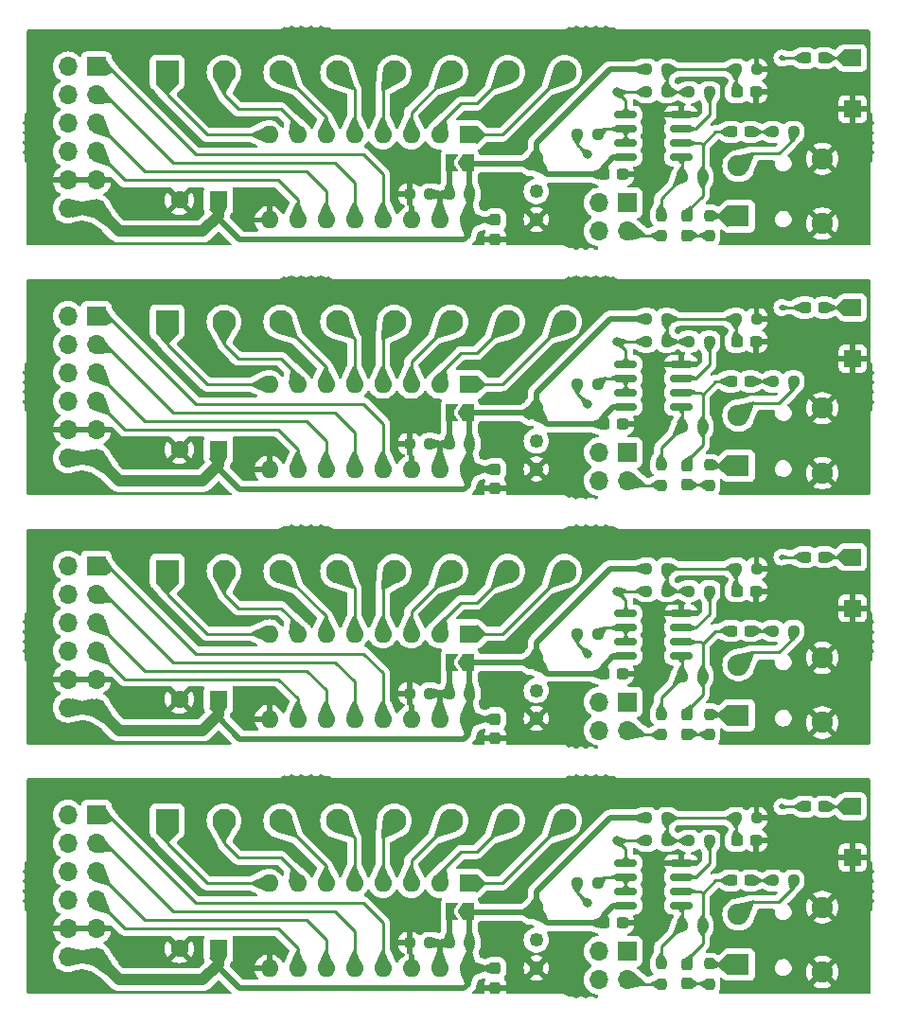
<source format=gbr>
%TF.GenerationSoftware,KiCad,Pcbnew,7.0.9*%
%TF.CreationDate,2023-12-02T23:05:04+09:00*%
%TF.ProjectId,kikit,6b696b69-742e-46b6-9963-61645f706362,rev?*%
%TF.SameCoordinates,Original*%
%TF.FileFunction,Copper,L1,Top*%
%TF.FilePolarity,Positive*%
%FSLAX46Y46*%
G04 Gerber Fmt 4.6, Leading zero omitted, Abs format (unit mm)*
G04 Created by KiCad (PCBNEW 7.0.9) date 2023-12-02 23:05:04*
%MOMM*%
%LPD*%
G01*
G04 APERTURE LIST*
G04 Aperture macros list*
%AMRoundRect*
0 Rectangle with rounded corners*
0 $1 Rounding radius*
0 $2 $3 $4 $5 $6 $7 $8 $9 X,Y pos of 4 corners*
0 Add a 4 corners polygon primitive as box body*
4,1,4,$2,$3,$4,$5,$6,$7,$8,$9,$2,$3,0*
0 Add four circle primitives for the rounded corners*
1,1,$1+$1,$2,$3*
1,1,$1+$1,$4,$5*
1,1,$1+$1,$6,$7*
1,1,$1+$1,$8,$9*
0 Add four rect primitives between the rounded corners*
20,1,$1+$1,$2,$3,$4,$5,0*
20,1,$1+$1,$4,$5,$6,$7,0*
20,1,$1+$1,$6,$7,$8,$9,0*
20,1,$1+$1,$8,$9,$2,$3,0*%
%AMFreePoly0*
4,1,6,1.000000,0.000000,0.500000,-0.750000,-0.500000,-0.750000,-0.500000,0.750000,0.500000,0.750000,1.000000,0.000000,1.000000,0.000000,$1*%
%AMFreePoly1*
4,1,6,0.500000,-0.750000,-0.650000,-0.750000,-0.150000,0.000000,-0.650000,0.750000,0.500000,0.750000,0.500000,-0.750000,0.500000,-0.750000,$1*%
G04 Aperture macros list end*
%TA.AperFunction,SMDPad,CuDef*%
%ADD10RoundRect,0.237500X0.300000X0.237500X-0.300000X0.237500X-0.300000X-0.237500X0.300000X-0.237500X0*%
%TD*%
%TA.AperFunction,ComponentPad*%
%ADD11R,1.600000X1.600000*%
%TD*%
%TA.AperFunction,ComponentPad*%
%ADD12O,1.600000X1.600000*%
%TD*%
%TA.AperFunction,SMDPad,CuDef*%
%ADD13RoundRect,0.237500X0.250000X0.237500X-0.250000X0.237500X-0.250000X-0.237500X0.250000X-0.237500X0*%
%TD*%
%TA.AperFunction,ComponentPad*%
%ADD14R,2.100000X2.100000*%
%TD*%
%TA.AperFunction,ComponentPad*%
%ADD15C,2.100000*%
%TD*%
%TA.AperFunction,SMDPad,CuDef*%
%ADD16RoundRect,0.237500X0.237500X-0.300000X0.237500X0.300000X-0.237500X0.300000X-0.237500X-0.300000X0*%
%TD*%
%TA.AperFunction,ComponentPad*%
%ADD17R,1.900000X1.900000*%
%TD*%
%TA.AperFunction,ComponentPad*%
%ADD18C,1.900000*%
%TD*%
%TA.AperFunction,SMDPad,CuDef*%
%ADD19RoundRect,0.237500X-0.237500X0.300000X-0.237500X-0.300000X0.237500X-0.300000X0.237500X0.300000X0*%
%TD*%
%TA.AperFunction,ComponentPad*%
%ADD20C,1.600000*%
%TD*%
%TA.AperFunction,SMDPad,CuDef*%
%ADD21RoundRect,0.237500X-0.250000X-0.237500X0.250000X-0.237500X0.250000X0.237500X-0.250000X0.237500X0*%
%TD*%
%TA.AperFunction,SMDPad,CuDef*%
%ADD22RoundRect,0.237500X-0.237500X0.250000X-0.237500X-0.250000X0.237500X-0.250000X0.237500X0.250000X0*%
%TD*%
%TA.AperFunction,SMDPad,CuDef*%
%ADD23RoundRect,0.150000X0.825000X0.150000X-0.825000X0.150000X-0.825000X-0.150000X0.825000X-0.150000X0*%
%TD*%
%TA.AperFunction,ComponentPad*%
%ADD24R,1.251000X1.251000*%
%TD*%
%TA.AperFunction,ComponentPad*%
%ADD25C,1.251000*%
%TD*%
%TA.AperFunction,ComponentPad*%
%ADD26R,1.500000X1.500000*%
%TD*%
%TA.AperFunction,SMDPad,CuDef*%
%ADD27RoundRect,0.237500X-0.300000X-0.237500X0.300000X-0.237500X0.300000X0.237500X-0.300000X0.237500X0*%
%TD*%
%TA.AperFunction,SMDPad,CuDef*%
%ADD28FreePoly0,180.000000*%
%TD*%
%TA.AperFunction,SMDPad,CuDef*%
%ADD29FreePoly1,180.000000*%
%TD*%
%TA.AperFunction,SMDPad,CuDef*%
%ADD30RoundRect,0.237500X0.237500X-0.250000X0.237500X0.250000X-0.237500X0.250000X-0.237500X-0.250000X0*%
%TD*%
%TA.AperFunction,ComponentPad*%
%ADD31R,1.700000X1.700000*%
%TD*%
%TA.AperFunction,ComponentPad*%
%ADD32O,1.700000X1.700000*%
%TD*%
%TA.AperFunction,ComponentPad*%
%ADD33C,1.700000*%
%TD*%
%TA.AperFunction,ViaPad*%
%ADD34C,0.500000*%
%TD*%
%TA.AperFunction,ViaPad*%
%ADD35C,0.800000*%
%TD*%
%TA.AperFunction,Conductor*%
%ADD36C,0.500000*%
%TD*%
%TA.AperFunction,Conductor*%
%ADD37C,1.000000*%
%TD*%
%TA.AperFunction,Conductor*%
%ADD38C,0.250000*%
%TD*%
G04 APERTURE END LIST*
D10*
%TO.P,C5,1*%
%TO.N,Board_0-Net-(C5-Pad1)*%
X182105000Y-29048000D03*
%TO.P,C5,2*%
%TO.N,Board_0-Net-(U3-V_INB+)*%
X180380000Y-29048000D03*
%TD*%
D11*
%TO.P,U1,1,CH0*%
%TO.N,Board_3-/CH0*%
X150239500Y-102876000D03*
D12*
%TO.P,U1,2,CH1*%
%TO.N,Board_3-Net-(J4-Pin_7)*%
X147699500Y-102876000D03*
%TO.P,U1,3,CH2*%
%TO.N,Board_3-Net-(J4-Pin_6)*%
X145159500Y-102876000D03*
%TO.P,U1,4,CH3*%
%TO.N,Board_3-Net-(J4-Pin_5)*%
X142619500Y-102876000D03*
%TO.P,U1,5,CH4*%
%TO.N,Board_3-Net-(J4-Pin_4)*%
X140079500Y-102876000D03*
%TO.P,U1,6,CH5*%
%TO.N,Board_3-Net-(J4-Pin_3)*%
X137539500Y-102876000D03*
%TO.P,U1,7,CH6*%
%TO.N,Board_3-Net-(J4-Pin_2)*%
X134999500Y-102876000D03*
%TO.P,U1,8,CH7*%
%TO.N,Board_3-Net-(J4-Pin_1)*%
X132459500Y-102876000D03*
%TO.P,U1,9,DGND*%
%TO.N,Board_3-GND*%
X132459500Y-110496000D03*
%TO.P,U1,10,~{CS}/SHDN*%
%TO.N,Board_3-Net-(J1-Pin_4)*%
X134999500Y-110496000D03*
%TO.P,U1,11,Din*%
%TO.N,Board_3-Net-(J1-Pin_3)*%
X137539500Y-110496000D03*
%TO.P,U1,12,Dout*%
%TO.N,Board_3-Net-(J1-Pin_2)*%
X140079500Y-110496000D03*
%TO.P,U1,13,CLK*%
%TO.N,Board_3-Net-(J1-Pin_1)*%
X142619500Y-110496000D03*
%TO.P,U1,14,AGND*%
%TO.N,Board_3-GND*%
X145159500Y-110496000D03*
%TO.P,U1,15,Vref*%
%TO.N,Board_3-Net-(JP1-B)*%
X147699500Y-110496000D03*
%TO.P,U1,16,Vdd*%
%TO.N,Board_3-VCC*%
X150239500Y-110496000D03*
%TD*%
D13*
%TO.P,R10,1*%
%TO.N,Board_1-Net-(U3-V_INA-)*%
X171233000Y-62036000D03*
%TO.P,R10,2*%
%TO.N,Board_1-Net-(U3-VOUTA)*%
X169408000Y-62036000D03*
%TD*%
D10*
%TO.P,C7,1*%
%TO.N,Board_0-GND*%
X176009000Y-32096000D03*
%TO.P,C7,2*%
%TO.N,Board_0-Net-(C7-Pad2)*%
X174284000Y-32096000D03*
%TD*%
D13*
%TO.P,R7,1*%
%TO.N,Board_1-Net-(U3-V_INA+)*%
X171844500Y-54416000D03*
%TO.P,R7,2*%
%TO.N,Board_1-Net-(C7-Pad2)*%
X170019500Y-54416000D03*
%TD*%
D14*
%TO.P,J4,1,Pin_1*%
%TO.N,Board_3-Net-(J4-Pin_1)*%
X123330500Y-97278000D03*
D15*
%TO.P,J4,2,Pin_2*%
%TO.N,Board_3-Net-(J4-Pin_2)*%
X128410500Y-97278000D03*
%TO.P,J4,3,Pin_3*%
%TO.N,Board_3-Net-(J4-Pin_3)*%
X133490500Y-97278000D03*
%TO.P,J4,4,Pin_4*%
%TO.N,Board_3-Net-(J4-Pin_4)*%
X138570500Y-97278000D03*
%TO.P,J4,5,Pin_5*%
%TO.N,Board_3-Net-(J4-Pin_5)*%
X143650500Y-97278000D03*
%TO.P,J4,6,Pin_6*%
%TO.N,Board_3-Net-(J4-Pin_6)*%
X148730500Y-97278000D03*
%TO.P,J4,7,Pin_7*%
%TO.N,Board_3-Net-(J4-Pin_7)*%
X153810500Y-97278000D03*
%TO.P,J4,8,Pin_8*%
%TO.N,Board_3-/CH0*%
X158890500Y-97278000D03*
%TD*%
D16*
%TO.P,C3,1*%
%TO.N,Board_3-Net-(C3-Pad1)*%
X169812500Y-111856500D03*
%TO.P,C3,2*%
%TO.N,Board_3-Net-(U3-V_INA-)*%
X169812500Y-110131500D03*
%TD*%
D10*
%TO.P,C4,1*%
%TO.N,Board_3-Net-(C4-Pad1)*%
X175501000Y-102612000D03*
%TO.P,C4,2*%
%TO.N,Board_3-Net-(U3-V_INA-)*%
X173776000Y-102612000D03*
%TD*%
D17*
%TO.P,J2,R*%
%TO.N,Board_3-Net-(J2-PadR)*%
X174448500Y-110156000D03*
D18*
%TO.P,J2,S*%
%TO.N,Board_3-Net-(J2-PadS)*%
X174448500Y-105656000D03*
%TO.P,J2,T*%
%TO.N,Board_3-GND*%
X181948500Y-110806000D03*
X181948500Y-105006000D03*
%TD*%
D11*
%TO.P,U1,1,CH0*%
%TO.N,Board_0-/CH0*%
X150239500Y-35916000D03*
D12*
%TO.P,U1,2,CH1*%
%TO.N,Board_0-Net-(J4-Pin_7)*%
X147699500Y-35916000D03*
%TO.P,U1,3,CH2*%
%TO.N,Board_0-Net-(J4-Pin_6)*%
X145159500Y-35916000D03*
%TO.P,U1,4,CH3*%
%TO.N,Board_0-Net-(J4-Pin_5)*%
X142619500Y-35916000D03*
%TO.P,U1,5,CH4*%
%TO.N,Board_0-Net-(J4-Pin_4)*%
X140079500Y-35916000D03*
%TO.P,U1,6,CH5*%
%TO.N,Board_0-Net-(J4-Pin_3)*%
X137539500Y-35916000D03*
%TO.P,U1,7,CH6*%
%TO.N,Board_0-Net-(J4-Pin_2)*%
X134999500Y-35916000D03*
%TO.P,U1,8,CH7*%
%TO.N,Board_0-Net-(J4-Pin_1)*%
X132459500Y-35916000D03*
%TO.P,U1,9,DGND*%
%TO.N,Board_0-GND*%
X132459500Y-43536000D03*
%TO.P,U1,10,~{CS}/SHDN*%
%TO.N,Board_0-Net-(J1-Pin_4)*%
X134999500Y-43536000D03*
%TO.P,U1,11,Din*%
%TO.N,Board_0-Net-(J1-Pin_3)*%
X137539500Y-43536000D03*
%TO.P,U1,12,Dout*%
%TO.N,Board_0-Net-(J1-Pin_2)*%
X140079500Y-43536000D03*
%TO.P,U1,13,CLK*%
%TO.N,Board_0-Net-(J1-Pin_1)*%
X142619500Y-43536000D03*
%TO.P,U1,14,AGND*%
%TO.N,Board_0-GND*%
X145159500Y-43536000D03*
%TO.P,U1,15,Vref*%
%TO.N,Board_0-Net-(JP1-B)*%
X147699500Y-43536000D03*
%TO.P,U1,16,Vdd*%
%TO.N,Board_0-VCC*%
X150239500Y-43536000D03*
%TD*%
D19*
%TO.P,C2,1*%
%TO.N,Board_3-VCC*%
X152676000Y-110486000D03*
%TO.P,C2,2*%
%TO.N,Board_3-GND*%
X152676000Y-112211000D03*
%TD*%
D11*
%TO.P,C1,1*%
%TO.N,Board_3-VCC*%
X127912651Y-108708000D03*
D20*
%TO.P,C1,2*%
%TO.N,Board_3-GND*%
X124412651Y-108708000D03*
%TD*%
D21*
%TO.P,R8,1*%
%TO.N,Board_0-Net-(J5-Pin_1)*%
X160010000Y-35906000D03*
%TO.P,R8,2*%
%TO.N,Board_0-Net-(U3-V_INB-)*%
X161835000Y-35906000D03*
%TD*%
D16*
%TO.P,C3,1*%
%TO.N,Board_0-Net-(C3-Pad1)*%
X169812500Y-44896500D03*
%TO.P,C3,2*%
%TO.N,Board_0-Net-(U3-V_INA-)*%
X169812500Y-43171500D03*
%TD*%
D22*
%TO.P,R4,1*%
%TO.N,Board_1-Net-(J2-PadR)*%
X171844500Y-65441500D03*
%TO.P,R4,2*%
%TO.N,Board_1-Net-(C3-Pad1)*%
X171844500Y-67266500D03*
%TD*%
D10*
%TO.P,C7,1*%
%TO.N,Board_2-GND*%
X176009000Y-76736000D03*
%TO.P,C7,2*%
%TO.N,Board_2-Net-(C7-Pad2)*%
X174284000Y-76736000D03*
%TD*%
D23*
%TO.P,U3,1,VOUTA*%
%TO.N,Board_3-Net-(U3-VOUTA)*%
X169304500Y-104874500D03*
%TO.P,U3,2,V_INA-*%
%TO.N,Board_3-Net-(U3-V_INA-)*%
X169304500Y-103604500D03*
%TO.P,U3,3,V_INA+*%
%TO.N,Board_3-Net-(U3-V_INA+)*%
X169304500Y-102334500D03*
%TO.P,U3,4,VSS*%
%TO.N,Board_3-GND*%
X169304500Y-101064500D03*
%TO.P,U3,5,V_INB+*%
%TO.N,Board_3-Net-(U3-V_INB+)*%
X164354500Y-101064500D03*
%TO.P,U3,6,V_INB-*%
%TO.N,Board_3-Net-(U3-V_INB-)*%
X164354500Y-102334500D03*
%TO.P,U3,7,V_OUTB*%
X164354500Y-103604500D03*
%TO.P,U3,8,VDD*%
%TO.N,Board_3-VCC*%
X164354500Y-104874500D03*
%TD*%
D21*
%TO.P,R2,1*%
%TO.N,Board_3-GND*%
X145009000Y-108200000D03*
%TO.P,R2,2*%
%TO.N,Board_3-Net-(JP1-B)*%
X146834000Y-108200000D03*
%TD*%
D13*
%TO.P,R12,1*%
%TO.N,Board_3-GND*%
X176059000Y-97024000D03*
%TO.P,R12,2*%
%TO.N,Board_3-Net-(C7-Pad2)*%
X174234000Y-97024000D03*
%TD*%
D21*
%TO.P,R8,1*%
%TO.N,Board_3-Net-(J5-Pin_1)*%
X160010000Y-102866000D03*
%TO.P,R8,2*%
%TO.N,Board_3-Net-(U3-V_INB-)*%
X161835000Y-102866000D03*
%TD*%
D24*
%TO.P,RV1,1,1*%
%TO.N,Board_2-VCC*%
X156350500Y-83126000D03*
D25*
%TO.P,RV1,2,2*%
%TO.N,Board_2-Net-(JP1-B)*%
X156350500Y-85626000D03*
%TO.P,RV1,3,3*%
%TO.N,Board_2-GND*%
X156350500Y-88126000D03*
%TD*%
D26*
%TO.P,GND,1,1*%
%TO.N,Board_0-GND*%
X184671500Y-33620000D03*
%TD*%
D27*
%TO.P,C6,1*%
%TO.N,Board_0-VCC*%
X162346000Y-39462000D03*
%TO.P,C6,2*%
%TO.N,Board_0-GND*%
X164071000Y-39462000D03*
%TD*%
D28*
%TO.P,JP1,1,A*%
%TO.N,Board_1-VCC*%
X150239500Y-60766000D03*
D29*
%TO.P,JP1,2,B*%
%TO.N,Board_1-Net-(JP1-B)*%
X148789500Y-60766000D03*
%TD*%
D26*
%TO.P,TP1,1,1*%
%TO.N,Board_2-Net-(C5-Pad1)*%
X184671500Y-73688000D03*
%TD*%
D13*
%TO.P,R5,1*%
%TO.N,Board_2-Net-(J2-PadS)*%
X179361000Y-80292000D03*
%TO.P,R5,2*%
%TO.N,Board_2-Net-(C4-Pad1)*%
X177536000Y-80292000D03*
%TD*%
D21*
%TO.P,R11,1*%
%TO.N,Board_3-VCC*%
X166209500Y-97024000D03*
%TO.P,R11,2*%
%TO.N,Board_3-Net-(C7-Pad2)*%
X168034500Y-97024000D03*
%TD*%
D13*
%TO.P,R12,1*%
%TO.N,Board_2-GND*%
X176059000Y-74704000D03*
%TO.P,R12,2*%
%TO.N,Board_2-Net-(C7-Pad2)*%
X174234000Y-74704000D03*
%TD*%
D23*
%TO.P,U3,1,VOUTA*%
%TO.N,Board_0-Net-(U3-VOUTA)*%
X169304500Y-37914500D03*
%TO.P,U3,2,V_INA-*%
%TO.N,Board_0-Net-(U3-V_INA-)*%
X169304500Y-36644500D03*
%TO.P,U3,3,V_INA+*%
%TO.N,Board_0-Net-(U3-V_INA+)*%
X169304500Y-35374500D03*
%TO.P,U3,4,VSS*%
%TO.N,Board_0-GND*%
X169304500Y-34104500D03*
%TO.P,U3,5,V_INB+*%
%TO.N,Board_0-Net-(U3-V_INB+)*%
X164354500Y-34104500D03*
%TO.P,U3,6,V_INB-*%
%TO.N,Board_0-Net-(U3-V_INB-)*%
X164354500Y-35374500D03*
%TO.P,U3,7,V_OUTB*%
X164354500Y-36644500D03*
%TO.P,U3,8,VDD*%
%TO.N,Board_0-VCC*%
X164354500Y-37914500D03*
%TD*%
D14*
%TO.P,J4,1,Pin_1*%
%TO.N,Board_0-Net-(J4-Pin_1)*%
X123330500Y-30318000D03*
D15*
%TO.P,J4,2,Pin_2*%
%TO.N,Board_0-Net-(J4-Pin_2)*%
X128410500Y-30318000D03*
%TO.P,J4,3,Pin_3*%
%TO.N,Board_0-Net-(J4-Pin_3)*%
X133490500Y-30318000D03*
%TO.P,J4,4,Pin_4*%
%TO.N,Board_0-Net-(J4-Pin_4)*%
X138570500Y-30318000D03*
%TO.P,J4,5,Pin_5*%
%TO.N,Board_0-Net-(J4-Pin_5)*%
X143650500Y-30318000D03*
%TO.P,J4,6,Pin_6*%
%TO.N,Board_0-Net-(J4-Pin_6)*%
X148730500Y-30318000D03*
%TO.P,J4,7,Pin_7*%
%TO.N,Board_0-Net-(J4-Pin_7)*%
X153810500Y-30318000D03*
%TO.P,J4,8,Pin_8*%
%TO.N,Board_0-/CH0*%
X158890500Y-30318000D03*
%TD*%
D27*
%TO.P,C6,1*%
%TO.N,Board_1-VCC*%
X162346000Y-61782000D03*
%TO.P,C6,2*%
%TO.N,Board_1-GND*%
X164071000Y-61782000D03*
%TD*%
D24*
%TO.P,RV1,1,1*%
%TO.N,Board_0-VCC*%
X156350500Y-38486000D03*
D25*
%TO.P,RV1,2,2*%
%TO.N,Board_0-Net-(JP1-B)*%
X156350500Y-40986000D03*
%TO.P,RV1,3,3*%
%TO.N,Board_0-GND*%
X156350500Y-43486000D03*
%TD*%
D16*
%TO.P,C3,1*%
%TO.N,Board_1-Net-(C3-Pad1)*%
X169812500Y-67216500D03*
%TO.P,C3,2*%
%TO.N,Board_1-Net-(U3-V_INA-)*%
X169812500Y-65491500D03*
%TD*%
D27*
%TO.P,C6,1*%
%TO.N,Board_3-VCC*%
X162346000Y-106422000D03*
%TO.P,C6,2*%
%TO.N,Board_3-GND*%
X164071000Y-106422000D03*
%TD*%
D10*
%TO.P,C7,1*%
%TO.N,Board_1-GND*%
X176009000Y-54416000D03*
%TO.P,C7,2*%
%TO.N,Board_1-Net-(C7-Pad2)*%
X174284000Y-54416000D03*
%TD*%
D21*
%TO.P,R1,1*%
%TO.N,Board_1-Net-(JP1-B)*%
X148565000Y-63560000D03*
%TO.P,R1,2*%
%TO.N,Board_1-VCC*%
X150390000Y-63560000D03*
%TD*%
D30*
%TO.P,R9,1*%
%TO.N,Board_3-Net-(J5-Pin_2)*%
X167526500Y-111906500D03*
%TO.P,R9,2*%
%TO.N,Board_3-Net-(U3-VOUTA)*%
X167526500Y-110081500D03*
%TD*%
D10*
%TO.P,C5,1*%
%TO.N,Board_3-Net-(C5-Pad1)*%
X182105000Y-96008000D03*
%TO.P,C5,2*%
%TO.N,Board_3-Net-(U3-V_INB+)*%
X180380000Y-96008000D03*
%TD*%
%TO.P,C4,1*%
%TO.N,Board_2-Net-(C4-Pad1)*%
X175501000Y-80292000D03*
%TO.P,C4,2*%
%TO.N,Board_2-Net-(U3-V_INA-)*%
X173776000Y-80292000D03*
%TD*%
D13*
%TO.P,R10,1*%
%TO.N,Board_0-Net-(U3-V_INA-)*%
X171233000Y-39716000D03*
%TO.P,R10,2*%
%TO.N,Board_0-Net-(U3-VOUTA)*%
X169408000Y-39716000D03*
%TD*%
D19*
%TO.P,C2,1*%
%TO.N,Board_2-VCC*%
X152676000Y-88166000D03*
%TO.P,C2,2*%
%TO.N,Board_2-GND*%
X152676000Y-89891000D03*
%TD*%
D31*
%TO.P,J1,1,Pin_1*%
%TO.N,Board_2-Net-(J1-Pin_1)*%
X116980500Y-74450000D03*
D32*
%TO.P,J1,2,Pin_2*%
%TO.N,Board_2-Net-(J1-Pin_2)*%
X116980500Y-76990000D03*
%TO.P,J1,3,Pin_3*%
%TO.N,Board_2-Net-(J1-Pin_3)*%
X116980500Y-79530000D03*
%TO.P,J1,4,Pin_4*%
%TO.N,Board_2-Net-(J1-Pin_4)*%
X116980500Y-82070000D03*
%TO.P,J1,5,Pin_5*%
%TO.N,Board_2-GND*%
X116980500Y-84610000D03*
D33*
%TO.P,J1,6,Pin_6*%
%TO.N,Board_2-VCC*%
X116980500Y-87150000D03*
D32*
%TO.P,J1,7,Pin_7*%
%TO.N,Board_2-unconnected-(J1-Pin_7-Pad7)*%
X114440500Y-74450000D03*
%TO.P,J1,8,Pin_8*%
%TO.N,Board_2-unconnected-(J1-Pin_8-Pad8)*%
X114440500Y-76990000D03*
%TO.P,J1,9,Pin_9*%
%TO.N,Board_2-unconnected-(J1-Pin_9-Pad9)*%
X114440500Y-79530000D03*
%TO.P,J1,10,Pin_10*%
%TO.N,Board_2-unconnected-(J1-Pin_10-Pad10)*%
X114440500Y-82070000D03*
%TO.P,J1,11,Pin_11*%
%TO.N,Board_2-GND*%
X114440500Y-84610000D03*
%TO.P,J1,12,Pin_12*%
%TO.N,Board_2-VCC*%
X114440500Y-87150000D03*
%TD*%
D10*
%TO.P,C5,1*%
%TO.N,Board_2-Net-(C5-Pad1)*%
X182105000Y-73688000D03*
%TO.P,C5,2*%
%TO.N,Board_2-Net-(U3-V_INB+)*%
X180380000Y-73688000D03*
%TD*%
D24*
%TO.P,RV1,1,1*%
%TO.N,Board_1-VCC*%
X156350500Y-60806000D03*
D25*
%TO.P,RV1,2,2*%
%TO.N,Board_1-Net-(JP1-B)*%
X156350500Y-63306000D03*
%TO.P,RV1,3,3*%
%TO.N,Board_1-GND*%
X156350500Y-65806000D03*
%TD*%
D13*
%TO.P,R12,1*%
%TO.N,Board_0-GND*%
X176059000Y-30064000D03*
%TO.P,R12,2*%
%TO.N,Board_0-Net-(C7-Pad2)*%
X174234000Y-30064000D03*
%TD*%
D31*
%TO.P,J5,1,Pin_1*%
%TO.N,Board_2-Net-(J5-Pin_1)*%
X164483500Y-86637000D03*
D32*
%TO.P,J5,2,Pin_2*%
%TO.N,Board_2-Net-(J5-Pin_2)*%
X164483500Y-89177000D03*
%TO.P,J5,3,Pin_3*%
%TO.N,Board_2-/CH0*%
X161943500Y-86637000D03*
%TO.P,J5,4,Pin_4*%
X161943500Y-89177000D03*
%TD*%
D22*
%TO.P,R4,1*%
%TO.N,Board_2-Net-(J2-PadR)*%
X171844500Y-87761500D03*
%TO.P,R4,2*%
%TO.N,Board_2-Net-(C3-Pad1)*%
X171844500Y-89586500D03*
%TD*%
D31*
%TO.P,J1,1,Pin_1*%
%TO.N,Board_0-Net-(J1-Pin_1)*%
X116980500Y-29810000D03*
D32*
%TO.P,J1,2,Pin_2*%
%TO.N,Board_0-Net-(J1-Pin_2)*%
X116980500Y-32350000D03*
%TO.P,J1,3,Pin_3*%
%TO.N,Board_0-Net-(J1-Pin_3)*%
X116980500Y-34890000D03*
%TO.P,J1,4,Pin_4*%
%TO.N,Board_0-Net-(J1-Pin_4)*%
X116980500Y-37430000D03*
%TO.P,J1,5,Pin_5*%
%TO.N,Board_0-GND*%
X116980500Y-39970000D03*
D33*
%TO.P,J1,6,Pin_6*%
%TO.N,Board_0-VCC*%
X116980500Y-42510000D03*
D32*
%TO.P,J1,7,Pin_7*%
%TO.N,Board_0-unconnected-(J1-Pin_7-Pad7)*%
X114440500Y-29810000D03*
%TO.P,J1,8,Pin_8*%
%TO.N,Board_0-unconnected-(J1-Pin_8-Pad8)*%
X114440500Y-32350000D03*
%TO.P,J1,9,Pin_9*%
%TO.N,Board_0-unconnected-(J1-Pin_9-Pad9)*%
X114440500Y-34890000D03*
%TO.P,J1,10,Pin_10*%
%TO.N,Board_0-unconnected-(J1-Pin_10-Pad10)*%
X114440500Y-37430000D03*
%TO.P,J1,11,Pin_11*%
%TO.N,Board_0-GND*%
X114440500Y-39970000D03*
%TO.P,J1,12,Pin_12*%
%TO.N,Board_0-VCC*%
X114440500Y-42510000D03*
%TD*%
D21*
%TO.P,R11,1*%
%TO.N,Board_1-VCC*%
X166209500Y-52384000D03*
%TO.P,R11,2*%
%TO.N,Board_1-Net-(C7-Pad2)*%
X168034500Y-52384000D03*
%TD*%
D13*
%TO.P,R10,1*%
%TO.N,Board_2-Net-(U3-V_INA-)*%
X171233000Y-84356000D03*
%TO.P,R10,2*%
%TO.N,Board_2-Net-(U3-VOUTA)*%
X169408000Y-84356000D03*
%TD*%
D21*
%TO.P,R1,1*%
%TO.N,Board_0-Net-(JP1-B)*%
X148565000Y-41240000D03*
%TO.P,R1,2*%
%TO.N,Board_0-VCC*%
X150390000Y-41240000D03*
%TD*%
D31*
%TO.P,J1,1,Pin_1*%
%TO.N,Board_3-Net-(J1-Pin_1)*%
X116980500Y-96770000D03*
D32*
%TO.P,J1,2,Pin_2*%
%TO.N,Board_3-Net-(J1-Pin_2)*%
X116980500Y-99310000D03*
%TO.P,J1,3,Pin_3*%
%TO.N,Board_3-Net-(J1-Pin_3)*%
X116980500Y-101850000D03*
%TO.P,J1,4,Pin_4*%
%TO.N,Board_3-Net-(J1-Pin_4)*%
X116980500Y-104390000D03*
%TO.P,J1,5,Pin_5*%
%TO.N,Board_3-GND*%
X116980500Y-106930000D03*
D33*
%TO.P,J1,6,Pin_6*%
%TO.N,Board_3-VCC*%
X116980500Y-109470000D03*
D32*
%TO.P,J1,7,Pin_7*%
%TO.N,Board_3-unconnected-(J1-Pin_7-Pad7)*%
X114440500Y-96770000D03*
%TO.P,J1,8,Pin_8*%
%TO.N,Board_3-unconnected-(J1-Pin_8-Pad8)*%
X114440500Y-99310000D03*
%TO.P,J1,9,Pin_9*%
%TO.N,Board_3-unconnected-(J1-Pin_9-Pad9)*%
X114440500Y-101850000D03*
%TO.P,J1,10,Pin_10*%
%TO.N,Board_3-unconnected-(J1-Pin_10-Pad10)*%
X114440500Y-104390000D03*
%TO.P,J1,11,Pin_11*%
%TO.N,Board_3-GND*%
X114440500Y-106930000D03*
%TO.P,J1,12,Pin_12*%
%TO.N,Board_3-VCC*%
X114440500Y-109470000D03*
%TD*%
D11*
%TO.P,C1,1*%
%TO.N,Board_0-VCC*%
X127912651Y-41748000D03*
D20*
%TO.P,C1,2*%
%TO.N,Board_0-GND*%
X124412651Y-41748000D03*
%TD*%
D26*
%TO.P,GND,1,1*%
%TO.N,Board_2-GND*%
X184671500Y-78260000D03*
%TD*%
D31*
%TO.P,J5,1,Pin_1*%
%TO.N,Board_0-Net-(J5-Pin_1)*%
X164483500Y-41997000D03*
D32*
%TO.P,J5,2,Pin_2*%
%TO.N,Board_0-Net-(J5-Pin_2)*%
X164483500Y-44537000D03*
%TO.P,J5,3,Pin_3*%
%TO.N,Board_0-/CH0*%
X161943500Y-41997000D03*
%TO.P,J5,4,Pin_4*%
X161943500Y-44537000D03*
%TD*%
D31*
%TO.P,J5,1,Pin_1*%
%TO.N,Board_3-Net-(J5-Pin_1)*%
X164483500Y-108957000D03*
D32*
%TO.P,J5,2,Pin_2*%
%TO.N,Board_3-Net-(J5-Pin_2)*%
X164483500Y-111497000D03*
%TO.P,J5,3,Pin_3*%
%TO.N,Board_3-/CH0*%
X161943500Y-108957000D03*
%TO.P,J5,4,Pin_4*%
X161943500Y-111497000D03*
%TD*%
D26*
%TO.P,TP1,1,1*%
%TO.N,Board_0-Net-(C5-Pad1)*%
X184671500Y-29048000D03*
%TD*%
D28*
%TO.P,JP1,1,A*%
%TO.N,Board_3-VCC*%
X150239500Y-105406000D03*
D29*
%TO.P,JP1,2,B*%
%TO.N,Board_3-Net-(JP1-B)*%
X148789500Y-105406000D03*
%TD*%
D21*
%TO.P,R8,1*%
%TO.N,Board_1-Net-(J5-Pin_1)*%
X160010000Y-58226000D03*
%TO.P,R8,2*%
%TO.N,Board_1-Net-(U3-V_INB-)*%
X161835000Y-58226000D03*
%TD*%
D13*
%TO.P,R5,1*%
%TO.N,Board_1-Net-(J2-PadS)*%
X179361000Y-57972000D03*
%TO.P,R5,2*%
%TO.N,Board_1-Net-(C4-Pad1)*%
X177536000Y-57972000D03*
%TD*%
D28*
%TO.P,JP1,1,A*%
%TO.N,Board_0-VCC*%
X150239500Y-38446000D03*
D29*
%TO.P,JP1,2,B*%
%TO.N,Board_0-Net-(JP1-B)*%
X148789500Y-38446000D03*
%TD*%
D14*
%TO.P,J4,1,Pin_1*%
%TO.N,Board_2-Net-(J4-Pin_1)*%
X123330500Y-74958000D03*
D15*
%TO.P,J4,2,Pin_2*%
%TO.N,Board_2-Net-(J4-Pin_2)*%
X128410500Y-74958000D03*
%TO.P,J4,3,Pin_3*%
%TO.N,Board_2-Net-(J4-Pin_3)*%
X133490500Y-74958000D03*
%TO.P,J4,4,Pin_4*%
%TO.N,Board_2-Net-(J4-Pin_4)*%
X138570500Y-74958000D03*
%TO.P,J4,5,Pin_5*%
%TO.N,Board_2-Net-(J4-Pin_5)*%
X143650500Y-74958000D03*
%TO.P,J4,6,Pin_6*%
%TO.N,Board_2-Net-(J4-Pin_6)*%
X148730500Y-74958000D03*
%TO.P,J4,7,Pin_7*%
%TO.N,Board_2-Net-(J4-Pin_7)*%
X153810500Y-74958000D03*
%TO.P,J4,8,Pin_8*%
%TO.N,Board_2-/CH0*%
X158890500Y-74958000D03*
%TD*%
D23*
%TO.P,U3,1,VOUTA*%
%TO.N,Board_2-Net-(U3-VOUTA)*%
X169304500Y-82554500D03*
%TO.P,U3,2,V_INA-*%
%TO.N,Board_2-Net-(U3-V_INA-)*%
X169304500Y-81284500D03*
%TO.P,U3,3,V_INA+*%
%TO.N,Board_2-Net-(U3-V_INA+)*%
X169304500Y-80014500D03*
%TO.P,U3,4,VSS*%
%TO.N,Board_2-GND*%
X169304500Y-78744500D03*
%TO.P,U3,5,V_INB+*%
%TO.N,Board_2-Net-(U3-V_INB+)*%
X164354500Y-78744500D03*
%TO.P,U3,6,V_INB-*%
%TO.N,Board_2-Net-(U3-V_INB-)*%
X164354500Y-80014500D03*
%TO.P,U3,7,V_OUTB*%
X164354500Y-81284500D03*
%TO.P,U3,8,VDD*%
%TO.N,Board_2-VCC*%
X164354500Y-82554500D03*
%TD*%
D26*
%TO.P,GND,1,1*%
%TO.N,Board_3-GND*%
X184671500Y-100580000D03*
%TD*%
D11*
%TO.P,C1,1*%
%TO.N,Board_1-VCC*%
X127912651Y-64068000D03*
D20*
%TO.P,C1,2*%
%TO.N,Board_1-GND*%
X124412651Y-64068000D03*
%TD*%
D10*
%TO.P,C4,1*%
%TO.N,Board_1-Net-(C4-Pad1)*%
X175501000Y-57972000D03*
%TO.P,C4,2*%
%TO.N,Board_1-Net-(U3-V_INA-)*%
X173776000Y-57972000D03*
%TD*%
D28*
%TO.P,JP1,1,A*%
%TO.N,Board_2-VCC*%
X150239500Y-83086000D03*
D29*
%TO.P,JP1,2,B*%
%TO.N,Board_2-Net-(JP1-B)*%
X148789500Y-83086000D03*
%TD*%
D24*
%TO.P,RV1,1,1*%
%TO.N,Board_3-VCC*%
X156350500Y-105446000D03*
D25*
%TO.P,RV1,2,2*%
%TO.N,Board_3-Net-(JP1-B)*%
X156350500Y-107946000D03*
%TO.P,RV1,3,3*%
%TO.N,Board_3-GND*%
X156350500Y-110446000D03*
%TD*%
D19*
%TO.P,C2,1*%
%TO.N,Board_1-VCC*%
X152676000Y-65846000D03*
%TO.P,C2,2*%
%TO.N,Board_1-GND*%
X152676000Y-67571000D03*
%TD*%
D14*
%TO.P,J4,1,Pin_1*%
%TO.N,Board_1-Net-(J4-Pin_1)*%
X123330500Y-52638000D03*
D15*
%TO.P,J4,2,Pin_2*%
%TO.N,Board_1-Net-(J4-Pin_2)*%
X128410500Y-52638000D03*
%TO.P,J4,3,Pin_3*%
%TO.N,Board_1-Net-(J4-Pin_3)*%
X133490500Y-52638000D03*
%TO.P,J4,4,Pin_4*%
%TO.N,Board_1-Net-(J4-Pin_4)*%
X138570500Y-52638000D03*
%TO.P,J4,5,Pin_5*%
%TO.N,Board_1-Net-(J4-Pin_5)*%
X143650500Y-52638000D03*
%TO.P,J4,6,Pin_6*%
%TO.N,Board_1-Net-(J4-Pin_6)*%
X148730500Y-52638000D03*
%TO.P,J4,7,Pin_7*%
%TO.N,Board_1-Net-(J4-Pin_7)*%
X153810500Y-52638000D03*
%TO.P,J4,8,Pin_8*%
%TO.N,Board_1-/CH0*%
X158890500Y-52638000D03*
%TD*%
D21*
%TO.P,R6,1*%
%TO.N,Board_3-Net-(U3-V_INB+)*%
X166209500Y-99056000D03*
%TO.P,R6,2*%
%TO.N,Board_3-Net-(C7-Pad2)*%
X168034500Y-99056000D03*
%TD*%
%TO.P,R6,1*%
%TO.N,Board_2-Net-(U3-V_INB+)*%
X166209500Y-76736000D03*
%TO.P,R6,2*%
%TO.N,Board_2-Net-(C7-Pad2)*%
X168034500Y-76736000D03*
%TD*%
D27*
%TO.P,C6,1*%
%TO.N,Board_2-VCC*%
X162346000Y-84102000D03*
%TO.P,C6,2*%
%TO.N,Board_2-GND*%
X164071000Y-84102000D03*
%TD*%
D11*
%TO.P,U1,1,CH0*%
%TO.N,Board_1-/CH0*%
X150239500Y-58236000D03*
D12*
%TO.P,U1,2,CH1*%
%TO.N,Board_1-Net-(J4-Pin_7)*%
X147699500Y-58236000D03*
%TO.P,U1,3,CH2*%
%TO.N,Board_1-Net-(J4-Pin_6)*%
X145159500Y-58236000D03*
%TO.P,U1,4,CH3*%
%TO.N,Board_1-Net-(J4-Pin_5)*%
X142619500Y-58236000D03*
%TO.P,U1,5,CH4*%
%TO.N,Board_1-Net-(J4-Pin_4)*%
X140079500Y-58236000D03*
%TO.P,U1,6,CH5*%
%TO.N,Board_1-Net-(J4-Pin_3)*%
X137539500Y-58236000D03*
%TO.P,U1,7,CH6*%
%TO.N,Board_1-Net-(J4-Pin_2)*%
X134999500Y-58236000D03*
%TO.P,U1,8,CH7*%
%TO.N,Board_1-Net-(J4-Pin_1)*%
X132459500Y-58236000D03*
%TO.P,U1,9,DGND*%
%TO.N,Board_1-GND*%
X132459500Y-65856000D03*
%TO.P,U1,10,~{CS}/SHDN*%
%TO.N,Board_1-Net-(J1-Pin_4)*%
X134999500Y-65856000D03*
%TO.P,U1,11,Din*%
%TO.N,Board_1-Net-(J1-Pin_3)*%
X137539500Y-65856000D03*
%TO.P,U1,12,Dout*%
%TO.N,Board_1-Net-(J1-Pin_2)*%
X140079500Y-65856000D03*
%TO.P,U1,13,CLK*%
%TO.N,Board_1-Net-(J1-Pin_1)*%
X142619500Y-65856000D03*
%TO.P,U1,14,AGND*%
%TO.N,Board_1-GND*%
X145159500Y-65856000D03*
%TO.P,U1,15,Vref*%
%TO.N,Board_1-Net-(JP1-B)*%
X147699500Y-65856000D03*
%TO.P,U1,16,Vdd*%
%TO.N,Board_1-VCC*%
X150239500Y-65856000D03*
%TD*%
D11*
%TO.P,C1,1*%
%TO.N,Board_2-VCC*%
X127912651Y-86388000D03*
D20*
%TO.P,C1,2*%
%TO.N,Board_2-GND*%
X124412651Y-86388000D03*
%TD*%
D26*
%TO.P,TP1,1,1*%
%TO.N,Board_1-Net-(C5-Pad1)*%
X184671500Y-51368000D03*
%TD*%
D11*
%TO.P,U1,1,CH0*%
%TO.N,Board_2-/CH0*%
X150239500Y-80556000D03*
D12*
%TO.P,U1,2,CH1*%
%TO.N,Board_2-Net-(J4-Pin_7)*%
X147699500Y-80556000D03*
%TO.P,U1,3,CH2*%
%TO.N,Board_2-Net-(J4-Pin_6)*%
X145159500Y-80556000D03*
%TO.P,U1,4,CH3*%
%TO.N,Board_2-Net-(J4-Pin_5)*%
X142619500Y-80556000D03*
%TO.P,U1,5,CH4*%
%TO.N,Board_2-Net-(J4-Pin_4)*%
X140079500Y-80556000D03*
%TO.P,U1,6,CH5*%
%TO.N,Board_2-Net-(J4-Pin_3)*%
X137539500Y-80556000D03*
%TO.P,U1,7,CH6*%
%TO.N,Board_2-Net-(J4-Pin_2)*%
X134999500Y-80556000D03*
%TO.P,U1,8,CH7*%
%TO.N,Board_2-Net-(J4-Pin_1)*%
X132459500Y-80556000D03*
%TO.P,U1,9,DGND*%
%TO.N,Board_2-GND*%
X132459500Y-88176000D03*
%TO.P,U1,10,~{CS}/SHDN*%
%TO.N,Board_2-Net-(J1-Pin_4)*%
X134999500Y-88176000D03*
%TO.P,U1,11,Din*%
%TO.N,Board_2-Net-(J1-Pin_3)*%
X137539500Y-88176000D03*
%TO.P,U1,12,Dout*%
%TO.N,Board_2-Net-(J1-Pin_2)*%
X140079500Y-88176000D03*
%TO.P,U1,13,CLK*%
%TO.N,Board_2-Net-(J1-Pin_1)*%
X142619500Y-88176000D03*
%TO.P,U1,14,AGND*%
%TO.N,Board_2-GND*%
X145159500Y-88176000D03*
%TO.P,U1,15,Vref*%
%TO.N,Board_2-Net-(JP1-B)*%
X147699500Y-88176000D03*
%TO.P,U1,16,Vdd*%
%TO.N,Board_2-VCC*%
X150239500Y-88176000D03*
%TD*%
D31*
%TO.P,J1,1,Pin_1*%
%TO.N,Board_1-Net-(J1-Pin_1)*%
X116980500Y-52130000D03*
D32*
%TO.P,J1,2,Pin_2*%
%TO.N,Board_1-Net-(J1-Pin_2)*%
X116980500Y-54670000D03*
%TO.P,J1,3,Pin_3*%
%TO.N,Board_1-Net-(J1-Pin_3)*%
X116980500Y-57210000D03*
%TO.P,J1,4,Pin_4*%
%TO.N,Board_1-Net-(J1-Pin_4)*%
X116980500Y-59750000D03*
%TO.P,J1,5,Pin_5*%
%TO.N,Board_1-GND*%
X116980500Y-62290000D03*
D33*
%TO.P,J1,6,Pin_6*%
%TO.N,Board_1-VCC*%
X116980500Y-64830000D03*
D32*
%TO.P,J1,7,Pin_7*%
%TO.N,Board_1-unconnected-(J1-Pin_7-Pad7)*%
X114440500Y-52130000D03*
%TO.P,J1,8,Pin_8*%
%TO.N,Board_1-unconnected-(J1-Pin_8-Pad8)*%
X114440500Y-54670000D03*
%TO.P,J1,9,Pin_9*%
%TO.N,Board_1-unconnected-(J1-Pin_9-Pad9)*%
X114440500Y-57210000D03*
%TO.P,J1,10,Pin_10*%
%TO.N,Board_1-unconnected-(J1-Pin_10-Pad10)*%
X114440500Y-59750000D03*
%TO.P,J1,11,Pin_11*%
%TO.N,Board_1-GND*%
X114440500Y-62290000D03*
%TO.P,J1,12,Pin_12*%
%TO.N,Board_1-VCC*%
X114440500Y-64830000D03*
%TD*%
D21*
%TO.P,R2,1*%
%TO.N,Board_2-GND*%
X145009000Y-85880000D03*
%TO.P,R2,2*%
%TO.N,Board_2-Net-(JP1-B)*%
X146834000Y-85880000D03*
%TD*%
D17*
%TO.P,J2,R*%
%TO.N,Board_0-Net-(J2-PadR)*%
X174448500Y-43196000D03*
D18*
%TO.P,J2,S*%
%TO.N,Board_0-Net-(J2-PadS)*%
X174448500Y-38696000D03*
%TO.P,J2,T*%
%TO.N,Board_0-GND*%
X181948500Y-43846000D03*
X181948500Y-38046000D03*
%TD*%
D19*
%TO.P,C2,1*%
%TO.N,Board_0-VCC*%
X152676000Y-43526000D03*
%TO.P,C2,2*%
%TO.N,Board_0-GND*%
X152676000Y-45251000D03*
%TD*%
D10*
%TO.P,C4,1*%
%TO.N,Board_0-Net-(C4-Pad1)*%
X175501000Y-35652000D03*
%TO.P,C4,2*%
%TO.N,Board_0-Net-(U3-V_INA-)*%
X173776000Y-35652000D03*
%TD*%
%TO.P,C5,1*%
%TO.N,Board_1-Net-(C5-Pad1)*%
X182105000Y-51368000D03*
%TO.P,C5,2*%
%TO.N,Board_1-Net-(U3-V_INB+)*%
X180380000Y-51368000D03*
%TD*%
D13*
%TO.P,R7,1*%
%TO.N,Board_3-Net-(U3-V_INA+)*%
X171844500Y-99056000D03*
%TO.P,R7,2*%
%TO.N,Board_3-Net-(C7-Pad2)*%
X170019500Y-99056000D03*
%TD*%
D21*
%TO.P,R1,1*%
%TO.N,Board_2-Net-(JP1-B)*%
X148565000Y-85880000D03*
%TO.P,R1,2*%
%TO.N,Board_2-VCC*%
X150390000Y-85880000D03*
%TD*%
D13*
%TO.P,R5,1*%
%TO.N,Board_3-Net-(J2-PadS)*%
X179361000Y-102612000D03*
%TO.P,R5,2*%
%TO.N,Board_3-Net-(C4-Pad1)*%
X177536000Y-102612000D03*
%TD*%
D31*
%TO.P,J5,1,Pin_1*%
%TO.N,Board_1-Net-(J5-Pin_1)*%
X164483500Y-64317000D03*
D32*
%TO.P,J5,2,Pin_2*%
%TO.N,Board_1-Net-(J5-Pin_2)*%
X164483500Y-66857000D03*
%TO.P,J5,3,Pin_3*%
%TO.N,Board_1-/CH0*%
X161943500Y-64317000D03*
%TO.P,J5,4,Pin_4*%
X161943500Y-66857000D03*
%TD*%
D21*
%TO.P,R11,1*%
%TO.N,Board_2-VCC*%
X166209500Y-74704000D03*
%TO.P,R11,2*%
%TO.N,Board_2-Net-(C7-Pad2)*%
X168034500Y-74704000D03*
%TD*%
D13*
%TO.P,R7,1*%
%TO.N,Board_2-Net-(U3-V_INA+)*%
X171844500Y-76736000D03*
%TO.P,R7,2*%
%TO.N,Board_2-Net-(C7-Pad2)*%
X170019500Y-76736000D03*
%TD*%
D10*
%TO.P,C7,1*%
%TO.N,Board_3-GND*%
X176009000Y-99056000D03*
%TO.P,C7,2*%
%TO.N,Board_3-Net-(C7-Pad2)*%
X174284000Y-99056000D03*
%TD*%
D23*
%TO.P,U3,1,VOUTA*%
%TO.N,Board_1-Net-(U3-VOUTA)*%
X169304500Y-60234500D03*
%TO.P,U3,2,V_INA-*%
%TO.N,Board_1-Net-(U3-V_INA-)*%
X169304500Y-58964500D03*
%TO.P,U3,3,V_INA+*%
%TO.N,Board_1-Net-(U3-V_INA+)*%
X169304500Y-57694500D03*
%TO.P,U3,4,VSS*%
%TO.N,Board_1-GND*%
X169304500Y-56424500D03*
%TO.P,U3,5,V_INB+*%
%TO.N,Board_1-Net-(U3-V_INB+)*%
X164354500Y-56424500D03*
%TO.P,U3,6,V_INB-*%
%TO.N,Board_1-Net-(U3-V_INB-)*%
X164354500Y-57694500D03*
%TO.P,U3,7,V_OUTB*%
X164354500Y-58964500D03*
%TO.P,U3,8,VDD*%
%TO.N,Board_1-VCC*%
X164354500Y-60234500D03*
%TD*%
D22*
%TO.P,R4,1*%
%TO.N,Board_3-Net-(J2-PadR)*%
X171844500Y-110081500D03*
%TO.P,R4,2*%
%TO.N,Board_3-Net-(C3-Pad1)*%
X171844500Y-111906500D03*
%TD*%
D13*
%TO.P,R5,1*%
%TO.N,Board_0-Net-(J2-PadS)*%
X179361000Y-35652000D03*
%TO.P,R5,2*%
%TO.N,Board_0-Net-(C4-Pad1)*%
X177536000Y-35652000D03*
%TD*%
D21*
%TO.P,R6,1*%
%TO.N,Board_1-Net-(U3-V_INB+)*%
X166209500Y-54416000D03*
%TO.P,R6,2*%
%TO.N,Board_1-Net-(C7-Pad2)*%
X168034500Y-54416000D03*
%TD*%
D13*
%TO.P,R10,1*%
%TO.N,Board_3-Net-(U3-V_INA-)*%
X171233000Y-106676000D03*
%TO.P,R10,2*%
%TO.N,Board_3-Net-(U3-VOUTA)*%
X169408000Y-106676000D03*
%TD*%
D21*
%TO.P,R11,1*%
%TO.N,Board_0-VCC*%
X166209500Y-30064000D03*
%TO.P,R11,2*%
%TO.N,Board_0-Net-(C7-Pad2)*%
X168034500Y-30064000D03*
%TD*%
D16*
%TO.P,C3,1*%
%TO.N,Board_2-Net-(C3-Pad1)*%
X169812500Y-89536500D03*
%TO.P,C3,2*%
%TO.N,Board_2-Net-(U3-V_INA-)*%
X169812500Y-87811500D03*
%TD*%
D17*
%TO.P,J2,R*%
%TO.N,Board_1-Net-(J2-PadR)*%
X174448500Y-65516000D03*
D18*
%TO.P,J2,S*%
%TO.N,Board_1-Net-(J2-PadS)*%
X174448500Y-61016000D03*
%TO.P,J2,T*%
%TO.N,Board_1-GND*%
X181948500Y-66166000D03*
X181948500Y-60366000D03*
%TD*%
D21*
%TO.P,R2,1*%
%TO.N,Board_1-GND*%
X145009000Y-63560000D03*
%TO.P,R2,2*%
%TO.N,Board_1-Net-(JP1-B)*%
X146834000Y-63560000D03*
%TD*%
D17*
%TO.P,J2,R*%
%TO.N,Board_2-Net-(J2-PadR)*%
X174448500Y-87836000D03*
D18*
%TO.P,J2,S*%
%TO.N,Board_2-Net-(J2-PadS)*%
X174448500Y-83336000D03*
%TO.P,J2,T*%
%TO.N,Board_2-GND*%
X181948500Y-88486000D03*
X181948500Y-82686000D03*
%TD*%
D21*
%TO.P,R8,1*%
%TO.N,Board_2-Net-(J5-Pin_1)*%
X160010000Y-80546000D03*
%TO.P,R8,2*%
%TO.N,Board_2-Net-(U3-V_INB-)*%
X161835000Y-80546000D03*
%TD*%
D26*
%TO.P,GND,1,1*%
%TO.N,Board_1-GND*%
X184671500Y-55940000D03*
%TD*%
D30*
%TO.P,R9,1*%
%TO.N,Board_0-Net-(J5-Pin_2)*%
X167526500Y-44946500D03*
%TO.P,R9,2*%
%TO.N,Board_0-Net-(U3-VOUTA)*%
X167526500Y-43121500D03*
%TD*%
D21*
%TO.P,R6,1*%
%TO.N,Board_0-Net-(U3-V_INB+)*%
X166209500Y-32096000D03*
%TO.P,R6,2*%
%TO.N,Board_0-Net-(C7-Pad2)*%
X168034500Y-32096000D03*
%TD*%
D30*
%TO.P,R9,1*%
%TO.N,Board_1-Net-(J5-Pin_2)*%
X167526500Y-67266500D03*
%TO.P,R9,2*%
%TO.N,Board_1-Net-(U3-VOUTA)*%
X167526500Y-65441500D03*
%TD*%
D22*
%TO.P,R4,1*%
%TO.N,Board_0-Net-(J2-PadR)*%
X171844500Y-43121500D03*
%TO.P,R4,2*%
%TO.N,Board_0-Net-(C3-Pad1)*%
X171844500Y-44946500D03*
%TD*%
D30*
%TO.P,R9,1*%
%TO.N,Board_2-Net-(J5-Pin_2)*%
X167526500Y-89586500D03*
%TO.P,R9,2*%
%TO.N,Board_2-Net-(U3-VOUTA)*%
X167526500Y-87761500D03*
%TD*%
D13*
%TO.P,R7,1*%
%TO.N,Board_0-Net-(U3-V_INA+)*%
X171844500Y-32096000D03*
%TO.P,R7,2*%
%TO.N,Board_0-Net-(C7-Pad2)*%
X170019500Y-32096000D03*
%TD*%
D26*
%TO.P,TP1,1,1*%
%TO.N,Board_3-Net-(C5-Pad1)*%
X184671500Y-96008000D03*
%TD*%
D21*
%TO.P,R1,1*%
%TO.N,Board_3-Net-(JP1-B)*%
X148565000Y-108200000D03*
%TO.P,R1,2*%
%TO.N,Board_3-VCC*%
X150390000Y-108200000D03*
%TD*%
%TO.P,R2,1*%
%TO.N,Board_0-GND*%
X145009000Y-41240000D03*
%TO.P,R2,2*%
%TO.N,Board_0-Net-(JP1-B)*%
X146834000Y-41240000D03*
%TD*%
D13*
%TO.P,R12,1*%
%TO.N,Board_1-GND*%
X176059000Y-52384000D03*
%TO.P,R12,2*%
%TO.N,Board_1-Net-(C7-Pad2)*%
X174234000Y-52384000D03*
%TD*%
D34*
%TO.N,Board_3-Net-(U3-V_INB+)*%
X178321500Y-96008000D03*
D35*
X163589500Y-99056000D03*
%TO.N,Board_3-Net-(J5-Pin_1)*%
X160922500Y-104644000D03*
D34*
%TO.N,Board_3-GND*%
X146317500Y-95119000D03*
X166891500Y-106549000D03*
X166891500Y-101596000D03*
X125997500Y-95119000D03*
X166891500Y-104136000D03*
X156350500Y-95119000D03*
X136157500Y-95119000D03*
D35*
%TO.N,Board_2-Net-(U3-V_INB+)*%
X163589500Y-76736000D03*
D34*
X178321500Y-73688000D03*
D35*
%TO.N,Board_2-Net-(J5-Pin_1)*%
X160922500Y-82324000D03*
D34*
%TO.N,Board_2-GND*%
X156350500Y-72799000D03*
X166891500Y-81816000D03*
X125997500Y-72799000D03*
X166891500Y-79276000D03*
X166891500Y-84229000D03*
X136157500Y-72799000D03*
X146317500Y-72799000D03*
%TO.N,Board_1-Net-(U3-V_INB+)*%
X178321500Y-51368000D03*
D35*
X163589500Y-54416000D03*
%TO.N,Board_1-Net-(J5-Pin_1)*%
X160922500Y-60004000D03*
D34*
%TO.N,Board_1-GND*%
X146317500Y-50479000D03*
X125997500Y-50479000D03*
X166891500Y-59496000D03*
X156350500Y-50479000D03*
X166891500Y-56956000D03*
X136157500Y-50479000D03*
X166891500Y-61909000D03*
%TO.N,Board_0-Net-(U3-V_INB+)*%
X178321500Y-29048000D03*
D35*
X163589500Y-32096000D03*
%TO.N,Board_0-Net-(J5-Pin_1)*%
X160922500Y-37684000D03*
D34*
%TO.N,Board_0-GND*%
X166891500Y-37176000D03*
X146317500Y-28159000D03*
X166891500Y-39589000D03*
X156350500Y-28159000D03*
X125997500Y-28159000D03*
X166891500Y-34636000D03*
X136157500Y-28159000D03*
%TD*%
D36*
%TO.N,Board_3-VCC*%
X156350500Y-103628000D02*
X156350500Y-105446000D01*
X127912651Y-110360651D02*
X129816000Y-112264000D01*
D37*
X127912651Y-110103349D02*
X127912651Y-108708000D01*
X126514000Y-111502000D02*
X119012500Y-111502000D01*
D36*
X166209500Y-97024000D02*
X162954500Y-97024000D01*
X150239500Y-105406000D02*
X150390000Y-105556500D01*
X157326500Y-106422000D02*
X162346000Y-106422000D01*
X152666000Y-110496000D02*
X152676000Y-110486000D01*
X150239500Y-111906500D02*
X150239500Y-110496000D01*
X162346000Y-105760500D02*
X163232000Y-104874500D01*
X164378000Y-104898000D02*
X164354500Y-104874500D01*
X150239500Y-110496000D02*
X152666000Y-110496000D01*
X162346000Y-106422000D02*
X162346000Y-105760500D01*
D37*
X119012500Y-111502000D02*
X116980500Y-109470000D01*
D36*
X164331000Y-104898000D02*
X164354500Y-104874500D01*
X156350500Y-105446000D02*
X157326500Y-106422000D01*
X150279500Y-105446000D02*
X150239500Y-105406000D01*
X129816000Y-112264000D02*
X149882000Y-112264000D01*
X127912651Y-110103349D02*
X127912651Y-110360651D01*
D37*
X126514000Y-111502000D02*
X127912651Y-110103349D01*
D36*
X150390000Y-108200000D02*
X150390000Y-110345500D01*
X156350500Y-105446000D02*
X150279500Y-105446000D01*
X163232000Y-104874500D02*
X164354500Y-104874500D01*
D37*
X114440500Y-109470000D02*
X116980500Y-109470000D01*
D36*
X162954500Y-97024000D02*
X156350500Y-103628000D01*
X149882000Y-112264000D02*
X150239500Y-111906500D01*
X150390000Y-110345500D02*
X150239500Y-110496000D01*
X150390000Y-105556500D02*
X150390000Y-108200000D01*
D38*
%TO.N,Board_3-Net-(U3-V_INB-)*%
X164354500Y-102334500D02*
X162366500Y-102334500D01*
X162366500Y-102334500D02*
X161835000Y-102866000D01*
X164354500Y-102334500D02*
X164354500Y-103604500D01*
%TO.N,Board_3-Net-(U3-V_INB+)*%
X164354500Y-99821000D02*
X164354500Y-101064500D01*
X166209500Y-99056000D02*
X163589500Y-99056000D01*
X178321500Y-96008000D02*
X180380000Y-96008000D01*
X163589500Y-99056000D02*
X164354500Y-99821000D01*
%TO.N,Board_3-Net-(U3-V_INA-)*%
X171059000Y-103604500D02*
X171233000Y-103778500D01*
X172399500Y-102612000D02*
X173776000Y-102612000D01*
X171233000Y-103778500D02*
X172399500Y-102612000D01*
X171233000Y-108303500D02*
X171233000Y-106676000D01*
X169812500Y-110131500D02*
X169812500Y-109724000D01*
X171233000Y-103778500D02*
X171233000Y-106676000D01*
X169304500Y-103604500D02*
X171059000Y-103604500D01*
X169812500Y-109724000D02*
X171233000Y-108303500D01*
%TO.N,Board_3-Net-(U3-V_INA+)*%
X171844500Y-101088000D02*
X171844500Y-99056000D01*
X170598000Y-102334500D02*
X171844500Y-101088000D01*
X169304500Y-102334500D02*
X170598000Y-102334500D01*
%TO.N,Board_3-Net-(U3-VOUTA)*%
X167526500Y-110081500D02*
X167526500Y-108557500D01*
X167526500Y-108557500D02*
X169408000Y-106676000D01*
X169408000Y-104978000D02*
X169304500Y-104874500D01*
X169408000Y-106676000D02*
X169408000Y-104978000D01*
D36*
%TO.N,Board_3-Net-(JP1-B)*%
X146834000Y-108200000D02*
X147596000Y-108200000D01*
X148565000Y-105630500D02*
X148789500Y-105406000D01*
X147699500Y-108303500D02*
X147596000Y-108200000D01*
X148565000Y-108200000D02*
X148565000Y-105630500D01*
X147699500Y-110496000D02*
X147699500Y-108303500D01*
X147596000Y-108200000D02*
X148565000Y-108200000D01*
D38*
%TO.N,Board_3-Net-(J5-Pin_2)*%
X164483500Y-111497000D02*
X164869500Y-111883000D01*
X167503000Y-111883000D02*
X167526500Y-111906500D01*
X164869500Y-111883000D02*
X167503000Y-111883000D01*
%TO.N,Board_3-Net-(J5-Pin_1)*%
X160010000Y-102866000D02*
X160010000Y-103731500D01*
X160010000Y-103731500D02*
X160922500Y-104644000D01*
%TO.N,Board_3-Net-(J4-Pin_7)*%
X149628000Y-100072000D02*
X151016500Y-100072000D01*
X147850000Y-101850000D02*
X149628000Y-100072000D01*
X151016500Y-100072000D02*
X153810500Y-97278000D01*
X147699500Y-102876000D02*
X147850000Y-102725500D01*
X147850000Y-102725500D02*
X147850000Y-101850000D01*
%TO.N,Board_3-Net-(J4-Pin_6)*%
X145159500Y-100849000D02*
X148730500Y-97278000D01*
X145159500Y-102876000D02*
X145159500Y-100849000D01*
%TO.N,Board_3-Net-(J4-Pin_5)*%
X142619500Y-102876000D02*
X142619500Y-98309000D01*
X142619500Y-98309000D02*
X143650500Y-97278000D01*
%TO.N,Board_3-Net-(J4-Pin_4)*%
X140079500Y-102876000D02*
X140079500Y-98787000D01*
X140079500Y-98787000D02*
X138570500Y-97278000D01*
%TO.N,Board_3-Net-(J4-Pin_3)*%
X137539500Y-101327000D02*
X133490500Y-97278000D01*
X137539500Y-102876000D02*
X137539500Y-101327000D01*
%TO.N,Board_3-Net-(J4-Pin_2)*%
X128410500Y-99310000D02*
X128410500Y-97278000D01*
X134999500Y-102089000D02*
X133490500Y-100580000D01*
X129680500Y-100580000D02*
X128410500Y-99310000D01*
X133490500Y-100580000D02*
X129680500Y-100580000D01*
X134999500Y-102876000D02*
X134999500Y-102089000D01*
%TO.N,Board_3-Net-(J4-Pin_1)*%
X123330500Y-99310000D02*
X123330500Y-97278000D01*
X126896500Y-102876000D02*
X123330500Y-99310000D01*
X132459500Y-102876000D02*
X126896500Y-102876000D01*
%TO.N,Board_3-Net-(J2-PadS)*%
X178053500Y-104531000D02*
X179361000Y-103223500D01*
X179361000Y-103223500D02*
X179361000Y-102612000D01*
X174448500Y-105656000D02*
X175573500Y-104531000D01*
X175573500Y-104531000D02*
X178053500Y-104531000D01*
%TO.N,Board_3-Net-(J2-PadR)*%
X171919000Y-110156000D02*
X174448500Y-110156000D01*
X171844500Y-110081500D02*
X171919000Y-110156000D01*
%TO.N,Board_3-Net-(J1-Pin_4)*%
X116980500Y-104390000D02*
X119520500Y-106930000D01*
X133236500Y-106930000D02*
X134999500Y-108693000D01*
X134999500Y-108693000D02*
X134999500Y-110496000D01*
X119520500Y-106930000D02*
X133236500Y-106930000D01*
%TO.N,Board_3-Net-(J1-Pin_3)*%
X121298500Y-106168000D02*
X135776500Y-106168000D01*
X116980500Y-101850000D02*
X121298500Y-106168000D01*
X135776500Y-106168000D02*
X137539500Y-107931000D01*
X137539500Y-107931000D02*
X137539500Y-110496000D01*
%TO.N,Board_3-Net-(J1-Pin_2)*%
X117742500Y-99310000D02*
X123838500Y-105406000D01*
X138316500Y-105406000D02*
X140079500Y-107169000D01*
X116980500Y-99310000D02*
X117742500Y-99310000D01*
X123838500Y-105406000D02*
X138316500Y-105406000D01*
X140079500Y-107169000D02*
X140079500Y-110496000D01*
%TO.N,Board_3-Net-(J1-Pin_1)*%
X140856500Y-104644000D02*
X142619500Y-106407000D01*
X142619500Y-106407000D02*
X142619500Y-110496000D01*
X125870500Y-104644000D02*
X140856500Y-104644000D01*
X117996500Y-96770000D02*
X125870500Y-104644000D01*
X116980500Y-96770000D02*
X117996500Y-96770000D01*
%TO.N,Board_3-Net-(C7-Pad2)*%
X168034500Y-97024000D02*
X174234000Y-97024000D01*
X168034500Y-99056000D02*
X168034500Y-97024000D01*
X174234000Y-99006000D02*
X174284000Y-99056000D01*
X174234000Y-97024000D02*
X174234000Y-99006000D01*
X170019500Y-99056000D02*
X168034500Y-99056000D01*
%TO.N,Board_3-Net-(C5-Pad1)*%
X182105000Y-96008000D02*
X184671500Y-96008000D01*
%TO.N,Board_3-Net-(C4-Pad1)*%
X175501000Y-102612000D02*
X177536000Y-102612000D01*
%TO.N,Board_3-Net-(C3-Pad1)*%
X171794500Y-111856500D02*
X171844500Y-111906500D01*
X169812500Y-111856500D02*
X171794500Y-111856500D01*
%TO.N,Board_3-/CH0*%
X150239500Y-102876000D02*
X153292500Y-102876000D01*
X153292500Y-102876000D02*
X158890500Y-97278000D01*
D36*
%TO.N,Board_2-VCC*%
X156350500Y-81308000D02*
X156350500Y-83126000D01*
X150390000Y-88025500D02*
X150239500Y-88176000D01*
D37*
X127912651Y-87783349D02*
X127912651Y-86388000D01*
X114440500Y-87150000D02*
X116980500Y-87150000D01*
D36*
X152666000Y-88176000D02*
X152676000Y-88166000D01*
X150279500Y-83126000D02*
X150239500Y-83086000D01*
X150390000Y-85880000D02*
X150390000Y-88025500D01*
X163232000Y-82554500D02*
X164354500Y-82554500D01*
X166209500Y-74704000D02*
X162954500Y-74704000D01*
X150239500Y-83086000D02*
X150390000Y-83236500D01*
X129816000Y-89944000D02*
X149882000Y-89944000D01*
X150390000Y-83236500D02*
X150390000Y-85880000D01*
D37*
X126514000Y-89182000D02*
X119012500Y-89182000D01*
D36*
X127912651Y-87783349D02*
X127912651Y-88040651D01*
X162346000Y-84102000D02*
X162346000Y-83440500D01*
X162346000Y-83440500D02*
X163232000Y-82554500D01*
X162954500Y-74704000D02*
X156350500Y-81308000D01*
X164378000Y-82578000D02*
X164354500Y-82554500D01*
D37*
X126514000Y-89182000D02*
X127912651Y-87783349D01*
D36*
X157326500Y-84102000D02*
X162346000Y-84102000D01*
X149882000Y-89944000D02*
X150239500Y-89586500D01*
X156350500Y-83126000D02*
X150279500Y-83126000D01*
X164331000Y-82578000D02*
X164354500Y-82554500D01*
X127912651Y-88040651D02*
X129816000Y-89944000D01*
D37*
X119012500Y-89182000D02*
X116980500Y-87150000D01*
D36*
X156350500Y-83126000D02*
X157326500Y-84102000D01*
X150239500Y-88176000D02*
X152666000Y-88176000D01*
X150239500Y-89586500D02*
X150239500Y-88176000D01*
D38*
%TO.N,Board_2-Net-(U3-V_INB-)*%
X162366500Y-80014500D02*
X161835000Y-80546000D01*
X164354500Y-80014500D02*
X162366500Y-80014500D01*
X164354500Y-80014500D02*
X164354500Y-81284500D01*
%TO.N,Board_2-Net-(U3-V_INB+)*%
X166209500Y-76736000D02*
X163589500Y-76736000D01*
X164354500Y-77501000D02*
X164354500Y-78744500D01*
X178321500Y-73688000D02*
X180380000Y-73688000D01*
X163589500Y-76736000D02*
X164354500Y-77501000D01*
%TO.N,Board_2-Net-(U3-V_INA-)*%
X169304500Y-81284500D02*
X171059000Y-81284500D01*
X171233000Y-81458500D02*
X172399500Y-80292000D01*
X172399500Y-80292000D02*
X173776000Y-80292000D01*
X169812500Y-87811500D02*
X169812500Y-87404000D01*
X169812500Y-87404000D02*
X171233000Y-85983500D01*
X171059000Y-81284500D02*
X171233000Y-81458500D01*
X171233000Y-85983500D02*
X171233000Y-84356000D01*
X171233000Y-81458500D02*
X171233000Y-84356000D01*
%TO.N,Board_2-Net-(U3-V_INA+)*%
X170598000Y-80014500D02*
X171844500Y-78768000D01*
X171844500Y-78768000D02*
X171844500Y-76736000D01*
X169304500Y-80014500D02*
X170598000Y-80014500D01*
%TO.N,Board_2-Net-(U3-VOUTA)*%
X167526500Y-87761500D02*
X167526500Y-86237500D01*
X169408000Y-84356000D02*
X169408000Y-82658000D01*
X169408000Y-82658000D02*
X169304500Y-82554500D01*
X167526500Y-86237500D02*
X169408000Y-84356000D01*
D36*
%TO.N,Board_2-Net-(JP1-B)*%
X146834000Y-85880000D02*
X147596000Y-85880000D01*
X147596000Y-85880000D02*
X148565000Y-85880000D01*
X147699500Y-85983500D02*
X147596000Y-85880000D01*
X147699500Y-88176000D02*
X147699500Y-85983500D01*
X148565000Y-85880000D02*
X148565000Y-83310500D01*
X148565000Y-83310500D02*
X148789500Y-83086000D01*
D38*
%TO.N,Board_2-Net-(J5-Pin_2)*%
X164869500Y-89563000D02*
X167503000Y-89563000D01*
X167503000Y-89563000D02*
X167526500Y-89586500D01*
X164483500Y-89177000D02*
X164869500Y-89563000D01*
%TO.N,Board_2-Net-(J5-Pin_1)*%
X160010000Y-80546000D02*
X160010000Y-81411500D01*
X160010000Y-81411500D02*
X160922500Y-82324000D01*
%TO.N,Board_2-Net-(J4-Pin_7)*%
X147699500Y-80556000D02*
X147850000Y-80405500D01*
X151016500Y-77752000D02*
X153810500Y-74958000D01*
X147850000Y-80405500D02*
X147850000Y-79530000D01*
X147850000Y-79530000D02*
X149628000Y-77752000D01*
X149628000Y-77752000D02*
X151016500Y-77752000D01*
%TO.N,Board_2-Net-(J4-Pin_6)*%
X145159500Y-78529000D02*
X148730500Y-74958000D01*
X145159500Y-80556000D02*
X145159500Y-78529000D01*
%TO.N,Board_2-Net-(J4-Pin_5)*%
X142619500Y-75989000D02*
X143650500Y-74958000D01*
X142619500Y-80556000D02*
X142619500Y-75989000D01*
%TO.N,Board_2-Net-(J4-Pin_4)*%
X140079500Y-76467000D02*
X138570500Y-74958000D01*
X140079500Y-80556000D02*
X140079500Y-76467000D01*
%TO.N,Board_2-Net-(J4-Pin_3)*%
X137539500Y-80556000D02*
X137539500Y-79007000D01*
X137539500Y-79007000D02*
X133490500Y-74958000D01*
%TO.N,Board_2-Net-(J4-Pin_2)*%
X134999500Y-80556000D02*
X134999500Y-79769000D01*
X134999500Y-79769000D02*
X133490500Y-78260000D01*
X128410500Y-76990000D02*
X128410500Y-74958000D01*
X133490500Y-78260000D02*
X129680500Y-78260000D01*
X129680500Y-78260000D02*
X128410500Y-76990000D01*
%TO.N,Board_2-Net-(J4-Pin_1)*%
X126896500Y-80556000D02*
X123330500Y-76990000D01*
X123330500Y-76990000D02*
X123330500Y-74958000D01*
X132459500Y-80556000D02*
X126896500Y-80556000D01*
%TO.N,Board_2-Net-(J2-PadS)*%
X174448500Y-83336000D02*
X175573500Y-82211000D01*
X175573500Y-82211000D02*
X178053500Y-82211000D01*
X178053500Y-82211000D02*
X179361000Y-80903500D01*
X179361000Y-80903500D02*
X179361000Y-80292000D01*
%TO.N,Board_2-Net-(J2-PadR)*%
X171919000Y-87836000D02*
X174448500Y-87836000D01*
X171844500Y-87761500D02*
X171919000Y-87836000D01*
%TO.N,Board_2-Net-(J1-Pin_4)*%
X133236500Y-84610000D02*
X134999500Y-86373000D01*
X119520500Y-84610000D02*
X133236500Y-84610000D01*
X134999500Y-86373000D02*
X134999500Y-88176000D01*
X116980500Y-82070000D02*
X119520500Y-84610000D01*
%TO.N,Board_2-Net-(J1-Pin_3)*%
X116980500Y-79530000D02*
X121298500Y-83848000D01*
X135776500Y-83848000D02*
X137539500Y-85611000D01*
X137539500Y-85611000D02*
X137539500Y-88176000D01*
X121298500Y-83848000D02*
X135776500Y-83848000D01*
%TO.N,Board_2-Net-(J1-Pin_2)*%
X116980500Y-76990000D02*
X117742500Y-76990000D01*
X138316500Y-83086000D02*
X140079500Y-84849000D01*
X123838500Y-83086000D02*
X138316500Y-83086000D01*
X140079500Y-84849000D02*
X140079500Y-88176000D01*
X117742500Y-76990000D02*
X123838500Y-83086000D01*
%TO.N,Board_2-Net-(J1-Pin_1)*%
X117996500Y-74450000D02*
X125870500Y-82324000D01*
X142619500Y-84087000D02*
X142619500Y-88176000D01*
X116980500Y-74450000D02*
X117996500Y-74450000D01*
X140856500Y-82324000D02*
X142619500Y-84087000D01*
X125870500Y-82324000D02*
X140856500Y-82324000D01*
%TO.N,Board_2-Net-(C7-Pad2)*%
X174234000Y-74704000D02*
X174234000Y-76686000D01*
X170019500Y-76736000D02*
X168034500Y-76736000D01*
X168034500Y-76736000D02*
X168034500Y-74704000D01*
X174234000Y-76686000D02*
X174284000Y-76736000D01*
X168034500Y-74704000D02*
X174234000Y-74704000D01*
%TO.N,Board_2-Net-(C5-Pad1)*%
X182105000Y-73688000D02*
X184671500Y-73688000D01*
%TO.N,Board_2-Net-(C4-Pad1)*%
X175501000Y-80292000D02*
X177536000Y-80292000D01*
%TO.N,Board_2-Net-(C3-Pad1)*%
X169812500Y-89536500D02*
X171794500Y-89536500D01*
X171794500Y-89536500D02*
X171844500Y-89586500D01*
%TO.N,Board_2-/CH0*%
X150239500Y-80556000D02*
X153292500Y-80556000D01*
X153292500Y-80556000D02*
X158890500Y-74958000D01*
D36*
%TO.N,Board_1-VCC*%
X150390000Y-60916500D02*
X150390000Y-63560000D01*
X162346000Y-61120500D02*
X163232000Y-60234500D01*
D37*
X119012500Y-66862000D02*
X116980500Y-64830000D01*
D36*
X150390000Y-63560000D02*
X150390000Y-65705500D01*
X156350500Y-60806000D02*
X150279500Y-60806000D01*
X164331000Y-60258000D02*
X164354500Y-60234500D01*
X156350500Y-58988000D02*
X156350500Y-60806000D01*
X150239500Y-67266500D02*
X150239500Y-65856000D01*
D37*
X126514000Y-66862000D02*
X119012500Y-66862000D01*
D36*
X156350500Y-60806000D02*
X157326500Y-61782000D01*
D37*
X114440500Y-64830000D02*
X116980500Y-64830000D01*
D36*
X162346000Y-61782000D02*
X162346000Y-61120500D01*
X164378000Y-60258000D02*
X164354500Y-60234500D01*
X150239500Y-60766000D02*
X150390000Y-60916500D01*
X127912651Y-65463349D02*
X127912651Y-65720651D01*
X129816000Y-67624000D02*
X149882000Y-67624000D01*
X127912651Y-65720651D02*
X129816000Y-67624000D01*
X163232000Y-60234500D02*
X164354500Y-60234500D01*
X166209500Y-52384000D02*
X162954500Y-52384000D01*
X152666000Y-65856000D02*
X152676000Y-65846000D01*
X150279500Y-60806000D02*
X150239500Y-60766000D01*
X162954500Y-52384000D02*
X156350500Y-58988000D01*
X150390000Y-65705500D02*
X150239500Y-65856000D01*
X149882000Y-67624000D02*
X150239500Y-67266500D01*
D37*
X126514000Y-66862000D02*
X127912651Y-65463349D01*
X127912651Y-65463349D02*
X127912651Y-64068000D01*
D36*
X157326500Y-61782000D02*
X162346000Y-61782000D01*
X150239500Y-65856000D02*
X152666000Y-65856000D01*
D38*
%TO.N,Board_1-Net-(U3-V_INB-)*%
X162366500Y-57694500D02*
X161835000Y-58226000D01*
X164354500Y-57694500D02*
X164354500Y-58964500D01*
X164354500Y-57694500D02*
X162366500Y-57694500D01*
%TO.N,Board_1-Net-(U3-V_INB+)*%
X166209500Y-54416000D02*
X163589500Y-54416000D01*
X164354500Y-55181000D02*
X164354500Y-56424500D01*
X163589500Y-54416000D02*
X164354500Y-55181000D01*
X178321500Y-51368000D02*
X180380000Y-51368000D01*
%TO.N,Board_1-Net-(U3-V_INA-)*%
X171233000Y-63663500D02*
X171233000Y-62036000D01*
X169812500Y-65491500D02*
X169812500Y-65084000D01*
X171233000Y-59138500D02*
X171233000Y-62036000D01*
X171059000Y-58964500D02*
X171233000Y-59138500D01*
X169812500Y-65084000D02*
X171233000Y-63663500D01*
X172399500Y-57972000D02*
X173776000Y-57972000D01*
X171233000Y-59138500D02*
X172399500Y-57972000D01*
X169304500Y-58964500D02*
X171059000Y-58964500D01*
%TO.N,Board_1-Net-(U3-V_INA+)*%
X169304500Y-57694500D02*
X170598000Y-57694500D01*
X170598000Y-57694500D02*
X171844500Y-56448000D01*
X171844500Y-56448000D02*
X171844500Y-54416000D01*
%TO.N,Board_1-Net-(U3-VOUTA)*%
X169408000Y-60338000D02*
X169304500Y-60234500D01*
X167526500Y-65441500D02*
X167526500Y-63917500D01*
X169408000Y-62036000D02*
X169408000Y-60338000D01*
X167526500Y-63917500D02*
X169408000Y-62036000D01*
D36*
%TO.N,Board_1-Net-(JP1-B)*%
X147596000Y-63560000D02*
X148565000Y-63560000D01*
X148565000Y-60990500D02*
X148789500Y-60766000D01*
X147699500Y-63663500D02*
X147596000Y-63560000D01*
X146834000Y-63560000D02*
X147596000Y-63560000D01*
X147699500Y-65856000D02*
X147699500Y-63663500D01*
X148565000Y-63560000D02*
X148565000Y-60990500D01*
D38*
%TO.N,Board_1-Net-(J5-Pin_2)*%
X164869500Y-67243000D02*
X167503000Y-67243000D01*
X167503000Y-67243000D02*
X167526500Y-67266500D01*
X164483500Y-66857000D02*
X164869500Y-67243000D01*
%TO.N,Board_1-Net-(J5-Pin_1)*%
X160010000Y-59091500D02*
X160922500Y-60004000D01*
X160010000Y-58226000D02*
X160010000Y-59091500D01*
%TO.N,Board_1-Net-(J4-Pin_7)*%
X147699500Y-58236000D02*
X147850000Y-58085500D01*
X147850000Y-58085500D02*
X147850000Y-57210000D01*
X149628000Y-55432000D02*
X151016500Y-55432000D01*
X147850000Y-57210000D02*
X149628000Y-55432000D01*
X151016500Y-55432000D02*
X153810500Y-52638000D01*
%TO.N,Board_1-Net-(J4-Pin_6)*%
X145159500Y-56209000D02*
X148730500Y-52638000D01*
X145159500Y-58236000D02*
X145159500Y-56209000D01*
%TO.N,Board_1-Net-(J4-Pin_5)*%
X142619500Y-53669000D02*
X143650500Y-52638000D01*
X142619500Y-58236000D02*
X142619500Y-53669000D01*
%TO.N,Board_1-Net-(J4-Pin_4)*%
X140079500Y-54147000D02*
X138570500Y-52638000D01*
X140079500Y-58236000D02*
X140079500Y-54147000D01*
%TO.N,Board_1-Net-(J4-Pin_3)*%
X137539500Y-56687000D02*
X133490500Y-52638000D01*
X137539500Y-58236000D02*
X137539500Y-56687000D01*
%TO.N,Board_1-Net-(J4-Pin_2)*%
X128410500Y-54670000D02*
X128410500Y-52638000D01*
X134999500Y-58236000D02*
X134999500Y-57449000D01*
X134999500Y-57449000D02*
X133490500Y-55940000D01*
X129680500Y-55940000D02*
X128410500Y-54670000D01*
X133490500Y-55940000D02*
X129680500Y-55940000D01*
%TO.N,Board_1-Net-(J4-Pin_1)*%
X126896500Y-58236000D02*
X123330500Y-54670000D01*
X123330500Y-54670000D02*
X123330500Y-52638000D01*
X132459500Y-58236000D02*
X126896500Y-58236000D01*
%TO.N,Board_1-Net-(J2-PadS)*%
X175573500Y-59891000D02*
X178053500Y-59891000D01*
X178053500Y-59891000D02*
X179361000Y-58583500D01*
X179361000Y-58583500D02*
X179361000Y-57972000D01*
X174448500Y-61016000D02*
X175573500Y-59891000D01*
%TO.N,Board_1-Net-(J2-PadR)*%
X171919000Y-65516000D02*
X174448500Y-65516000D01*
X171844500Y-65441500D02*
X171919000Y-65516000D01*
%TO.N,Board_1-Net-(J1-Pin_4)*%
X119520500Y-62290000D02*
X133236500Y-62290000D01*
X116980500Y-59750000D02*
X119520500Y-62290000D01*
X133236500Y-62290000D02*
X134999500Y-64053000D01*
X134999500Y-64053000D02*
X134999500Y-65856000D01*
%TO.N,Board_1-Net-(J1-Pin_3)*%
X121298500Y-61528000D02*
X135776500Y-61528000D01*
X137539500Y-63291000D02*
X137539500Y-65856000D01*
X116980500Y-57210000D02*
X121298500Y-61528000D01*
X135776500Y-61528000D02*
X137539500Y-63291000D01*
%TO.N,Board_1-Net-(J1-Pin_2)*%
X138316500Y-60766000D02*
X140079500Y-62529000D01*
X117742500Y-54670000D02*
X123838500Y-60766000D01*
X123838500Y-60766000D02*
X138316500Y-60766000D01*
X116980500Y-54670000D02*
X117742500Y-54670000D01*
X140079500Y-62529000D02*
X140079500Y-65856000D01*
%TO.N,Board_1-Net-(J1-Pin_1)*%
X117996500Y-52130000D02*
X125870500Y-60004000D01*
X116980500Y-52130000D02*
X117996500Y-52130000D01*
X142619500Y-61767000D02*
X142619500Y-65856000D01*
X125870500Y-60004000D02*
X140856500Y-60004000D01*
X140856500Y-60004000D02*
X142619500Y-61767000D01*
%TO.N,Board_1-Net-(C7-Pad2)*%
X168034500Y-54416000D02*
X168034500Y-52384000D01*
X168034500Y-52384000D02*
X174234000Y-52384000D01*
X174234000Y-52384000D02*
X174234000Y-54366000D01*
X174234000Y-54366000D02*
X174284000Y-54416000D01*
X170019500Y-54416000D02*
X168034500Y-54416000D01*
%TO.N,Board_1-Net-(C5-Pad1)*%
X182105000Y-51368000D02*
X184671500Y-51368000D01*
%TO.N,Board_1-Net-(C4-Pad1)*%
X175501000Y-57972000D02*
X177536000Y-57972000D01*
%TO.N,Board_1-Net-(C3-Pad1)*%
X169812500Y-67216500D02*
X171794500Y-67216500D01*
X171794500Y-67216500D02*
X171844500Y-67266500D01*
%TO.N,Board_1-/CH0*%
X150239500Y-58236000D02*
X153292500Y-58236000D01*
X153292500Y-58236000D02*
X158890500Y-52638000D01*
D36*
%TO.N,Board_0-VCC*%
X162346000Y-39462000D02*
X162346000Y-38800500D01*
X162954500Y-30064000D02*
X156350500Y-36668000D01*
D37*
X119012500Y-44542000D02*
X116980500Y-42510000D01*
D36*
X156350500Y-38486000D02*
X150279500Y-38486000D01*
X156350500Y-36668000D02*
X156350500Y-38486000D01*
D37*
X126514000Y-44542000D02*
X119012500Y-44542000D01*
D36*
X150390000Y-43385500D02*
X150239500Y-43536000D01*
X150279500Y-38486000D02*
X150239500Y-38446000D01*
X163232000Y-37914500D02*
X164354500Y-37914500D01*
X156350500Y-38486000D02*
X157326500Y-39462000D01*
X150239500Y-44946500D02*
X150239500Y-43536000D01*
D37*
X114440500Y-42510000D02*
X116980500Y-42510000D01*
D36*
X150239500Y-43536000D02*
X152666000Y-43536000D01*
X162346000Y-38800500D02*
X163232000Y-37914500D01*
X149882000Y-45304000D02*
X150239500Y-44946500D01*
X150390000Y-38596500D02*
X150390000Y-41240000D01*
X127912651Y-43143349D02*
X127912651Y-43400651D01*
D37*
X126514000Y-44542000D02*
X127912651Y-43143349D01*
D36*
X150390000Y-41240000D02*
X150390000Y-43385500D01*
X164331000Y-37938000D02*
X164354500Y-37914500D01*
X150239500Y-38446000D02*
X150390000Y-38596500D01*
X127912651Y-43400651D02*
X129816000Y-45304000D01*
X152666000Y-43536000D02*
X152676000Y-43526000D01*
D37*
X127912651Y-43143349D02*
X127912651Y-41748000D01*
D36*
X166209500Y-30064000D02*
X162954500Y-30064000D01*
X129816000Y-45304000D02*
X149882000Y-45304000D01*
X157326500Y-39462000D02*
X162346000Y-39462000D01*
X164378000Y-37938000D02*
X164354500Y-37914500D01*
D38*
%TO.N,Board_0-Net-(U3-V_INB-)*%
X162366500Y-35374500D02*
X161835000Y-35906000D01*
X164354500Y-35374500D02*
X162366500Y-35374500D01*
X164354500Y-35374500D02*
X164354500Y-36644500D01*
%TO.N,Board_0-Net-(U3-V_INB+)*%
X166209500Y-32096000D02*
X163589500Y-32096000D01*
X163589500Y-32096000D02*
X164354500Y-32861000D01*
X164354500Y-32861000D02*
X164354500Y-34104500D01*
X178321500Y-29048000D02*
X180380000Y-29048000D01*
%TO.N,Board_0-Net-(U3-V_INA-)*%
X171233000Y-36818500D02*
X171233000Y-39716000D01*
X169304500Y-36644500D02*
X171059000Y-36644500D01*
X172399500Y-35652000D02*
X173776000Y-35652000D01*
X171233000Y-36818500D02*
X172399500Y-35652000D01*
X169812500Y-43171500D02*
X169812500Y-42764000D01*
X171059000Y-36644500D02*
X171233000Y-36818500D01*
X169812500Y-42764000D02*
X171233000Y-41343500D01*
X171233000Y-41343500D02*
X171233000Y-39716000D01*
%TO.N,Board_0-Net-(U3-V_INA+)*%
X171844500Y-34128000D02*
X171844500Y-32096000D01*
X169304500Y-35374500D02*
X170598000Y-35374500D01*
X170598000Y-35374500D02*
X171844500Y-34128000D01*
%TO.N,Board_0-Net-(U3-VOUTA)*%
X169408000Y-39716000D02*
X169408000Y-38018000D01*
X167526500Y-43121500D02*
X167526500Y-41597500D01*
X167526500Y-41597500D02*
X169408000Y-39716000D01*
X169408000Y-38018000D02*
X169304500Y-37914500D01*
D36*
%TO.N,Board_0-Net-(JP1-B)*%
X148565000Y-41240000D02*
X148565000Y-38670500D01*
X147596000Y-41240000D02*
X148565000Y-41240000D01*
X146834000Y-41240000D02*
X147596000Y-41240000D01*
X147699500Y-41343500D02*
X147596000Y-41240000D01*
X147699500Y-43536000D02*
X147699500Y-41343500D01*
X148565000Y-38670500D02*
X148789500Y-38446000D01*
D38*
%TO.N,Board_0-Net-(J5-Pin_2)*%
X164483500Y-44537000D02*
X164869500Y-44923000D01*
X167503000Y-44923000D02*
X167526500Y-44946500D01*
X164869500Y-44923000D02*
X167503000Y-44923000D01*
%TO.N,Board_0-Net-(J5-Pin_1)*%
X160010000Y-36771500D02*
X160922500Y-37684000D01*
X160010000Y-35906000D02*
X160010000Y-36771500D01*
%TO.N,Board_0-Net-(J4-Pin_7)*%
X147850000Y-34890000D02*
X149628000Y-33112000D01*
X147850000Y-35765500D02*
X147850000Y-34890000D01*
X151016500Y-33112000D02*
X153810500Y-30318000D01*
X149628000Y-33112000D02*
X151016500Y-33112000D01*
X147699500Y-35916000D02*
X147850000Y-35765500D01*
%TO.N,Board_0-Net-(J4-Pin_6)*%
X145159500Y-33889000D02*
X148730500Y-30318000D01*
X145159500Y-35916000D02*
X145159500Y-33889000D01*
%TO.N,Board_0-Net-(J4-Pin_5)*%
X142619500Y-31349000D02*
X143650500Y-30318000D01*
X142619500Y-35916000D02*
X142619500Y-31349000D01*
%TO.N,Board_0-Net-(J4-Pin_4)*%
X140079500Y-31827000D02*
X138570500Y-30318000D01*
X140079500Y-35916000D02*
X140079500Y-31827000D01*
%TO.N,Board_0-Net-(J4-Pin_3)*%
X137539500Y-34367000D02*
X133490500Y-30318000D01*
X137539500Y-35916000D02*
X137539500Y-34367000D01*
%TO.N,Board_0-Net-(J4-Pin_2)*%
X133490500Y-33620000D02*
X129680500Y-33620000D01*
X129680500Y-33620000D02*
X128410500Y-32350000D01*
X134999500Y-35129000D02*
X133490500Y-33620000D01*
X134999500Y-35916000D02*
X134999500Y-35129000D01*
X128410500Y-32350000D02*
X128410500Y-30318000D01*
%TO.N,Board_0-Net-(J4-Pin_1)*%
X132459500Y-35916000D02*
X126896500Y-35916000D01*
X123330500Y-32350000D02*
X123330500Y-30318000D01*
X126896500Y-35916000D02*
X123330500Y-32350000D01*
%TO.N,Board_0-Net-(J2-PadS)*%
X175573500Y-37571000D02*
X178053500Y-37571000D01*
X178053500Y-37571000D02*
X179361000Y-36263500D01*
X174448500Y-38696000D02*
X175573500Y-37571000D01*
X179361000Y-36263500D02*
X179361000Y-35652000D01*
%TO.N,Board_0-Net-(J2-PadR)*%
X171844500Y-43121500D02*
X171919000Y-43196000D01*
X171919000Y-43196000D02*
X174448500Y-43196000D01*
%TO.N,Board_0-Net-(J1-Pin_4)*%
X119520500Y-39970000D02*
X133236500Y-39970000D01*
X134999500Y-41733000D02*
X134999500Y-43536000D01*
X133236500Y-39970000D02*
X134999500Y-41733000D01*
X116980500Y-37430000D02*
X119520500Y-39970000D01*
%TO.N,Board_0-Net-(J1-Pin_3)*%
X121298500Y-39208000D02*
X135776500Y-39208000D01*
X116980500Y-34890000D02*
X121298500Y-39208000D01*
X135776500Y-39208000D02*
X137539500Y-40971000D01*
X137539500Y-40971000D02*
X137539500Y-43536000D01*
%TO.N,Board_0-Net-(J1-Pin_2)*%
X123838500Y-38446000D02*
X138316500Y-38446000D01*
X138316500Y-38446000D02*
X140079500Y-40209000D01*
X117742500Y-32350000D02*
X123838500Y-38446000D01*
X116980500Y-32350000D02*
X117742500Y-32350000D01*
X140079500Y-40209000D02*
X140079500Y-43536000D01*
%TO.N,Board_0-Net-(J1-Pin_1)*%
X116980500Y-29810000D02*
X117996500Y-29810000D01*
X140856500Y-37684000D02*
X142619500Y-39447000D01*
X142619500Y-39447000D02*
X142619500Y-43536000D01*
X117996500Y-29810000D02*
X125870500Y-37684000D01*
X125870500Y-37684000D02*
X140856500Y-37684000D01*
%TO.N,Board_0-Net-(C7-Pad2)*%
X174234000Y-32046000D02*
X174284000Y-32096000D01*
X168034500Y-32096000D02*
X168034500Y-30064000D01*
X168034500Y-30064000D02*
X174234000Y-30064000D01*
X170019500Y-32096000D02*
X168034500Y-32096000D01*
X174234000Y-30064000D02*
X174234000Y-32046000D01*
%TO.N,Board_0-Net-(C5-Pad1)*%
X182105000Y-29048000D02*
X184671500Y-29048000D01*
%TO.N,Board_0-Net-(C4-Pad1)*%
X175501000Y-35652000D02*
X177536000Y-35652000D01*
%TO.N,Board_0-Net-(C3-Pad1)*%
X169812500Y-44896500D02*
X171794500Y-44896500D01*
X171794500Y-44896500D02*
X171844500Y-44946500D01*
%TO.N,Board_0-/CH0*%
X150239500Y-35916000D02*
X153292500Y-35916000D01*
X153292500Y-35916000D02*
X158890500Y-30318000D01*
%TD*%
%TA.AperFunction,Conductor*%
%TO.N,Board_3-Net-(J2-PadS)*%
G36*
X175877233Y-104410592D02*
G01*
X175882267Y-104417998D01*
X175882510Y-104420371D01*
X175882510Y-104653705D01*
X175881643Y-104658125D01*
X175330627Y-106008662D01*
X175324329Y-106015027D01*
X175315374Y-106015075D01*
X175315321Y-106015053D01*
X174451987Y-105657856D01*
X174445652Y-105651527D01*
X174445646Y-105651512D01*
X174090345Y-104791372D01*
X174090354Y-104782417D01*
X174096692Y-104776091D01*
X174098781Y-104775449D01*
X175868439Y-104408914D01*
X175877233Y-104410592D01*
G37*
%TD.AperFunction*%
%TD*%
%TA.AperFunction,Conductor*%
%TO.N,Board_0-VCC*%
G36*
X151831937Y-43283141D02*
G01*
X151838464Y-43289272D01*
X151839500Y-43294085D01*
X151839500Y-43777914D01*
X151836073Y-43786187D01*
X151831937Y-43788858D01*
X150556241Y-44271099D01*
X150547291Y-44270819D01*
X150541301Y-44264646D01*
X150240364Y-43540487D01*
X150240354Y-43531538D01*
X150541301Y-42807352D01*
X150547639Y-42801029D01*
X150556239Y-42800900D01*
X151831937Y-43283141D01*
G37*
%TD.AperFunction*%
%TD*%
%TA.AperFunction,Conductor*%
%TO.N,Board_3-VCC*%
G36*
X155731460Y-104826950D02*
G01*
X156343206Y-105437720D01*
X156346639Y-105445991D01*
X156343219Y-105454267D01*
X156343206Y-105454280D01*
X155731460Y-106065049D01*
X155723184Y-106068469D01*
X155717171Y-106066800D01*
X155105178Y-105699408D01*
X155099849Y-105692212D01*
X155099500Y-105689377D01*
X155099500Y-105202622D01*
X155102927Y-105194349D01*
X155105175Y-105192592D01*
X155717173Y-104825198D01*
X155726028Y-104823879D01*
X155731460Y-104826950D01*
G37*
%TD.AperFunction*%
%TD*%
%TA.AperFunction,Conductor*%
%TO.N,Board_1-Net-(C5-Pad1)*%
G36*
X182504166Y-50915499D02*
G01*
X183111311Y-51239695D01*
X183116995Y-51246615D01*
X183117500Y-51250016D01*
X183117500Y-51485983D01*
X183114073Y-51494256D01*
X183111311Y-51496304D01*
X182504167Y-51820499D01*
X182495255Y-51821373D01*
X182489775Y-51817795D01*
X182214042Y-51496304D01*
X182110531Y-51375615D01*
X182107747Y-51367106D01*
X182110531Y-51360384D01*
X182489776Y-50918203D01*
X182497762Y-50914155D01*
X182504166Y-50915499D01*
G37*
%TD.AperFunction*%
%TD*%
%TA.AperFunction,Conductor*%
%TO.N,Board_0-Net-(J4-Pin_7)*%
G36*
X152852136Y-29921020D02*
G01*
X153806718Y-30315438D01*
X153813054Y-30321763D01*
X153813062Y-30321782D01*
X154207476Y-31276356D01*
X154207468Y-31285311D01*
X154201131Y-31291637D01*
X154200250Y-31291961D01*
X152456124Y-31853765D01*
X152447199Y-31853039D01*
X152444264Y-31850901D01*
X152277598Y-31684235D01*
X152274171Y-31675962D01*
X152274733Y-31672380D01*
X152836539Y-29928246D01*
X152842337Y-29921425D01*
X152851262Y-29920699D01*
X152852136Y-29921020D01*
G37*
%TD.AperFunction*%
%TD*%
%TA.AperFunction,Conductor*%
%TO.N,Board_2-Net-(JP1-B)*%
G36*
X147949688Y-86579427D02*
G01*
X147952359Y-86583563D01*
X148434599Y-87859258D01*
X148434319Y-87868208D01*
X148428145Y-87874199D01*
X147703990Y-88175134D01*
X147695036Y-88175144D01*
X146970853Y-87874198D01*
X146964529Y-87867860D01*
X146964400Y-87859260D01*
X147446641Y-86583562D01*
X147452772Y-86577036D01*
X147457585Y-86576000D01*
X147941415Y-86576000D01*
X147949688Y-86579427D01*
G37*
%TD.AperFunction*%
%TD*%
%TA.AperFunction,Conductor*%
%TO.N,Board_1-Net-(U3-V_INA-)*%
G36*
X171239720Y-62039715D02*
G01*
X171693807Y-62358343D01*
X171698611Y-62365900D01*
X171697321Y-62373590D01*
X171361341Y-62979970D01*
X171354334Y-62985546D01*
X171351107Y-62986000D01*
X171114893Y-62986000D01*
X171106620Y-62982573D01*
X171104659Y-62979970D01*
X170768678Y-62373590D01*
X170767666Y-62364693D01*
X170772191Y-62358343D01*
X171226280Y-62039714D01*
X171235020Y-62037768D01*
X171239720Y-62039715D01*
G37*
%TD.AperFunction*%
%TD*%
%TA.AperFunction,Conductor*%
%TO.N,Board_1-Net-(C7-Pad2)*%
G36*
X168041220Y-52387715D02*
G01*
X168495307Y-52706343D01*
X168500111Y-52713900D01*
X168498821Y-52721590D01*
X168162841Y-53327970D01*
X168155834Y-53333546D01*
X168152607Y-53334000D01*
X167916393Y-53334000D01*
X167908120Y-53330573D01*
X167906159Y-53327970D01*
X167570178Y-52721590D01*
X167569166Y-52712693D01*
X167573691Y-52706343D01*
X168027780Y-52387714D01*
X168036520Y-52385768D01*
X168041220Y-52387715D01*
G37*
%TD.AperFunction*%
%TD*%
%TA.AperFunction,Conductor*%
%TO.N,Board_1-Net-(U3-V_INB+)*%
G36*
X179995224Y-50918204D02*
G01*
X180374467Y-51360383D01*
X180377252Y-51368894D01*
X180374467Y-51375617D01*
X179995224Y-51817795D01*
X179987237Y-51821844D01*
X179980832Y-51820499D01*
X179373689Y-51496304D01*
X179368005Y-51489384D01*
X179367500Y-51485983D01*
X179367500Y-51250016D01*
X179370927Y-51241743D01*
X179373687Y-51239695D01*
X179980833Y-50915499D01*
X179989744Y-50914626D01*
X179995224Y-50918204D01*
G37*
%TD.AperFunction*%
%TD*%
%TA.AperFunction,Conductor*%
%TO.N,Board_0-Net-(JP1-B)*%
G36*
X147949688Y-41939427D02*
G01*
X147952359Y-41943563D01*
X148434599Y-43219258D01*
X148434319Y-43228208D01*
X148428145Y-43234199D01*
X147703990Y-43535134D01*
X147695036Y-43535144D01*
X146970853Y-43234198D01*
X146964529Y-43227860D01*
X146964400Y-43219260D01*
X147446641Y-41943562D01*
X147452772Y-41937036D01*
X147457585Y-41936000D01*
X147941415Y-41936000D01*
X147949688Y-41939427D01*
G37*
%TD.AperFunction*%
%TD*%
%TA.AperFunction,Conductor*%
%TO.N,Board_3-Net-(J2-PadR)*%
G36*
X172258048Y-109669034D02*
G01*
X172789344Y-110027521D01*
X172794285Y-110034989D01*
X172794500Y-110037220D01*
X172794500Y-110273324D01*
X172791073Y-110281597D01*
X172787460Y-110284056D01*
X172181641Y-110547119D01*
X172172688Y-110547271D01*
X172167404Y-110543107D01*
X171849065Y-110089431D01*
X171847118Y-110080691D01*
X171850253Y-110074555D01*
X172243117Y-109670575D01*
X172251341Y-109667034D01*
X172258048Y-109669034D01*
G37*
%TD.AperFunction*%
%TD*%
%TA.AperFunction,Conductor*%
%TO.N,Board_2-Net-(J4-Pin_6)*%
G36*
X145285375Y-78959427D02*
G01*
X145287672Y-78962683D01*
X145893333Y-80238748D01*
X145893784Y-80247692D01*
X145887780Y-80254335D01*
X145887253Y-80254569D01*
X145163990Y-80555134D01*
X145155036Y-80555144D01*
X145155010Y-80555134D01*
X144431746Y-80254569D01*
X144425421Y-80248230D01*
X144425432Y-80239275D01*
X144425654Y-80238773D01*
X145031328Y-78962682D01*
X145037971Y-78956679D01*
X145041898Y-78956000D01*
X145277102Y-78956000D01*
X145285375Y-78959427D01*
G37*
%TD.AperFunction*%
%TD*%
%TA.AperFunction,Conductor*%
%TO.N,Board_0-Net-(U3-V_INB+)*%
G36*
X165874631Y-31647122D02*
G01*
X166205255Y-32088991D01*
X166207468Y-32097668D01*
X166205255Y-32103009D01*
X165874631Y-32544877D01*
X165866931Y-32549449D01*
X165859752Y-32548189D01*
X165253189Y-32224304D01*
X165247505Y-32217384D01*
X165247000Y-32213983D01*
X165247000Y-31978016D01*
X165250427Y-31969743D01*
X165253187Y-31967695D01*
X165859753Y-31643809D01*
X165868664Y-31642936D01*
X165874631Y-31647122D01*
G37*
%TD.AperFunction*%
%TD*%
%TA.AperFunction,Conductor*%
%TO.N,Board_1-Net-(U3-V_INA+)*%
G36*
X171851220Y-54419715D02*
G01*
X172305307Y-54738343D01*
X172310111Y-54745900D01*
X172308821Y-54753590D01*
X171972841Y-55359970D01*
X171965834Y-55365546D01*
X171962607Y-55366000D01*
X171726393Y-55366000D01*
X171718120Y-55362573D01*
X171716159Y-55359970D01*
X171380178Y-54753590D01*
X171379166Y-54744693D01*
X171383691Y-54738343D01*
X171837780Y-54419714D01*
X171846520Y-54417768D01*
X171851220Y-54419715D01*
G37*
%TD.AperFunction*%
%TD*%
%TA.AperFunction,Conductor*%
%TO.N,Board_2-Net-(J5-Pin_2)*%
G36*
X165092766Y-88583095D02*
G01*
X166074194Y-89434501D01*
X166078198Y-89442511D01*
X166078227Y-89443339D01*
X166078227Y-89678558D01*
X166074800Y-89686831D01*
X166068998Y-89689994D01*
X164818314Y-89960237D01*
X164809504Y-89958635D01*
X164805038Y-89953290D01*
X164690890Y-89678558D01*
X164485504Y-89184232D01*
X164485496Y-89175278D01*
X164488041Y-89171467D01*
X165076835Y-88583652D01*
X165085109Y-88580233D01*
X165092766Y-88583095D01*
G37*
%TD.AperFunction*%
%TD*%
%TA.AperFunction,Conductor*%
%TO.N,Board_3-Net-(J2-PadS)*%
G36*
X179368602Y-102619445D02*
G01*
X179724771Y-103040520D01*
X179727497Y-103049049D01*
X179723952Y-103056504D01*
X179218302Y-103543281D01*
X179209966Y-103546550D01*
X179201915Y-103543125D01*
X179035238Y-103376448D01*
X179032388Y-103371805D01*
X178894269Y-102948629D01*
X178894960Y-102939701D01*
X178898680Y-102935416D01*
X179352960Y-102617415D01*
X179361702Y-102615479D01*
X179368602Y-102619445D01*
G37*
%TD.AperFunction*%
%TD*%
%TA.AperFunction,Conductor*%
%TO.N,Board_1-Net-(C7-Pad2)*%
G36*
X173899131Y-51935122D02*
G01*
X174229755Y-52376991D01*
X174231968Y-52385668D01*
X174229755Y-52391009D01*
X173899131Y-52832877D01*
X173891431Y-52837449D01*
X173884252Y-52836189D01*
X173277689Y-52512304D01*
X173272005Y-52505384D01*
X173271500Y-52501983D01*
X173271500Y-52266016D01*
X173274927Y-52257743D01*
X173277687Y-52255695D01*
X173884253Y-51931809D01*
X173893164Y-51930936D01*
X173899131Y-51935122D01*
G37*
%TD.AperFunction*%
%TD*%
%TA.AperFunction,Conductor*%
%TO.N,Board_1-VCC*%
G36*
X150396720Y-63563715D02*
G01*
X150852153Y-63883287D01*
X150856957Y-63890844D01*
X150856466Y-63896758D01*
X150642755Y-64502194D01*
X150636770Y-64508855D01*
X150631722Y-64510000D01*
X150148278Y-64510000D01*
X150140005Y-64506573D01*
X150137245Y-64502194D01*
X150067402Y-64304333D01*
X149923533Y-63896755D01*
X149924011Y-63887816D01*
X149927844Y-63883289D01*
X150383280Y-63563714D01*
X150392020Y-63561768D01*
X150396720Y-63563715D01*
G37*
%TD.AperFunction*%
%TD*%
%TA.AperFunction,Conductor*%
%TO.N,Board_3-Net-(J1-Pin_4)*%
G36*
X135125375Y-108899427D02*
G01*
X135127672Y-108902683D01*
X135733333Y-110178748D01*
X135733784Y-110187692D01*
X135727780Y-110194335D01*
X135727253Y-110194569D01*
X135003990Y-110495134D01*
X134995036Y-110495144D01*
X134995010Y-110495134D01*
X134271746Y-110194569D01*
X134265421Y-110188230D01*
X134265432Y-110179275D01*
X134265654Y-110178773D01*
X134871328Y-108902682D01*
X134877971Y-108896679D01*
X134881898Y-108896000D01*
X135117102Y-108896000D01*
X135125375Y-108899427D01*
G37*
%TD.AperFunction*%
%TD*%
%TA.AperFunction,Conductor*%
%TO.N,Board_3-Net-(J1-Pin_2)*%
G36*
X117588718Y-98718325D02*
G01*
X117589664Y-98719397D01*
X118046059Y-99305877D01*
X118498984Y-99887899D01*
X118501360Y-99896532D01*
X118498023Y-99903357D01*
X118331670Y-100069710D01*
X118324152Y-100073113D01*
X116992944Y-100159195D01*
X116984467Y-100156309D01*
X116980513Y-100148274D01*
X116980489Y-100147549D01*
X116979797Y-99314152D01*
X116983217Y-99305877D01*
X116983234Y-99305860D01*
X117572173Y-98718304D01*
X117580449Y-98714888D01*
X117588718Y-98718325D01*
G37*
%TD.AperFunction*%
%TD*%
%TA.AperFunction,Conductor*%
%TO.N,Board_1-Net-(J1-Pin_2)*%
G36*
X140205375Y-64259427D02*
G01*
X140207672Y-64262683D01*
X140813333Y-65538748D01*
X140813784Y-65547692D01*
X140807780Y-65554335D01*
X140807253Y-65554569D01*
X140083990Y-65855134D01*
X140075036Y-65855144D01*
X140075010Y-65855134D01*
X139351746Y-65554569D01*
X139345421Y-65548230D01*
X139345432Y-65539275D01*
X139345654Y-65538773D01*
X139951328Y-64262682D01*
X139957971Y-64256679D01*
X139961898Y-64256000D01*
X140197102Y-64256000D01*
X140205375Y-64259427D01*
G37*
%TD.AperFunction*%
%TD*%
%TA.AperFunction,Conductor*%
%TO.N,Board_1-Net-(J5-Pin_1)*%
G36*
X160016368Y-58230246D02*
G01*
X160371392Y-58478766D01*
X160470278Y-58547987D01*
X160475090Y-58555539D01*
X160473459Y-58563822D01*
X160158833Y-59061762D01*
X160157215Y-59063785D01*
X159991631Y-59229369D01*
X159983358Y-59232796D01*
X159975085Y-59229369D01*
X159973514Y-59227419D01*
X159562080Y-58586913D01*
X159560492Y-58578101D01*
X159564735Y-58571360D01*
X160002476Y-58230599D01*
X160011107Y-58228222D01*
X160016368Y-58230246D01*
G37*
%TD.AperFunction*%
%TD*%
%TA.AperFunction,Conductor*%
%TO.N,Board_2-Net-(JP1-B)*%
G36*
X147182892Y-85425743D02*
G01*
X147788495Y-85627335D01*
X147795263Y-85633199D01*
X147796500Y-85638436D01*
X147796500Y-86121563D01*
X147793073Y-86129836D01*
X147788495Y-86132664D01*
X147182893Y-86334255D01*
X147173961Y-86333617D01*
X147169830Y-86330163D01*
X146838243Y-85887008D01*
X146836031Y-85878332D01*
X146838244Y-85872991D01*
X147169832Y-85429834D01*
X147177530Y-85425264D01*
X147182892Y-85425743D01*
G37*
%TD.AperFunction*%
%TD*%
%TA.AperFunction,Conductor*%
%TO.N,Board_1-VCC*%
G36*
X150639995Y-62613427D02*
G01*
X150642755Y-62617806D01*
X150856466Y-63223241D01*
X150855988Y-63232183D01*
X150852153Y-63236712D01*
X150396720Y-63556284D01*
X150387980Y-63558231D01*
X150383280Y-63556284D01*
X149927846Y-63236712D01*
X149923042Y-63229155D01*
X149923532Y-63223245D01*
X150137245Y-62617806D01*
X150143230Y-62611145D01*
X150148278Y-62610000D01*
X150631722Y-62610000D01*
X150639995Y-62613427D01*
G37*
%TD.AperFunction*%
%TD*%
%TA.AperFunction,Conductor*%
%TO.N,Board_2-Net-(J5-Pin_1)*%
G36*
X160016368Y-80550246D02*
G01*
X160371392Y-80798766D01*
X160470278Y-80867987D01*
X160475090Y-80875539D01*
X160473459Y-80883822D01*
X160158833Y-81381762D01*
X160157215Y-81383785D01*
X159991631Y-81549369D01*
X159983358Y-81552796D01*
X159975085Y-81549369D01*
X159973514Y-81547419D01*
X159562080Y-80906913D01*
X159560492Y-80898101D01*
X159564735Y-80891360D01*
X160002476Y-80550599D01*
X160011107Y-80548222D01*
X160016368Y-80550246D01*
G37*
%TD.AperFunction*%
%TD*%
%TA.AperFunction,Conductor*%
%TO.N,Board_2-Net-(J1-Pin_4)*%
G36*
X135125375Y-86579427D02*
G01*
X135127672Y-86582683D01*
X135733333Y-87858748D01*
X135733784Y-87867692D01*
X135727780Y-87874335D01*
X135727253Y-87874569D01*
X135003990Y-88175134D01*
X134995036Y-88175144D01*
X134995010Y-88175134D01*
X134271746Y-87874569D01*
X134265421Y-87868230D01*
X134265432Y-87859275D01*
X134265654Y-87858773D01*
X134871328Y-86582682D01*
X134877971Y-86576679D01*
X134881898Y-86576000D01*
X135117102Y-86576000D01*
X135125375Y-86579427D01*
G37*
%TD.AperFunction*%
%TD*%
%TA.AperFunction,Conductor*%
%TO.N,Board_2-Net-(C3-Pad1)*%
G36*
X171521780Y-89125156D02*
G01*
X171840592Y-89579506D01*
X171842539Y-89588246D01*
X171840332Y-89593303D01*
X171504608Y-90035332D01*
X171496875Y-90039847D01*
X171489030Y-90038139D01*
X170899939Y-89664945D01*
X170894784Y-89657622D01*
X170894500Y-89655061D01*
X170894500Y-89418904D01*
X170897927Y-89410631D01*
X170901190Y-89408331D01*
X171507197Y-89121301D01*
X171516139Y-89120858D01*
X171521780Y-89125156D01*
G37*
%TD.AperFunction*%
%TD*%
%TA.AperFunction,Conductor*%
%TO.N,Board_1-Net-(J4-Pin_6)*%
G36*
X145285375Y-56639427D02*
G01*
X145287672Y-56642683D01*
X145893333Y-57918748D01*
X145893784Y-57927692D01*
X145887780Y-57934335D01*
X145887253Y-57934569D01*
X145163990Y-58235134D01*
X145155036Y-58235144D01*
X145155010Y-58235134D01*
X144431746Y-57934569D01*
X144425421Y-57928230D01*
X144425432Y-57919275D01*
X144425654Y-57918773D01*
X145031328Y-56642682D01*
X145037971Y-56636679D01*
X145041898Y-56636000D01*
X145277102Y-56636000D01*
X145285375Y-56639427D01*
G37*
%TD.AperFunction*%
%TD*%
%TA.AperFunction,Conductor*%
%TO.N,Board_0-VCC*%
G36*
X150639995Y-40293427D02*
G01*
X150642755Y-40297806D01*
X150856466Y-40903241D01*
X150855988Y-40912183D01*
X150852153Y-40916712D01*
X150396720Y-41236284D01*
X150387980Y-41238231D01*
X150383280Y-41236284D01*
X149927846Y-40916712D01*
X149923042Y-40909155D01*
X149923532Y-40903245D01*
X150137245Y-40297806D01*
X150143230Y-40291145D01*
X150148278Y-40290000D01*
X150631722Y-40290000D01*
X150639995Y-40293427D01*
G37*
%TD.AperFunction*%
%TD*%
%TA.AperFunction,Conductor*%
%TO.N,Board_1-Net-(U3-VOUTA)*%
G36*
X169534380Y-61089427D02*
G01*
X169536341Y-61092030D01*
X169872321Y-61698409D01*
X169873333Y-61707306D01*
X169868807Y-61713656D01*
X169414720Y-62032284D01*
X169405980Y-62034231D01*
X169401280Y-62032284D01*
X168947192Y-61713656D01*
X168942388Y-61706099D01*
X168943677Y-61698410D01*
X169279659Y-61092030D01*
X169286666Y-61086454D01*
X169289893Y-61086000D01*
X169526107Y-61086000D01*
X169534380Y-61089427D01*
G37*
%TD.AperFunction*%
%TD*%
%TA.AperFunction,Conductor*%
%TO.N,Board_2-Net-(U3-V_INA-)*%
G36*
X170190908Y-80997586D02*
G01*
X170572300Y-81156500D01*
X170578619Y-81162845D01*
X170579500Y-81167300D01*
X170579500Y-81401699D01*
X170576073Y-81409972D01*
X170572300Y-81412499D01*
X170190910Y-81571412D01*
X170182777Y-81571734D01*
X169337545Y-81295621D01*
X169330746Y-81289795D01*
X169330057Y-81280867D01*
X169335884Y-81274067D01*
X169337544Y-81273378D01*
X170182779Y-80997265D01*
X170190908Y-80997586D01*
G37*
%TD.AperFunction*%
%TD*%
%TA.AperFunction,Conductor*%
%TO.N,Board_3-Net-(J4-Pin_5)*%
G36*
X143650947Y-97280426D02*
G01*
X143653493Y-97284234D01*
X144048150Y-98238001D01*
X144048147Y-98246955D01*
X144042565Y-98252942D01*
X142746968Y-98899714D01*
X142741742Y-98900946D01*
X142506989Y-98900946D01*
X142498716Y-98897519D01*
X142495289Y-98889246D01*
X142495314Y-98888483D01*
X142599786Y-97288926D01*
X142603745Y-97280894D01*
X142611448Y-97277989D01*
X143642672Y-97277007D01*
X143650947Y-97280426D01*
G37*
%TD.AperFunction*%
%TD*%
%TA.AperFunction,Conductor*%
%TO.N,Board_1-Net-(JP1-B)*%
G36*
X148814995Y-62613427D02*
G01*
X148817755Y-62617806D01*
X149031466Y-63223241D01*
X149030988Y-63232183D01*
X149027153Y-63236712D01*
X148571720Y-63556284D01*
X148562980Y-63558231D01*
X148558280Y-63556284D01*
X148102846Y-63236712D01*
X148098042Y-63229155D01*
X148098532Y-63223245D01*
X148312245Y-62617806D01*
X148318230Y-62611145D01*
X148323278Y-62610000D01*
X148806722Y-62610000D01*
X148814995Y-62613427D01*
G37*
%TD.AperFunction*%
%TD*%
%TA.AperFunction,Conductor*%
%TO.N,Board_0-Net-(J4-Pin_2)*%
G36*
X134519572Y-34470990D02*
G01*
X135555436Y-35342116D01*
X135559563Y-35350063D01*
X135556860Y-35358600D01*
X135556189Y-35359333D01*
X135003639Y-35913265D01*
X134995371Y-35916702D01*
X134995346Y-35916702D01*
X134212493Y-35916011D01*
X134204223Y-35912577D01*
X134200803Y-35904301D01*
X134200867Y-35903095D01*
X134334148Y-34644972D01*
X134337509Y-34637934D01*
X134503772Y-34471671D01*
X134512044Y-34468245D01*
X134519572Y-34470990D01*
G37*
%TD.AperFunction*%
%TD*%
%TA.AperFunction,Conductor*%
%TO.N,Board_2-Net-(J1-Pin_1)*%
G36*
X117837381Y-73840191D02*
G01*
X118562666Y-74837186D01*
X118564762Y-74845892D01*
X118561478Y-74852342D01*
X118393131Y-75020689D01*
X118390050Y-75022901D01*
X117838026Y-75296273D01*
X117829092Y-75296873D01*
X117824561Y-75294061D01*
X116989476Y-74458976D01*
X116986049Y-74450703D01*
X116989476Y-74442430D01*
X116990868Y-74441240D01*
X117821039Y-73837611D01*
X117829746Y-73835517D01*
X117837381Y-73840191D01*
G37*
%TD.AperFunction*%
%TD*%
%TA.AperFunction,Conductor*%
%TO.N,Board_1-Net-(J4-Pin_6)*%
G36*
X147772136Y-52241020D02*
G01*
X148726718Y-52635438D01*
X148733054Y-52641763D01*
X148733062Y-52641782D01*
X149127476Y-53596356D01*
X149127468Y-53605311D01*
X149121131Y-53611637D01*
X149120250Y-53611961D01*
X147376124Y-54173765D01*
X147367199Y-54173039D01*
X147364264Y-54170901D01*
X147197598Y-54004235D01*
X147194171Y-53995962D01*
X147194733Y-53992380D01*
X147756539Y-52248246D01*
X147762337Y-52241425D01*
X147771262Y-52240699D01*
X147772136Y-52241020D01*
G37*
%TD.AperFunction*%
%TD*%
%TA.AperFunction,Conductor*%
%TO.N,Board_1-Net-(J4-Pin_3)*%
G36*
X134457811Y-52241031D02*
G01*
X134464137Y-52247368D01*
X134464461Y-52248249D01*
X135026265Y-53992375D01*
X135025539Y-54001300D01*
X135023401Y-54004235D01*
X134856735Y-54170901D01*
X134848462Y-54174328D01*
X134844875Y-54173765D01*
X133100749Y-53611961D01*
X133093925Y-53606162D01*
X133093199Y-53597237D01*
X133093517Y-53596371D01*
X133487939Y-52641779D01*
X133494261Y-52635446D01*
X134448857Y-52241023D01*
X134457811Y-52241031D01*
G37*
%TD.AperFunction*%
%TD*%
%TA.AperFunction,Conductor*%
%TO.N,Board_0-Net-(C4-Pad1)*%
G36*
X175900166Y-35199499D02*
G01*
X176507311Y-35523695D01*
X176512995Y-35530615D01*
X176513500Y-35534016D01*
X176513500Y-35769983D01*
X176510073Y-35778256D01*
X176507311Y-35780304D01*
X175900167Y-36104499D01*
X175891255Y-36105373D01*
X175885775Y-36101795D01*
X175610042Y-35780304D01*
X175506531Y-35659615D01*
X175503747Y-35651106D01*
X175506531Y-35644384D01*
X175885776Y-35202203D01*
X175893762Y-35198155D01*
X175900166Y-35199499D01*
G37*
%TD.AperFunction*%
%TD*%
%TA.AperFunction,Conductor*%
%TO.N,Board_1-Net-(U3-V_INB+)*%
G36*
X178812767Y-51240711D02*
G01*
X178819900Y-51246123D01*
X178821500Y-51252028D01*
X178821500Y-51483971D01*
X178818073Y-51492244D01*
X178812766Y-51495289D01*
X178427004Y-51596392D01*
X178418133Y-51595174D01*
X178413245Y-51589591D01*
X178322389Y-51372515D01*
X178322357Y-51363563D01*
X178413246Y-51146406D01*
X178419601Y-51140099D01*
X178427004Y-51139607D01*
X178812767Y-51240711D01*
G37*
%TD.AperFunction*%
%TD*%
%TA.AperFunction,Conductor*%
%TO.N,Board_1-Net-(J5-Pin_2)*%
G36*
X165092766Y-66263095D02*
G01*
X166074194Y-67114501D01*
X166078198Y-67122511D01*
X166078227Y-67123339D01*
X166078227Y-67358558D01*
X166074800Y-67366831D01*
X166068998Y-67369994D01*
X164818314Y-67640237D01*
X164809504Y-67638635D01*
X164805038Y-67633290D01*
X164690890Y-67358558D01*
X164485504Y-66864232D01*
X164485496Y-66855278D01*
X164488041Y-66851467D01*
X165076835Y-66263652D01*
X165085109Y-66260233D01*
X165092766Y-66263095D01*
G37*
%TD.AperFunction*%
%TD*%
%TA.AperFunction,Conductor*%
%TO.N,Board_0-Net-(J1-Pin_3)*%
G36*
X137665375Y-41939427D02*
G01*
X137667672Y-41942683D01*
X138273333Y-43218748D01*
X138273784Y-43227692D01*
X138267780Y-43234335D01*
X138267253Y-43234569D01*
X137543990Y-43535134D01*
X137535036Y-43535144D01*
X137535010Y-43535134D01*
X136811746Y-43234569D01*
X136805421Y-43228230D01*
X136805432Y-43219275D01*
X136805654Y-43218773D01*
X137411328Y-41942682D01*
X137417971Y-41936679D01*
X137421898Y-41936000D01*
X137657102Y-41936000D01*
X137665375Y-41939427D01*
G37*
%TD.AperFunction*%
%TD*%
%TA.AperFunction,Conductor*%
%TO.N,Board_1-Net-(J1-Pin_2)*%
G36*
X117588718Y-54078325D02*
G01*
X117589664Y-54079397D01*
X118046059Y-54665877D01*
X118498984Y-55247899D01*
X118501360Y-55256532D01*
X118498023Y-55263357D01*
X118331670Y-55429710D01*
X118324152Y-55433113D01*
X116992944Y-55519195D01*
X116984467Y-55516309D01*
X116980513Y-55508274D01*
X116980489Y-55507549D01*
X116979797Y-54674152D01*
X116983217Y-54665877D01*
X116983234Y-54665860D01*
X117572173Y-54078304D01*
X117580449Y-54074888D01*
X117588718Y-54078325D01*
G37*
%TD.AperFunction*%
%TD*%
%TA.AperFunction,Conductor*%
%TO.N,Board_2-Net-(J5-Pin_2)*%
G36*
X167203980Y-89125440D02*
G01*
X167522744Y-89579723D01*
X167524691Y-89588463D01*
X167522691Y-89593239D01*
X167200596Y-90044670D01*
X167193001Y-90049414D01*
X167185116Y-90047945D01*
X166582244Y-89691397D01*
X166576868Y-89684236D01*
X166576500Y-89681326D01*
X166576500Y-89445126D01*
X166579927Y-89436853D01*
X166582830Y-89434731D01*
X167189038Y-89121763D01*
X167197959Y-89121013D01*
X167203980Y-89125440D01*
G37*
%TD.AperFunction*%
%TD*%
%TA.AperFunction,Conductor*%
%TO.N,Board_0-Net-(C3-Pad1)*%
G36*
X171521780Y-44485156D02*
G01*
X171840592Y-44939506D01*
X171842539Y-44948246D01*
X171840332Y-44953303D01*
X171504608Y-45395332D01*
X171496875Y-45399847D01*
X171489030Y-45398139D01*
X170899939Y-45024945D01*
X170894784Y-45017622D01*
X170894500Y-45015061D01*
X170894500Y-44778904D01*
X170897927Y-44770631D01*
X170901190Y-44768331D01*
X171507197Y-44481301D01*
X171516139Y-44480858D01*
X171521780Y-44485156D01*
G37*
%TD.AperFunction*%
%TD*%
%TA.AperFunction,Conductor*%
%TO.N,Board_2-VCC*%
G36*
X150396720Y-85883715D02*
G01*
X150852153Y-86203287D01*
X150856957Y-86210844D01*
X150856466Y-86216758D01*
X150642755Y-86822194D01*
X150636770Y-86828855D01*
X150631722Y-86830000D01*
X150148278Y-86830000D01*
X150140005Y-86826573D01*
X150137245Y-86822194D01*
X150067402Y-86624333D01*
X149923533Y-86216755D01*
X149924011Y-86207816D01*
X149927844Y-86203289D01*
X150383280Y-85883714D01*
X150392020Y-85881768D01*
X150396720Y-85883715D01*
G37*
%TD.AperFunction*%
%TD*%
%TA.AperFunction,Conductor*%
%TO.N,Board_2-Net-(C4-Pad1)*%
G36*
X175900166Y-79839499D02*
G01*
X176507311Y-80163695D01*
X176512995Y-80170615D01*
X176513500Y-80174016D01*
X176513500Y-80409983D01*
X176510073Y-80418256D01*
X176507311Y-80420304D01*
X175900167Y-80744499D01*
X175891255Y-80745373D01*
X175885775Y-80741795D01*
X175610042Y-80420304D01*
X175506531Y-80299615D01*
X175503747Y-80291106D01*
X175506531Y-80284384D01*
X175885776Y-79842203D01*
X175893762Y-79838155D01*
X175900166Y-79839499D01*
G37*
%TD.AperFunction*%
%TD*%
%TA.AperFunction,Conductor*%
%TO.N,Board_1-Net-(J4-Pin_4)*%
G36*
X139537811Y-52241031D02*
G01*
X139544137Y-52247368D01*
X139544461Y-52248249D01*
X140106265Y-53992375D01*
X140105539Y-54001300D01*
X140103401Y-54004235D01*
X139936735Y-54170901D01*
X139928462Y-54174328D01*
X139924875Y-54173765D01*
X138180749Y-53611961D01*
X138173925Y-53606162D01*
X138173199Y-53597237D01*
X138173517Y-53596371D01*
X138567939Y-52641779D01*
X138574261Y-52635446D01*
X139528857Y-52241023D01*
X139537811Y-52241031D01*
G37*
%TD.AperFunction*%
%TD*%
%TA.AperFunction,Conductor*%
%TO.N,Board_1-Net-(J4-Pin_2)*%
G36*
X128414276Y-52639152D02*
G01*
X128641761Y-52733476D01*
X129368425Y-53034780D01*
X129374755Y-53041115D01*
X129374752Y-53050069D01*
X129374157Y-53051297D01*
X128512406Y-54592925D01*
X128510466Y-54595489D01*
X128346160Y-54759795D01*
X128337887Y-54763222D01*
X128329614Y-54759795D01*
X128327492Y-54756892D01*
X127446356Y-53051297D01*
X127446261Y-53051114D01*
X127445510Y-53042193D01*
X127451287Y-53035351D01*
X127452162Y-53034944D01*
X128405308Y-52639154D01*
X128414263Y-52639147D01*
X128414276Y-52639152D01*
G37*
%TD.AperFunction*%
%TD*%
%TA.AperFunction,Conductor*%
%TO.N,Board_3-Net-(JP1-B)*%
G36*
X147182892Y-107745743D02*
G01*
X147788495Y-107947335D01*
X147795263Y-107953199D01*
X147796500Y-107958436D01*
X147796500Y-108441563D01*
X147793073Y-108449836D01*
X147788495Y-108452664D01*
X147182893Y-108654255D01*
X147173961Y-108653617D01*
X147169830Y-108650163D01*
X146838243Y-108207008D01*
X146836031Y-108198332D01*
X146838244Y-108192991D01*
X147169832Y-107749834D01*
X147177530Y-107745264D01*
X147182892Y-107745743D01*
G37*
%TD.AperFunction*%
%TD*%
%TA.AperFunction,Conductor*%
%TO.N,Board_0-VCC*%
G36*
X156602151Y-37238427D02*
G01*
X156603909Y-37240678D01*
X156971300Y-37852671D01*
X156972620Y-37861528D01*
X156969549Y-37866960D01*
X156358780Y-38478706D01*
X156350509Y-38482139D01*
X156342233Y-38478719D01*
X156342220Y-38478706D01*
X155731450Y-37866960D01*
X155728030Y-37858684D01*
X155729698Y-37852673D01*
X156097091Y-37240677D01*
X156104287Y-37235349D01*
X156107122Y-37235000D01*
X156593878Y-37235000D01*
X156602151Y-37238427D01*
G37*
%TD.AperFunction*%
%TD*%
%TA.AperFunction,Conductor*%
%TO.N,Board_0-VCC*%
G36*
X152280393Y-43061701D02*
G01*
X152670665Y-43518584D01*
X152673433Y-43527099D01*
X152670846Y-43533565D01*
X152292686Y-43998505D01*
X152284807Y-44002761D01*
X152279354Y-44002021D01*
X151733445Y-43788906D01*
X151726985Y-43782705D01*
X151726000Y-43778007D01*
X151726000Y-43293771D01*
X151729427Y-43285498D01*
X151733161Y-43282988D01*
X152266962Y-43058514D01*
X152275915Y-43058467D01*
X152280393Y-43061701D01*
G37*
%TD.AperFunction*%
%TD*%
%TA.AperFunction,Conductor*%
%TO.N,Board_2-Net-(U3-V_INB+)*%
G36*
X179995224Y-73238204D02*
G01*
X180374467Y-73680383D01*
X180377252Y-73688894D01*
X180374467Y-73695617D01*
X179995224Y-74137795D01*
X179987237Y-74141844D01*
X179980832Y-74140499D01*
X179373689Y-73816304D01*
X179368005Y-73809384D01*
X179367500Y-73805983D01*
X179367500Y-73570016D01*
X179370927Y-73561743D01*
X179373687Y-73559695D01*
X179980833Y-73235499D01*
X179989744Y-73234626D01*
X179995224Y-73238204D01*
G37*
%TD.AperFunction*%
%TD*%
%TA.AperFunction,Conductor*%
%TO.N,Board_3-Net-(C4-Pad1)*%
G36*
X177201131Y-102163122D02*
G01*
X177531755Y-102604991D01*
X177533968Y-102613668D01*
X177531755Y-102619009D01*
X177201131Y-103060877D01*
X177193431Y-103065449D01*
X177186252Y-103064189D01*
X176579689Y-102740304D01*
X176574005Y-102733384D01*
X176573500Y-102729983D01*
X176573500Y-102494016D01*
X176576927Y-102485743D01*
X176579687Y-102483695D01*
X177186253Y-102159809D01*
X177195164Y-102158936D01*
X177201131Y-102163122D01*
G37*
%TD.AperFunction*%
%TD*%
%TA.AperFunction,Conductor*%
%TO.N,Board_0-VCC*%
G36*
X162381521Y-38428275D02*
G01*
X162383094Y-38429594D01*
X162725021Y-38771521D01*
X162727668Y-38775593D01*
X162861974Y-39124656D01*
X162861746Y-39133607D01*
X162857310Y-39138744D01*
X162354008Y-39457192D01*
X162345184Y-39458720D01*
X162338728Y-39454752D01*
X161971522Y-39009797D01*
X161968899Y-39001235D01*
X161970953Y-38995652D01*
X162365230Y-38431166D01*
X162372776Y-38426347D01*
X162381521Y-38428275D01*
G37*
%TD.AperFunction*%
%TD*%
%TA.AperFunction,Conductor*%
%TO.N,Board_3-Net-(U3-V_INA-)*%
G36*
X170190908Y-103317586D02*
G01*
X170572300Y-103476500D01*
X170578619Y-103482845D01*
X170579500Y-103487300D01*
X170579500Y-103721699D01*
X170576073Y-103729972D01*
X170572300Y-103732499D01*
X170190910Y-103891412D01*
X170182777Y-103891734D01*
X169337545Y-103615621D01*
X169330746Y-103609795D01*
X169330057Y-103600867D01*
X169335884Y-103594067D01*
X169337544Y-103593378D01*
X170182779Y-103317265D01*
X170190908Y-103317586D01*
G37*
%TD.AperFunction*%
%TD*%
%TA.AperFunction,Conductor*%
%TO.N,Board_2-Net-(U3-V_INB+)*%
G36*
X178812767Y-73560711D02*
G01*
X178819900Y-73566123D01*
X178821500Y-73572028D01*
X178821500Y-73803971D01*
X178818073Y-73812244D01*
X178812766Y-73815289D01*
X178427004Y-73916392D01*
X178418133Y-73915174D01*
X178413245Y-73909591D01*
X178322389Y-73692515D01*
X178322357Y-73683563D01*
X178413246Y-73466406D01*
X178419601Y-73460099D01*
X178427004Y-73459607D01*
X178812767Y-73560711D01*
G37*
%TD.AperFunction*%
%TD*%
%TA.AperFunction,Conductor*%
%TO.N,Board_3-Net-(U3-V_INB+)*%
G36*
X178812767Y-95880711D02*
G01*
X178819900Y-95886123D01*
X178821500Y-95892028D01*
X178821500Y-96123971D01*
X178818073Y-96132244D01*
X178812766Y-96135289D01*
X178427004Y-96236392D01*
X178418133Y-96235174D01*
X178413245Y-96229591D01*
X178322389Y-96012515D01*
X178322357Y-96003563D01*
X178413246Y-95786406D01*
X178419601Y-95780099D01*
X178427004Y-95779607D01*
X178812767Y-95880711D01*
G37*
%TD.AperFunction*%
%TD*%
%TA.AperFunction,Conductor*%
%TO.N,Board_1-Net-(C7-Pad2)*%
G36*
X174361220Y-53469427D02*
G01*
X174362497Y-53470940D01*
X174731831Y-53992691D01*
X174733814Y-54001424D01*
X174730186Y-54008076D01*
X174291109Y-54410483D01*
X174282695Y-54413547D01*
X174276246Y-54411264D01*
X173797299Y-54056986D01*
X173792686Y-54049311D01*
X173793991Y-54041967D01*
X174105671Y-53472085D01*
X174112647Y-53466472D01*
X174115936Y-53466000D01*
X174352947Y-53466000D01*
X174361220Y-53469427D01*
G37*
%TD.AperFunction*%
%TD*%
%TA.AperFunction,Conductor*%
%TO.N,Board_1-Net-(U3-V_INB+)*%
G36*
X164481053Y-55827927D02*
G01*
X164482886Y-55830305D01*
X164649963Y-56116722D01*
X164651172Y-56125595D01*
X164648144Y-56130876D01*
X164362787Y-56417185D01*
X164354519Y-56420626D01*
X164346241Y-56417213D01*
X164346213Y-56417185D01*
X164060855Y-56130876D01*
X164057442Y-56122598D01*
X164059034Y-56116725D01*
X164226114Y-55830305D01*
X164233242Y-55824885D01*
X164236220Y-55824500D01*
X164472780Y-55824500D01*
X164481053Y-55827927D01*
G37*
%TD.AperFunction*%
%TD*%
%TA.AperFunction,Conductor*%
%TO.N,Board_1-VCC*%
G36*
X116654544Y-64048341D02*
G01*
X116658930Y-64053634D01*
X116979634Y-64825511D01*
X116979643Y-64834466D01*
X116979634Y-64834489D01*
X116658930Y-65606365D01*
X116652591Y-65612690D01*
X116645748Y-65613332D01*
X115289823Y-65331934D01*
X115282418Y-65326897D01*
X115280500Y-65320478D01*
X115280500Y-64339521D01*
X115283927Y-64331248D01*
X115289822Y-64328065D01*
X116645749Y-64046667D01*
X116654544Y-64048341D01*
G37*
%TD.AperFunction*%
%TD*%
%TA.AperFunction,Conductor*%
%TO.N,Board_0-VCC*%
G36*
X116654544Y-41728341D02*
G01*
X116658930Y-41733634D01*
X116979634Y-42505511D01*
X116979643Y-42514466D01*
X116979634Y-42514489D01*
X116658930Y-43286365D01*
X116652591Y-43292690D01*
X116645748Y-43293332D01*
X115289823Y-43011934D01*
X115282418Y-43006897D01*
X115280500Y-43000478D01*
X115280500Y-42019521D01*
X115283927Y-42011248D01*
X115289822Y-42008065D01*
X116645749Y-41726667D01*
X116654544Y-41728341D01*
G37*
%TD.AperFunction*%
%TD*%
%TA.AperFunction,Conductor*%
%TO.N,Board_0-/CH0*%
G36*
X151047711Y-35122928D02*
G01*
X151835345Y-35787494D01*
X151839458Y-35795448D01*
X151839500Y-35796436D01*
X151839500Y-36035563D01*
X151836073Y-36043836D01*
X151835345Y-36044505D01*
X151047711Y-36709071D01*
X151039178Y-36711787D01*
X151031898Y-36708407D01*
X150572064Y-36249148D01*
X150246787Y-35924277D01*
X150243356Y-35916007D01*
X150246778Y-35907732D01*
X150246788Y-35907722D01*
X150358213Y-35796436D01*
X151031898Y-35123591D01*
X151040173Y-35120170D01*
X151047711Y-35122928D01*
G37*
%TD.AperFunction*%
%TD*%
%TA.AperFunction,Conductor*%
%TO.N,Board_0-Net-(J2-PadS)*%
G36*
X179368602Y-35659445D02*
G01*
X179724771Y-36080520D01*
X179727497Y-36089049D01*
X179723952Y-36096504D01*
X179218302Y-36583281D01*
X179209966Y-36586550D01*
X179201915Y-36583125D01*
X179035238Y-36416448D01*
X179032388Y-36411805D01*
X178894269Y-35988629D01*
X178894960Y-35979701D01*
X178898680Y-35975416D01*
X179352960Y-35657415D01*
X179361702Y-35655479D01*
X179368602Y-35659445D01*
G37*
%TD.AperFunction*%
%TD*%
%TA.AperFunction,Conductor*%
%TO.N,Board_2-Net-(U3-V_INB+)*%
G36*
X163770196Y-76376890D02*
G01*
X164381937Y-76608141D01*
X164388464Y-76614272D01*
X164389500Y-76619085D01*
X164389500Y-76852914D01*
X164386073Y-76861187D01*
X164381937Y-76863858D01*
X163753155Y-77101551D01*
X163744205Y-77101271D01*
X163738219Y-77095109D01*
X163641806Y-76863858D01*
X163590375Y-76740499D01*
X163590355Y-76731550D01*
X163738219Y-76376889D01*
X163744566Y-76370572D01*
X163753154Y-76370448D01*
X163770196Y-76376890D01*
G37*
%TD.AperFunction*%
%TD*%
%TA.AperFunction,Conductor*%
%TO.N,Board_3-Net-(U3-V_INB-)*%
G36*
X162665221Y-102213932D02*
G01*
X162670105Y-102221438D01*
X162670303Y-102223580D01*
X162670303Y-102456585D01*
X162668935Y-102462074D01*
X162324578Y-103110222D01*
X162317670Y-103115921D01*
X162308811Y-103115094D01*
X162299524Y-103110222D01*
X162165222Y-103039765D01*
X161838408Y-102868312D01*
X161832673Y-102861434D01*
X161832609Y-102861219D01*
X161714908Y-102456585D01*
X161699439Y-102403403D01*
X161700418Y-102394503D01*
X161707405Y-102388902D01*
X161708520Y-102388636D01*
X162656461Y-102212078D01*
X162665221Y-102213932D01*
G37*
%TD.AperFunction*%
%TD*%
%TA.AperFunction,Conductor*%
%TO.N,Board_3-Net-(C7-Pad2)*%
G36*
X173899131Y-96575122D02*
G01*
X174229755Y-97016991D01*
X174231968Y-97025668D01*
X174229755Y-97031009D01*
X173899131Y-97472877D01*
X173891431Y-97477449D01*
X173884252Y-97476189D01*
X173277689Y-97152304D01*
X173272005Y-97145384D01*
X173271500Y-97141983D01*
X173271500Y-96906016D01*
X173274927Y-96897743D01*
X173277687Y-96895695D01*
X173884253Y-96571809D01*
X173893164Y-96570936D01*
X173899131Y-96575122D01*
G37*
%TD.AperFunction*%
%TD*%
%TA.AperFunction,Conductor*%
%TO.N,Board_2-Net-(C7-Pad2)*%
G36*
X169684631Y-76287122D02*
G01*
X170015255Y-76728991D01*
X170017468Y-76737668D01*
X170015255Y-76743009D01*
X169684631Y-77184877D01*
X169676931Y-77189449D01*
X169669752Y-77188189D01*
X169063189Y-76864304D01*
X169057505Y-76857384D01*
X169057000Y-76853983D01*
X169057000Y-76618016D01*
X169060427Y-76609743D01*
X169063187Y-76607695D01*
X169669753Y-76283809D01*
X169678664Y-76282936D01*
X169684631Y-76287122D01*
G37*
%TD.AperFunction*%
%TD*%
%TA.AperFunction,Conductor*%
%TO.N,Board_3-Net-(U3-V_INB-)*%
G36*
X164481053Y-103007927D02*
G01*
X164482886Y-103010305D01*
X164649963Y-103296722D01*
X164651172Y-103305595D01*
X164648144Y-103310876D01*
X164362787Y-103597185D01*
X164354519Y-103600626D01*
X164346241Y-103597213D01*
X164346213Y-103597185D01*
X164060855Y-103310876D01*
X164057442Y-103302598D01*
X164059034Y-103296725D01*
X164226114Y-103010305D01*
X164233242Y-103004885D01*
X164236220Y-103004500D01*
X164472780Y-103004500D01*
X164481053Y-103007927D01*
G37*
%TD.AperFunction*%
%TD*%
%TA.AperFunction,Conductor*%
%TO.N,Board_0-Net-(U3-V_INA-)*%
G36*
X171239720Y-39719715D02*
G01*
X171693807Y-40038343D01*
X171698611Y-40045900D01*
X171697321Y-40053590D01*
X171361341Y-40659970D01*
X171354334Y-40665546D01*
X171351107Y-40666000D01*
X171114893Y-40666000D01*
X171106620Y-40662573D01*
X171104659Y-40659970D01*
X170768678Y-40053590D01*
X170767666Y-40044693D01*
X170772191Y-40038343D01*
X171226280Y-39719714D01*
X171235020Y-39717768D01*
X171239720Y-39719715D01*
G37*
%TD.AperFunction*%
%TD*%
%TA.AperFunction,Conductor*%
%TO.N,Board_1-VCC*%
G36*
X117765812Y-64508419D02*
G01*
X117771104Y-64512804D01*
X117978807Y-64829293D01*
X118530911Y-65670568D01*
X118532585Y-65679364D01*
X118529402Y-65685260D01*
X117835760Y-66378902D01*
X117827487Y-66382329D01*
X117821068Y-66380411D01*
X116739437Y-65670568D01*
X116663304Y-65620604D01*
X116658268Y-65613200D01*
X116658909Y-65606360D01*
X116977938Y-64833783D01*
X116984259Y-64827448D01*
X117756859Y-64508410D01*
X117765812Y-64508419D01*
G37*
%TD.AperFunction*%
%TD*%
%TA.AperFunction,Conductor*%
%TO.N,Board_3-VCC*%
G36*
X117765812Y-109148419D02*
G01*
X117771104Y-109152804D01*
X117978807Y-109469293D01*
X118530911Y-110310568D01*
X118532585Y-110319364D01*
X118529402Y-110325260D01*
X117835760Y-111018902D01*
X117827487Y-111022329D01*
X117821068Y-111020411D01*
X116739437Y-110310568D01*
X116663304Y-110260604D01*
X116658268Y-110253200D01*
X116658909Y-110246360D01*
X116977938Y-109473783D01*
X116984259Y-109467448D01*
X117756859Y-109148410D01*
X117765812Y-109148419D01*
G37*
%TD.AperFunction*%
%TD*%
%TA.AperFunction,Conductor*%
%TO.N,Board_0-Net-(J4-Pin_7)*%
G36*
X148154265Y-34424844D02*
G01*
X148320298Y-34590877D01*
X148323622Y-34597603D01*
X148497734Y-35902764D01*
X148495431Y-35911418D01*
X148487684Y-35915908D01*
X148486147Y-35916011D01*
X147703653Y-35916702D01*
X147695377Y-35913282D01*
X147695360Y-35913265D01*
X147142409Y-35358931D01*
X147138992Y-35350653D01*
X147142429Y-35342385D01*
X147142736Y-35342090D01*
X148138063Y-34424514D01*
X148146467Y-34421427D01*
X148154265Y-34424844D01*
G37*
%TD.AperFunction*%
%TD*%
%TA.AperFunction,Conductor*%
%TO.N,Board_2-Net-(U3-V_INB+)*%
G36*
X164481053Y-78147927D02*
G01*
X164482886Y-78150305D01*
X164649963Y-78436722D01*
X164651172Y-78445595D01*
X164648144Y-78450876D01*
X164362787Y-78737185D01*
X164354519Y-78740626D01*
X164346241Y-78737213D01*
X164346213Y-78737185D01*
X164060855Y-78450876D01*
X164057442Y-78442598D01*
X164059034Y-78436725D01*
X164226114Y-78150305D01*
X164233242Y-78144885D01*
X164236220Y-78144500D01*
X164472780Y-78144500D01*
X164481053Y-78147927D01*
G37*
%TD.AperFunction*%
%TD*%
%TA.AperFunction,Conductor*%
%TO.N,Board_0-Net-(U3-V_INB-)*%
G36*
X163971404Y-35249027D02*
G01*
X164321453Y-35363378D01*
X164328253Y-35369205D01*
X164328942Y-35378133D01*
X164323115Y-35384933D01*
X164321453Y-35385622D01*
X163476222Y-35661734D01*
X163468089Y-35661412D01*
X163086700Y-35502499D01*
X163080381Y-35496154D01*
X163079500Y-35491699D01*
X163079500Y-35257300D01*
X163082927Y-35249027D01*
X163086700Y-35246500D01*
X163468091Y-35087586D01*
X163476220Y-35087265D01*
X163971404Y-35249027D01*
G37*
%TD.AperFunction*%
%TD*%
%TA.AperFunction,Conductor*%
%TO.N,Board_0-Net-(J4-Pin_6)*%
G36*
X147772136Y-29921020D02*
G01*
X148726718Y-30315438D01*
X148733054Y-30321763D01*
X148733062Y-30321782D01*
X149127476Y-31276356D01*
X149127468Y-31285311D01*
X149121131Y-31291637D01*
X149120250Y-31291961D01*
X147376124Y-31853765D01*
X147367199Y-31853039D01*
X147364264Y-31850901D01*
X147197598Y-31684235D01*
X147194171Y-31675962D01*
X147194733Y-31672380D01*
X147756539Y-29928246D01*
X147762337Y-29921425D01*
X147771262Y-29920699D01*
X147772136Y-29921020D01*
G37*
%TD.AperFunction*%
%TD*%
%TA.AperFunction,Conductor*%
%TO.N,Board_3-GND*%
G36*
X154980553Y-106214185D02*
G01*
X155003498Y-106227960D01*
X155439568Y-106489742D01*
X155456991Y-106500201D01*
X155456996Y-106500203D01*
X155460711Y-106502105D01*
X155460577Y-106502366D01*
X155481739Y-106514600D01*
X155482669Y-106515296D01*
X155553156Y-106541585D01*
X155555925Y-106542696D01*
X155581965Y-106553882D01*
X155581973Y-106553885D01*
X155587848Y-106555516D01*
X155587853Y-106555517D01*
X155587986Y-106555554D01*
X155590655Y-106556165D01*
X155598496Y-106558496D01*
X155617517Y-106565591D01*
X155677127Y-106572000D01*
X155967616Y-106571999D01*
X156018224Y-106582797D01*
X156096965Y-106617999D01*
X156150133Y-106663330D01*
X156170353Y-106730210D01*
X156151205Y-106797405D01*
X156098768Y-106843580D01*
X156069144Y-106853089D01*
X156041044Y-106858342D01*
X156041038Y-106858343D01*
X156041035Y-106858344D01*
X156000194Y-106874166D01*
X155846450Y-106933726D01*
X155846444Y-106933729D01*
X155669027Y-107043581D01*
X155669025Y-107043583D01*
X155514812Y-107184166D01*
X155389054Y-107350697D01*
X155296042Y-107537488D01*
X155296036Y-107537503D01*
X155238930Y-107738210D01*
X155238929Y-107738212D01*
X155219676Y-107945999D01*
X155219676Y-107946000D01*
X155238929Y-108153787D01*
X155238930Y-108153789D01*
X155296036Y-108354496D01*
X155296042Y-108354511D01*
X155389054Y-108541302D01*
X155514812Y-108707833D01*
X155669025Y-108848416D01*
X155669027Y-108848418D01*
X155846444Y-108958270D01*
X155846450Y-108958273D01*
X155860366Y-108963664D01*
X156041035Y-109033656D01*
X156246161Y-109072000D01*
X156246164Y-109072000D01*
X156454836Y-109072000D01*
X156454839Y-109072000D01*
X156659965Y-109033656D01*
X156854552Y-108958272D01*
X157031974Y-108848417D01*
X157185951Y-108708048D01*
X157186187Y-108707833D01*
X157186189Y-108707831D01*
X157311946Y-108541302D01*
X157404962Y-108354501D01*
X157462070Y-108153788D01*
X157481324Y-107946000D01*
X157473366Y-107860123D01*
X157462070Y-107738212D01*
X157462069Y-107738210D01*
X157461914Y-107737666D01*
X157404962Y-107537499D01*
X157403935Y-107535437D01*
X157312481Y-107351772D01*
X157300220Y-107282986D01*
X157327093Y-107218491D01*
X157384569Y-107178764D01*
X157423481Y-107172500D01*
X161216459Y-107172500D01*
X161255623Y-107178847D01*
X161787997Y-107356063D01*
X161828482Y-107365198D01*
X161834324Y-107366820D01*
X161846992Y-107371018D01*
X161904436Y-107410791D01*
X161931258Y-107475308D01*
X161918942Y-107544083D01*
X161871398Y-107595282D01*
X161818794Y-107612251D01*
X161708096Y-107621936D01*
X161708086Y-107621938D01*
X161479844Y-107683094D01*
X161479835Y-107683098D01*
X161265671Y-107782964D01*
X161265669Y-107782965D01*
X161072097Y-107918505D01*
X160905005Y-108085597D01*
X160769465Y-108279169D01*
X160769464Y-108279171D01*
X160669598Y-108493335D01*
X160669594Y-108493344D01*
X160608438Y-108721586D01*
X160608436Y-108721596D01*
X160587841Y-108956999D01*
X160587841Y-108957000D01*
X160608436Y-109192403D01*
X160608438Y-109192413D01*
X160669594Y-109420655D01*
X160669596Y-109420659D01*
X160669597Y-109420663D01*
X160760443Y-109615482D01*
X160769465Y-109634830D01*
X160769467Y-109634834D01*
X160905001Y-109828395D01*
X160905006Y-109828402D01*
X161072097Y-109995493D01*
X161072103Y-109995498D01*
X161257658Y-110125425D01*
X161301283Y-110180002D01*
X161308477Y-110249500D01*
X161276954Y-110311855D01*
X161257658Y-110328575D01*
X161072097Y-110458505D01*
X160905005Y-110625597D01*
X160769465Y-110819169D01*
X160769464Y-110819171D01*
X160707906Y-110951183D01*
X160676221Y-111019133D01*
X160669599Y-111033333D01*
X160669594Y-111033344D01*
X160608438Y-111261586D01*
X160608436Y-111261596D01*
X160587841Y-111496999D01*
X160587841Y-111497000D01*
X160608436Y-111732403D01*
X160608438Y-111732413D01*
X160669594Y-111960655D01*
X160669596Y-111960659D01*
X160669597Y-111960663D01*
X160758374Y-112151046D01*
X160769465Y-112174830D01*
X160769467Y-112174834D01*
X160863664Y-112309360D01*
X160905005Y-112368401D01*
X161072099Y-112535495D01*
X161118264Y-112567820D01*
X161265665Y-112671032D01*
X161265667Y-112671033D01*
X161265670Y-112671035D01*
X161456291Y-112759923D01*
X161472661Y-112774336D01*
X161483468Y-112772783D01*
X161497906Y-112775744D01*
X161708092Y-112832063D01*
X161773137Y-112837753D01*
X161838203Y-112863205D01*
X161879182Y-112919796D01*
X161883061Y-112989557D01*
X161848608Y-113050342D01*
X161843531Y-113054994D01*
X161765379Y-113122713D01*
X161701823Y-113151738D01*
X161684176Y-113153000D01*
X161675490Y-113153000D01*
X161608451Y-113133315D01*
X161594288Y-113122713D01*
X161515710Y-113054625D01*
X161515704Y-113054622D01*
X161414308Y-113008315D01*
X161397220Y-112993508D01*
X161386240Y-112995043D01*
X161278132Y-112979500D01*
X161206534Y-112979500D01*
X161193127Y-112981427D01*
X161099876Y-112994834D01*
X160968961Y-113054622D01*
X160968955Y-113054625D01*
X160890378Y-113122713D01*
X160826822Y-113151738D01*
X160809176Y-113153000D01*
X160800490Y-113153000D01*
X160733451Y-113133315D01*
X160719288Y-113122713D01*
X160640710Y-113054625D01*
X160640704Y-113054622D01*
X160509789Y-112994834D01*
X160429944Y-112983355D01*
X160403132Y-112979500D01*
X160331534Y-112979500D01*
X160318127Y-112981427D01*
X160224876Y-112994834D01*
X160093961Y-113054622D01*
X160093955Y-113054625D01*
X160015378Y-113122713D01*
X159951822Y-113151738D01*
X159934176Y-113153000D01*
X159925490Y-113153000D01*
X159858451Y-113133315D01*
X159844288Y-113122713D01*
X159765710Y-113054625D01*
X159765704Y-113054622D01*
X159634789Y-112994834D01*
X159554944Y-112983355D01*
X159528132Y-112979500D01*
X159456534Y-112979500D01*
X159443127Y-112981427D01*
X159349876Y-112994834D01*
X159296474Y-113019223D01*
X159227315Y-113029167D01*
X159163759Y-113000142D01*
X159151238Y-112987618D01*
X159149826Y-112985988D01*
X159139236Y-112971840D01*
X159124476Y-112948872D01*
X159124475Y-112948871D01*
X159103843Y-112930992D01*
X159091339Y-112918488D01*
X159073461Y-112897857D01*
X159073456Y-112897853D01*
X159050493Y-112883095D01*
X159036333Y-112872496D01*
X159025610Y-112863205D01*
X159015706Y-112854623D01*
X158990874Y-112843282D01*
X158975352Y-112834806D01*
X158975350Y-112834805D01*
X158952386Y-112820047D01*
X158952384Y-112820046D01*
X158926191Y-112812355D01*
X158909621Y-112806174D01*
X158884790Y-112794835D01*
X158857756Y-112790947D01*
X158840487Y-112787190D01*
X158814296Y-112779500D01*
X158814294Y-112779500D01*
X158778132Y-112779500D01*
X153765904Y-112779500D01*
X153698865Y-112759815D01*
X153653110Y-112707011D01*
X153642546Y-112642897D01*
X153650999Y-112560154D01*
X153651000Y-112560141D01*
X153651000Y-112461000D01*
X151701001Y-112461000D01*
X151701001Y-112560157D01*
X151709454Y-112642899D01*
X151696684Y-112711592D01*
X151648803Y-112762476D01*
X151586096Y-112779500D01*
X150727230Y-112779500D01*
X150660191Y-112759815D01*
X150614436Y-112707011D01*
X150604492Y-112637853D01*
X150633517Y-112574297D01*
X150639548Y-112567820D01*
X150725137Y-112482229D01*
X150738771Y-112470446D01*
X150758030Y-112456110D01*
X150791611Y-112416087D01*
X150795267Y-112412099D01*
X150797879Y-112409488D01*
X150801090Y-112406277D01*
X150821427Y-112380555D01*
X150870802Y-112321714D01*
X150870804Y-112321709D01*
X150874772Y-112315679D01*
X150874823Y-112315712D01*
X150878869Y-112309360D01*
X150878817Y-112309328D01*
X150882609Y-112303179D01*
X150882611Y-112303177D01*
X150915069Y-112233569D01*
X150949540Y-112164933D01*
X150949543Y-112164917D01*
X150952010Y-112158144D01*
X150952068Y-112158165D01*
X150954543Y-112151046D01*
X150954485Y-112151027D01*
X150956756Y-112144172D01*
X150957944Y-112138421D01*
X150972284Y-112068967D01*
X150990000Y-111994221D01*
X150990000Y-111994220D01*
X150990839Y-111987048D01*
X150990897Y-111987054D01*
X150991664Y-111979556D01*
X150991604Y-111979551D01*
X150992233Y-111972354D01*
X150991673Y-111953106D01*
X151004359Y-111894752D01*
X151159645Y-111579167D01*
X151206903Y-111527709D01*
X151227045Y-111517931D01*
X151652582Y-111357069D01*
X151722247Y-111351777D01*
X151783718Y-111384991D01*
X151817474Y-111446166D01*
X151812797Y-111515879D01*
X151801964Y-111538155D01*
X151765550Y-111597190D01*
X151765546Y-111597199D01*
X151711319Y-111760847D01*
X151701000Y-111861845D01*
X151701000Y-111961000D01*
X153650999Y-111961000D01*
X153650999Y-111861860D01*
X153650998Y-111861845D01*
X153640680Y-111760847D01*
X153586453Y-111597199D01*
X153586448Y-111597188D01*
X153495947Y-111450465D01*
X153495944Y-111450461D01*
X153482017Y-111436534D01*
X153448532Y-111375211D01*
X153453516Y-111305519D01*
X153482017Y-111261172D01*
X153496340Y-111246850D01*
X153586908Y-111100016D01*
X153641174Y-110936253D01*
X153651500Y-110835177D01*
X153651499Y-110446000D01*
X155220178Y-110446000D01*
X155239423Y-110653691D01*
X155296507Y-110854322D01*
X155389480Y-111041037D01*
X155394826Y-111048117D01*
X155394827Y-111048117D01*
X155983101Y-110459844D01*
X155981717Y-110476558D01*
X156011621Y-110594646D01*
X156078248Y-110696626D01*
X156174377Y-110771447D01*
X156289592Y-110811000D01*
X156339053Y-110811000D01*
X155751288Y-111398763D01*
X155846671Y-111457822D01*
X155846672Y-111457823D01*
X156041170Y-111533171D01*
X156246210Y-111571500D01*
X156454790Y-111571500D01*
X156659829Y-111533171D01*
X156854327Y-111457823D01*
X156854331Y-111457821D01*
X156949709Y-111398764D01*
X156949709Y-111398763D01*
X156361948Y-110811000D01*
X156380745Y-110811000D01*
X156470654Y-110795997D01*
X156577788Y-110738019D01*
X156660291Y-110648397D01*
X156709224Y-110536841D01*
X156715779Y-110457726D01*
X157306171Y-111048118D01*
X157311516Y-111041042D01*
X157311518Y-111041038D01*
X157404492Y-110854322D01*
X157461576Y-110653691D01*
X157480822Y-110446000D01*
X157480822Y-110445999D01*
X157461576Y-110238308D01*
X157404492Y-110037677D01*
X157311518Y-109850961D01*
X157306172Y-109843881D01*
X156717898Y-110432154D01*
X156719283Y-110415442D01*
X156689379Y-110297354D01*
X156622752Y-110195374D01*
X156526623Y-110120553D01*
X156411408Y-110081000D01*
X156361947Y-110081000D01*
X156949710Y-109493235D01*
X156854326Y-109434176D01*
X156854325Y-109434175D01*
X156659829Y-109358828D01*
X156454790Y-109320500D01*
X156246210Y-109320500D01*
X156041170Y-109358828D01*
X155846674Y-109434175D01*
X155846668Y-109434179D01*
X155751289Y-109493234D01*
X155751288Y-109493235D01*
X156339054Y-110081000D01*
X156320255Y-110081000D01*
X156230346Y-110096003D01*
X156123212Y-110153981D01*
X156040709Y-110243603D01*
X155991776Y-110355159D01*
X155985220Y-110434273D01*
X155394827Y-109843880D01*
X155394826Y-109843881D01*
X155389481Y-109850960D01*
X155389479Y-109850965D01*
X155296507Y-110037677D01*
X155239423Y-110238308D01*
X155220178Y-110445999D01*
X155220178Y-110446000D01*
X153651499Y-110446000D01*
X153651499Y-110136824D01*
X153641174Y-110035747D01*
X153586908Y-109871984D01*
X153496340Y-109725150D01*
X153374350Y-109603160D01*
X153258192Y-109531513D01*
X153227518Y-109512593D01*
X153227513Y-109512591D01*
X153199562Y-109503329D01*
X153063753Y-109458326D01*
X153063751Y-109458325D01*
X152962678Y-109448000D01*
X152389330Y-109448000D01*
X152389312Y-109448001D01*
X152288247Y-109458325D01*
X152124484Y-109512592D01*
X152124479Y-109512594D01*
X152043706Y-109562415D01*
X152026679Y-109571179D01*
X151815375Y-109660037D01*
X151745946Y-109667879D01*
X151723461Y-109661722D01*
X151696806Y-109651646D01*
X151474100Y-109567458D01*
X151379013Y-109531513D01*
X151323265Y-109489395D01*
X151303083Y-109447612D01*
X151299484Y-109434179D01*
X151212895Y-109110965D01*
X151214561Y-109041116D01*
X151215742Y-109037603D01*
X151216435Y-109035641D01*
X151333141Y-108705018D01*
X151340347Y-108671383D01*
X151342118Y-108664875D01*
X151355518Y-108624436D01*
X151367674Y-108587753D01*
X151378000Y-108486677D01*
X151377999Y-107913324D01*
X151367674Y-107812247D01*
X151340852Y-107731307D01*
X151338904Y-107723929D01*
X151333141Y-107694981D01*
X151185571Y-107276920D01*
X151147571Y-107169267D01*
X151140500Y-107127993D01*
X151140500Y-106503713D01*
X151160185Y-106436674D01*
X151160187Y-106436670D01*
X151164872Y-106429378D01*
X151164877Y-106429373D01*
X151224665Y-106298457D01*
X151224665Y-106298453D01*
X151227165Y-106289944D01*
X151229601Y-106290659D01*
X151253057Y-106239298D01*
X151311835Y-106201523D01*
X151346771Y-106196500D01*
X154916731Y-106196500D01*
X154980553Y-106214185D01*
G37*
%TD.AperFunction*%
%TA.AperFunction,Conductor*%
G36*
X134516549Y-93106685D02*
G01*
X134530712Y-93117287D01*
X134609289Y-93185374D01*
X134609292Y-93185375D01*
X134609294Y-93185377D01*
X134740210Y-93245165D01*
X134846868Y-93260500D01*
X134846871Y-93260500D01*
X134918463Y-93260500D01*
X134918466Y-93260500D01*
X135025124Y-93245165D01*
X135156040Y-93185377D01*
X135156042Y-93185374D01*
X135156044Y-93185374D01*
X135234622Y-93117287D01*
X135298178Y-93088262D01*
X135315824Y-93087000D01*
X135324510Y-93087000D01*
X135391549Y-93106685D01*
X135405712Y-93117287D01*
X135484289Y-93185374D01*
X135484292Y-93185375D01*
X135484294Y-93185377D01*
X135615210Y-93245165D01*
X135721868Y-93260500D01*
X135721871Y-93260500D01*
X135793463Y-93260500D01*
X135793466Y-93260500D01*
X135900124Y-93245165D01*
X136031040Y-93185377D01*
X136031042Y-93185374D01*
X136031044Y-93185374D01*
X136109622Y-93117287D01*
X136173178Y-93088262D01*
X136190824Y-93087000D01*
X136199510Y-93087000D01*
X136266549Y-93106685D01*
X136280712Y-93117287D01*
X136359289Y-93185374D01*
X136359292Y-93185375D01*
X136359294Y-93185377D01*
X136490210Y-93245165D01*
X136596868Y-93260500D01*
X136596871Y-93260500D01*
X136668463Y-93260500D01*
X136668466Y-93260500D01*
X136775124Y-93245165D01*
X136906040Y-93185377D01*
X136906042Y-93185374D01*
X136906044Y-93185374D01*
X136984622Y-93117287D01*
X137048178Y-93088262D01*
X137065824Y-93087000D01*
X137074510Y-93087000D01*
X137141549Y-93106685D01*
X137155712Y-93117287D01*
X137234289Y-93185374D01*
X137234292Y-93185375D01*
X137234294Y-93185377D01*
X137365210Y-93245165D01*
X137471868Y-93260500D01*
X137471871Y-93260500D01*
X137543463Y-93260500D01*
X137543466Y-93260500D01*
X137650124Y-93245165D01*
X137703526Y-93220776D01*
X137772681Y-93210833D01*
X137836238Y-93239857D01*
X137848783Y-93252408D01*
X137849561Y-93253306D01*
X137850200Y-93254044D01*
X137860761Y-93268160D01*
X137875519Y-93291123D01*
X137875523Y-93291128D01*
X137896154Y-93309006D01*
X137908658Y-93321510D01*
X137926536Y-93342141D01*
X137926538Y-93342143D01*
X137949510Y-93356905D01*
X137963662Y-93367500D01*
X137984293Y-93385377D01*
X138007565Y-93396005D01*
X138009117Y-93396714D01*
X138024644Y-93405192D01*
X138047613Y-93419953D01*
X138073802Y-93427643D01*
X138090379Y-93433826D01*
X138115204Y-93445163D01*
X138115205Y-93445163D01*
X138115209Y-93445165D01*
X138142230Y-93449050D01*
X138159512Y-93452809D01*
X138185705Y-93460500D01*
X158814293Y-93460500D01*
X158814294Y-93460500D01*
X158840486Y-93452809D01*
X158857769Y-93449050D01*
X158862215Y-93448410D01*
X158884790Y-93445165D01*
X158909620Y-93433824D01*
X158926195Y-93427642D01*
X158952386Y-93419953D01*
X158975353Y-93405192D01*
X158990873Y-93396717D01*
X159015706Y-93385377D01*
X159036339Y-93367497D01*
X159050481Y-93356910D01*
X159073461Y-93342143D01*
X159091348Y-93321499D01*
X159103832Y-93309015D01*
X159124476Y-93291128D01*
X159139243Y-93268148D01*
X159149852Y-93253980D01*
X159151274Y-93252339D01*
X159210063Y-93214583D01*
X159279933Y-93214604D01*
X159296475Y-93220777D01*
X159349876Y-93245165D01*
X159456534Y-93260500D01*
X159456537Y-93260500D01*
X159528129Y-93260500D01*
X159528132Y-93260500D01*
X159634790Y-93245165D01*
X159765706Y-93185377D01*
X159765708Y-93185374D01*
X159765710Y-93185374D01*
X159844288Y-93117287D01*
X159907844Y-93088262D01*
X159925490Y-93087000D01*
X159934176Y-93087000D01*
X160001215Y-93106685D01*
X160015378Y-93117287D01*
X160093955Y-93185374D01*
X160093958Y-93185375D01*
X160093960Y-93185377D01*
X160224876Y-93245165D01*
X160331534Y-93260500D01*
X160331537Y-93260500D01*
X160403129Y-93260500D01*
X160403132Y-93260500D01*
X160509790Y-93245165D01*
X160640706Y-93185377D01*
X160640708Y-93185374D01*
X160640710Y-93185374D01*
X160719288Y-93117287D01*
X160782844Y-93088262D01*
X160800490Y-93087000D01*
X160809176Y-93087000D01*
X160876215Y-93106685D01*
X160890378Y-93117287D01*
X160968955Y-93185374D01*
X160968958Y-93185375D01*
X160968960Y-93185377D01*
X161099876Y-93245165D01*
X161206534Y-93260500D01*
X161206537Y-93260500D01*
X161278129Y-93260500D01*
X161278132Y-93260500D01*
X161384790Y-93245165D01*
X161515706Y-93185377D01*
X161515708Y-93185374D01*
X161515710Y-93185374D01*
X161594288Y-93117287D01*
X161657844Y-93088262D01*
X161675490Y-93087000D01*
X161684176Y-93087000D01*
X161751215Y-93106685D01*
X161765378Y-93117287D01*
X161843955Y-93185374D01*
X161843958Y-93185375D01*
X161843960Y-93185377D01*
X161974876Y-93245165D01*
X162081534Y-93260500D01*
X162081537Y-93260500D01*
X162153129Y-93260500D01*
X162153132Y-93260500D01*
X162259790Y-93245165D01*
X162390706Y-93185377D01*
X162390708Y-93185374D01*
X162390710Y-93185374D01*
X162469288Y-93117287D01*
X162532844Y-93088262D01*
X162550490Y-93087000D01*
X162559176Y-93087000D01*
X162626215Y-93106685D01*
X162640378Y-93117287D01*
X162718955Y-93185374D01*
X162718958Y-93185375D01*
X162718960Y-93185377D01*
X162849876Y-93245165D01*
X162956534Y-93260500D01*
X162956537Y-93260500D01*
X163028129Y-93260500D01*
X163028132Y-93260500D01*
X163134790Y-93245165D01*
X163188192Y-93220776D01*
X163257347Y-93210833D01*
X163320904Y-93239857D01*
X163333426Y-93252382D01*
X163334838Y-93254012D01*
X163345428Y-93268160D01*
X163360186Y-93291123D01*
X163360190Y-93291128D01*
X163380821Y-93309006D01*
X163393325Y-93321510D01*
X163411203Y-93342141D01*
X163411205Y-93342143D01*
X163434177Y-93356905D01*
X163448329Y-93367500D01*
X163468960Y-93385377D01*
X163492232Y-93396005D01*
X163493784Y-93396714D01*
X163509311Y-93405192D01*
X163532280Y-93419953D01*
X163558469Y-93427643D01*
X163575046Y-93433826D01*
X163599871Y-93445163D01*
X163599872Y-93445163D01*
X163599876Y-93445165D01*
X163626897Y-93449050D01*
X163644179Y-93452809D01*
X163670372Y-93460500D01*
X163706534Y-93460500D01*
X186102500Y-93460500D01*
X186169539Y-93480185D01*
X186215294Y-93532989D01*
X186226500Y-93584500D01*
X186226500Y-100691963D01*
X186234190Y-100718154D01*
X186237947Y-100735423D01*
X186240741Y-100754851D01*
X186241835Y-100762457D01*
X186253173Y-100787283D01*
X186259355Y-100803858D01*
X186266794Y-100829194D01*
X186267047Y-100830053D01*
X186281801Y-100853012D01*
X186281806Y-100853019D01*
X186290282Y-100868541D01*
X186301623Y-100893373D01*
X186313437Y-100907007D01*
X186319496Y-100914000D01*
X186330095Y-100928160D01*
X186344853Y-100951123D01*
X186344857Y-100951128D01*
X186365488Y-100969006D01*
X186377992Y-100981510D01*
X186395871Y-101002142D01*
X186395873Y-101002144D01*
X186416635Y-101015486D01*
X186462391Y-101068288D01*
X186472336Y-101137447D01*
X186468575Y-101154737D01*
X186426500Y-101298035D01*
X186426500Y-101441963D01*
X186467045Y-101580050D01*
X186467047Y-101580055D01*
X186544854Y-101701124D01*
X186544856Y-101701127D01*
X186546210Y-101702689D01*
X186547070Y-101704573D01*
X186549652Y-101708590D01*
X186549074Y-101708961D01*
X186575237Y-101766244D01*
X186576500Y-101783895D01*
X186576500Y-101831104D01*
X186556815Y-101898143D01*
X186546214Y-101912305D01*
X186544859Y-101913868D01*
X186467045Y-102034949D01*
X186426500Y-102173036D01*
X186426500Y-102316963D01*
X186467045Y-102455050D01*
X186467047Y-102455055D01*
X186540409Y-102569207D01*
X186544856Y-102576127D01*
X186546210Y-102577689D01*
X186547070Y-102579573D01*
X186549652Y-102583590D01*
X186549074Y-102583961D01*
X186575237Y-102641244D01*
X186576500Y-102658895D01*
X186576500Y-102706104D01*
X186556815Y-102773143D01*
X186546214Y-102787305D01*
X186544859Y-102788868D01*
X186467045Y-102909949D01*
X186426500Y-103048036D01*
X186426500Y-103191963D01*
X186467045Y-103330050D01*
X186467047Y-103330055D01*
X186544854Y-103451124D01*
X186544856Y-103451127D01*
X186546210Y-103452689D01*
X186547070Y-103454573D01*
X186549652Y-103458590D01*
X186549074Y-103458961D01*
X186575237Y-103516244D01*
X186576500Y-103533895D01*
X186576500Y-103581104D01*
X186556815Y-103648143D01*
X186546214Y-103662305D01*
X186544859Y-103663868D01*
X186467045Y-103784949D01*
X186426500Y-103923036D01*
X186426500Y-104066963D01*
X186467045Y-104205050D01*
X186467047Y-104205055D01*
X186544854Y-104326124D01*
X186544856Y-104326127D01*
X186546210Y-104327689D01*
X186547070Y-104329573D01*
X186549652Y-104333590D01*
X186549074Y-104333961D01*
X186575237Y-104391244D01*
X186576500Y-104408895D01*
X186576500Y-104456104D01*
X186556815Y-104523143D01*
X186546214Y-104537305D01*
X186544859Y-104538868D01*
X186467045Y-104659949D01*
X186426500Y-104798036D01*
X186426500Y-104941964D01*
X186468575Y-105085261D01*
X186468575Y-105155131D01*
X186430800Y-105213909D01*
X186416641Y-105224508D01*
X186395875Y-105237853D01*
X186395871Y-105237857D01*
X186377993Y-105258489D01*
X186365489Y-105270993D01*
X186344857Y-105288871D01*
X186344853Y-105288876D01*
X186330095Y-105311840D01*
X186319495Y-105326000D01*
X186301623Y-105346625D01*
X186301621Y-105346628D01*
X186290280Y-105371461D01*
X186281807Y-105386978D01*
X186267047Y-105409947D01*
X186264137Y-105419858D01*
X186259355Y-105436141D01*
X186253175Y-105452710D01*
X186241835Y-105477541D01*
X186241834Y-105477544D01*
X186237948Y-105504568D01*
X186234190Y-105521842D01*
X186226501Y-105548034D01*
X186226500Y-105548042D01*
X186226500Y-112655500D01*
X186206815Y-112722539D01*
X186154011Y-112768294D01*
X186102500Y-112779500D01*
X172787000Y-112779500D01*
X172719961Y-112759815D01*
X172674206Y-112707011D01*
X172664262Y-112637853D01*
X172681461Y-112590403D01*
X172713920Y-112537778D01*
X172755408Y-112470516D01*
X172809674Y-112306753D01*
X172820000Y-112205677D01*
X172819999Y-111607324D01*
X172817179Y-111579722D01*
X172809674Y-111506247D01*
X172807658Y-111500163D01*
X172798749Y-111473280D01*
X172796348Y-111403454D01*
X172832079Y-111343412D01*
X172894599Y-111312218D01*
X172964059Y-111319778D01*
X172997759Y-111340652D01*
X173158821Y-111480521D01*
X173175286Y-111493815D01*
X173187024Y-111503293D01*
X173192425Y-111506247D01*
X173205379Y-111513333D01*
X173220170Y-111522846D01*
X173256169Y-111549796D01*
X173297681Y-111565279D01*
X173309204Y-111570547D01*
X173309225Y-111570502D01*
X173313253Y-111572345D01*
X173320909Y-111575207D01*
X173320910Y-111575208D01*
X173331180Y-111578033D01*
X173336397Y-111579719D01*
X173391017Y-111600091D01*
X173450627Y-111606500D01*
X175446372Y-111606499D01*
X175505983Y-111600091D01*
X175640831Y-111549796D01*
X175756046Y-111463546D01*
X175842296Y-111348331D01*
X175892591Y-111213483D01*
X175899000Y-111153873D01*
X175899000Y-110449933D01*
X177694168Y-110449933D01*
X177717413Y-110581753D01*
X177724635Y-110622711D01*
X177794123Y-110783804D01*
X177794124Y-110783806D01*
X177794126Y-110783809D01*
X177877650Y-110896000D01*
X177898890Y-110924530D01*
X178033286Y-111037302D01*
X178100261Y-111070938D01*
X178190062Y-111116038D01*
X178190063Y-111116038D01*
X178190067Y-111116040D01*
X178360779Y-111156500D01*
X178360782Y-111156500D01*
X178492201Y-111156500D01*
X178492209Y-111156500D01*
X178622755Y-111141241D01*
X178787617Y-111081237D01*
X178934196Y-110984830D01*
X179054592Y-110857218D01*
X179084161Y-110806002D01*
X180493531Y-110806002D01*
X180513374Y-111045476D01*
X180572365Y-111278428D01*
X180668891Y-111498485D01*
X180761188Y-111639757D01*
X181385726Y-111015219D01*
X181424401Y-111108588D01*
X181520575Y-111233925D01*
X181645912Y-111330099D01*
X181739279Y-111368772D01*
X181114072Y-111993979D01*
X181114073Y-111993980D01*
X181152704Y-112024048D01*
X181152705Y-112024049D01*
X181364044Y-112138421D01*
X181364050Y-112138423D01*
X181591323Y-112216446D01*
X181828351Y-112256000D01*
X182068649Y-112256000D01*
X182305676Y-112216446D01*
X182532949Y-112138423D01*
X182532955Y-112138421D01*
X182744295Y-112024049D01*
X182744298Y-112024047D01*
X182782925Y-111993980D01*
X182782925Y-111993979D01*
X182157720Y-111368772D01*
X182251088Y-111330099D01*
X182376425Y-111233925D01*
X182472599Y-111108589D01*
X182511273Y-111015220D01*
X183135810Y-111639757D01*
X183228106Y-111498490D01*
X183324634Y-111278428D01*
X183383625Y-111045476D01*
X183403469Y-110806002D01*
X183403469Y-110805994D01*
X183383625Y-110566523D01*
X183324634Y-110333571D01*
X183228108Y-110113514D01*
X183135810Y-109972241D01*
X182511272Y-110596779D01*
X182472599Y-110503412D01*
X182376425Y-110378075D01*
X182251088Y-110281901D01*
X182157719Y-110243226D01*
X182782926Y-109618019D01*
X182782925Y-109618018D01*
X182744294Y-109587950D01*
X182532955Y-109473578D01*
X182532949Y-109473576D01*
X182305676Y-109395553D01*
X182068649Y-109356000D01*
X181828351Y-109356000D01*
X181591323Y-109395553D01*
X181364050Y-109473576D01*
X181364044Y-109473578D01*
X181152704Y-109587950D01*
X181152698Y-109587954D01*
X181114073Y-109618017D01*
X181114073Y-109618019D01*
X181739280Y-110243226D01*
X181645912Y-110281901D01*
X181520575Y-110378075D01*
X181424401Y-110503411D01*
X181385726Y-110596780D01*
X180761187Y-109972241D01*
X180668892Y-110113511D01*
X180572365Y-110333571D01*
X180513374Y-110566523D01*
X180493531Y-110805994D01*
X180493531Y-110806002D01*
X179084161Y-110806002D01*
X179142312Y-110705281D01*
X179192630Y-110537210D01*
X179202831Y-110362065D01*
X179172365Y-110189289D01*
X179102877Y-110028196D01*
X179096542Y-110019687D01*
X179020777Y-109917917D01*
X178998110Y-109887470D01*
X178986533Y-109877756D01*
X178863714Y-109774698D01*
X178863712Y-109774697D01*
X178706937Y-109695961D01*
X178706933Y-109695960D01*
X178536221Y-109655500D01*
X178404791Y-109655500D01*
X178300354Y-109667707D01*
X178274243Y-109670759D01*
X178274240Y-109670760D01*
X178109384Y-109730762D01*
X178109380Y-109730764D01*
X177962806Y-109827167D01*
X177962805Y-109827168D01*
X177842410Y-109954778D01*
X177754688Y-110106718D01*
X177704370Y-110274789D01*
X177704369Y-110274794D01*
X177694168Y-110449933D01*
X175899000Y-110449933D01*
X175898999Y-109158128D01*
X175892591Y-109098517D01*
X175891597Y-109095853D01*
X175842297Y-108963671D01*
X175842293Y-108963664D01*
X175756047Y-108848455D01*
X175756044Y-108848452D01*
X175640835Y-108762206D01*
X175640828Y-108762202D01*
X175505982Y-108711908D01*
X175505983Y-108711908D01*
X175446383Y-108705501D01*
X175446381Y-108705500D01*
X175446373Y-108705500D01*
X175446365Y-108705500D01*
X173486763Y-108705500D01*
X173480210Y-108705153D01*
X173480190Y-108705150D01*
X173470662Y-108705500D01*
X173450642Y-108705500D01*
X173450627Y-108705501D01*
X173391020Y-108711908D01*
X173391019Y-108711908D01*
X173346877Y-108728370D01*
X173340625Y-108730333D01*
X173338628Y-108730845D01*
X173334404Y-108732255D01*
X173330130Y-108733683D01*
X173330131Y-108733683D01*
X173287072Y-108750677D01*
X173256169Y-108762203D01*
X173256165Y-108762206D01*
X173195060Y-108807948D01*
X173191483Y-108810435D01*
X173158826Y-108831473D01*
X173158813Y-108831483D01*
X172690944Y-109237789D01*
X172627420Y-109266884D01*
X172558251Y-109257015D01*
X172544542Y-109249704D01*
X172542850Y-109248660D01*
X172429022Y-109178450D01*
X172396018Y-109158093D01*
X172396013Y-109158091D01*
X172379578Y-109152645D01*
X172232253Y-109103826D01*
X172232251Y-109103825D01*
X172131184Y-109093500D01*
X171626951Y-109093500D01*
X171559912Y-109073815D01*
X171514157Y-109021011D01*
X171504213Y-108951853D01*
X171533238Y-108888297D01*
X171539256Y-108881833D01*
X171616788Y-108804301D01*
X171629042Y-108794486D01*
X171628859Y-108794264D01*
X171634866Y-108789292D01*
X171634877Y-108789286D01*
X171671133Y-108750677D01*
X171682227Y-108738864D01*
X171692671Y-108728418D01*
X171703120Y-108717971D01*
X171707379Y-108712478D01*
X171711152Y-108708061D01*
X171743062Y-108674082D01*
X171752713Y-108656524D01*
X171763396Y-108640261D01*
X171775673Y-108624436D01*
X171794185Y-108581653D01*
X171796738Y-108576441D01*
X171819197Y-108535592D01*
X171824180Y-108516180D01*
X171830481Y-108497780D01*
X171838437Y-108479396D01*
X171845729Y-108433352D01*
X171846906Y-108427671D01*
X171858500Y-108382519D01*
X171858500Y-108362483D01*
X171860027Y-108343082D01*
X171863160Y-108323304D01*
X171858775Y-108276915D01*
X171858500Y-108271077D01*
X171858500Y-107797763D01*
X171874036Y-107737666D01*
X171877555Y-107731316D01*
X172098558Y-107332448D01*
X172139484Y-107258584D01*
X172146433Y-107245200D01*
X172150344Y-107237666D01*
X172152584Y-107233714D01*
X172156408Y-107227516D01*
X172210674Y-107063753D01*
X172221000Y-106962677D01*
X172220999Y-106389324D01*
X172217830Y-106358305D01*
X172210674Y-106288247D01*
X172202747Y-106264326D01*
X172156408Y-106124484D01*
X172156404Y-106124478D01*
X172156403Y-106124475D01*
X172149267Y-106112906D01*
X172141586Y-106097321D01*
X172141349Y-106097432D01*
X172139486Y-106093419D01*
X172124059Y-106065577D01*
X171998938Y-105839757D01*
X171874036Y-105614332D01*
X171858500Y-105554235D01*
X171858500Y-104088952D01*
X171878185Y-104021913D01*
X171894819Y-104001271D01*
X172236103Y-103659987D01*
X172582814Y-103313275D01*
X172644135Y-103279792D01*
X172713826Y-103284776D01*
X172728900Y-103291575D01*
X173138726Y-103510410D01*
X173145770Y-103513552D01*
X173153070Y-103517410D01*
X173161984Y-103522908D01*
X173325747Y-103577174D01*
X173426823Y-103587500D01*
X174125176Y-103587499D01*
X174125184Y-103587498D01*
X174125187Y-103587498D01*
X174187780Y-103581104D01*
X174226253Y-103577174D01*
X174390016Y-103522908D01*
X174536850Y-103432340D01*
X174550819Y-103418371D01*
X174612142Y-103384886D01*
X174681834Y-103389870D01*
X174726181Y-103418371D01*
X174740150Y-103432340D01*
X174886984Y-103522908D01*
X175050747Y-103577174D01*
X175151823Y-103587500D01*
X175850176Y-103587499D01*
X175850184Y-103587498D01*
X175850187Y-103587498D01*
X175912780Y-103581104D01*
X175951253Y-103577174D01*
X176115016Y-103522908D01*
X176123967Y-103517386D01*
X176131292Y-103513518D01*
X176138249Y-103510418D01*
X176138269Y-103510411D01*
X176485094Y-103325217D01*
X176553500Y-103311005D01*
X176601905Y-103325218D01*
X176948149Y-103510101D01*
X176964448Y-103518481D01*
X176968650Y-103520852D01*
X176971979Y-103522905D01*
X176971984Y-103522908D01*
X177135747Y-103577174D01*
X177236823Y-103587500D01*
X177813047Y-103587499D01*
X177880086Y-103607183D01*
X177925841Y-103659987D01*
X177935785Y-103729146D01*
X177906760Y-103792702D01*
X177900731Y-103799177D01*
X177830726Y-103869182D01*
X177769406Y-103902666D01*
X177743047Y-103905500D01*
X175916768Y-103905500D01*
X175911976Y-103905176D01*
X175909524Y-103905086D01*
X175909523Y-103905086D01*
X175908061Y-103905176D01*
X175904694Y-103905383D01*
X175900889Y-103905500D01*
X175656237Y-103905500D01*
X175640620Y-103903776D01*
X175640593Y-103904062D01*
X175632831Y-103903327D01*
X175563703Y-103905500D01*
X175534150Y-103905500D01*
X175533429Y-103905590D01*
X175527257Y-103906369D01*
X175521445Y-103906826D01*
X175474873Y-103908290D01*
X175474872Y-103908290D01*
X175455629Y-103913881D01*
X175436579Y-103917825D01*
X175416711Y-103920334D01*
X175416709Y-103920335D01*
X175373384Y-103937488D01*
X175367857Y-103939380D01*
X175323110Y-103952381D01*
X175323109Y-103952382D01*
X175305867Y-103962579D01*
X175288399Y-103971137D01*
X175269769Y-103978513D01*
X175269767Y-103978514D01*
X175232076Y-104005898D01*
X175227192Y-104009106D01*
X175202294Y-104023831D01*
X175164322Y-104038522D01*
X174712621Y-104132080D01*
X174370585Y-104202923D01*
X174345438Y-104205500D01*
X174328308Y-104205500D01*
X174288743Y-104212102D01*
X174091204Y-104245065D01*
X173972989Y-104285648D01*
X173968275Y-104287059D01*
X173962967Y-104288422D01*
X173961632Y-104288765D01*
X173961629Y-104288766D01*
X173961624Y-104288767D01*
X173951597Y-104291849D01*
X173948194Y-104292895D01*
X173948192Y-104292895D01*
X173948188Y-104292897D01*
X173933848Y-104298934D01*
X173929924Y-104300431D01*
X173863847Y-104323116D01*
X173652430Y-104437529D01*
X173652424Y-104437533D01*
X173462742Y-104585169D01*
X173462739Y-104585172D01*
X173299930Y-104762029D01*
X173299927Y-104762033D01*
X173168451Y-104963270D01*
X173071889Y-105183410D01*
X173012879Y-105416440D01*
X172993029Y-105655994D01*
X172993029Y-105656005D01*
X173012879Y-105895559D01*
X173071889Y-106128589D01*
X173168451Y-106348729D01*
X173267411Y-106500197D01*
X173299929Y-106549969D01*
X173462736Y-106726825D01*
X173462739Y-106726827D01*
X173462742Y-106726830D01*
X173652424Y-106874466D01*
X173652430Y-106874470D01*
X173652433Y-106874472D01*
X173863844Y-106988882D01*
X173863847Y-106988883D01*
X174091199Y-107066933D01*
X174091201Y-107066933D01*
X174091203Y-107066934D01*
X174328308Y-107106500D01*
X174328309Y-107106500D01*
X174568691Y-107106500D01*
X174568692Y-107106500D01*
X174805797Y-107066934D01*
X175033156Y-106988882D01*
X175244567Y-106874472D01*
X175256393Y-106865268D01*
X175362630Y-106782580D01*
X175434264Y-106726825D01*
X175597071Y-106549969D01*
X175728549Y-106348728D01*
X175778469Y-106234917D01*
X175781758Y-106228473D01*
X175784352Y-106224048D01*
X175798670Y-106199623D01*
X176192782Y-105233656D01*
X176236333Y-105179021D01*
X176302509Y-105156604D01*
X176307594Y-105156500D01*
X177579828Y-105156500D01*
X177646867Y-105176185D01*
X177692622Y-105228989D01*
X177703617Y-105287707D01*
X177698740Y-105371451D01*
X177695542Y-105426370D01*
X177694169Y-105449935D01*
X177713353Y-105558730D01*
X177723157Y-105614332D01*
X177724635Y-105622711D01*
X177794123Y-105783804D01*
X177794124Y-105783806D01*
X177794126Y-105783809D01*
X177858814Y-105870699D01*
X177898890Y-105924530D01*
X178033286Y-106037302D01*
X178094051Y-106067819D01*
X178190062Y-106116038D01*
X178190063Y-106116038D01*
X178190067Y-106116040D01*
X178360779Y-106156500D01*
X178360782Y-106156500D01*
X178492201Y-106156500D01*
X178492209Y-106156500D01*
X178622755Y-106141241D01*
X178787617Y-106081237D01*
X178934196Y-105984830D01*
X179054592Y-105857218D01*
X179142312Y-105705281D01*
X179192630Y-105537210D01*
X179202831Y-105362065D01*
X179172365Y-105189289D01*
X179102877Y-105028196D01*
X179086394Y-105006056D01*
X179086356Y-105006005D01*
X180493531Y-105006005D01*
X180513374Y-105245476D01*
X180572365Y-105478428D01*
X180668891Y-105698485D01*
X180761188Y-105839757D01*
X181385726Y-105215219D01*
X181424401Y-105308588D01*
X181520575Y-105433925D01*
X181645912Y-105530099D01*
X181739279Y-105568772D01*
X181114072Y-106193979D01*
X181114073Y-106193980D01*
X181152704Y-106224048D01*
X181152705Y-106224049D01*
X181364044Y-106338421D01*
X181364050Y-106338423D01*
X181591323Y-106416446D01*
X181828351Y-106456000D01*
X182068649Y-106456000D01*
X182305676Y-106416446D01*
X182532949Y-106338423D01*
X182532955Y-106338421D01*
X182744295Y-106224049D01*
X182744298Y-106224047D01*
X182782925Y-106193980D01*
X182782925Y-106193979D01*
X182157720Y-105568772D01*
X182251088Y-105530099D01*
X182376425Y-105433925D01*
X182472599Y-105308589D01*
X182511273Y-105215220D01*
X183135810Y-105839757D01*
X183228106Y-105698490D01*
X183324634Y-105478428D01*
X183383625Y-105245476D01*
X183403469Y-105006005D01*
X183403469Y-105005994D01*
X183383625Y-104766523D01*
X183324634Y-104533571D01*
X183228108Y-104313514D01*
X183135810Y-104172241D01*
X182511272Y-104796779D01*
X182472599Y-104703412D01*
X182376425Y-104578075D01*
X182251088Y-104481901D01*
X182157719Y-104443226D01*
X182782926Y-103818019D01*
X182782925Y-103818018D01*
X182744294Y-103787950D01*
X182532955Y-103673578D01*
X182532949Y-103673576D01*
X182305676Y-103595553D01*
X182068649Y-103556000D01*
X181828351Y-103556000D01*
X181591323Y-103595553D01*
X181364050Y-103673576D01*
X181364044Y-103673578D01*
X181152704Y-103787950D01*
X181152698Y-103787954D01*
X181114073Y-103818017D01*
X181114073Y-103818019D01*
X181739280Y-104443226D01*
X181645912Y-104481901D01*
X181520575Y-104578075D01*
X181424401Y-104703411D01*
X181385726Y-104796780D01*
X180761187Y-104172241D01*
X180668892Y-104313511D01*
X180572365Y-104533571D01*
X180513374Y-104766523D01*
X180493531Y-105005994D01*
X180493531Y-105006005D01*
X179086356Y-105006005D01*
X178998109Y-104887469D01*
X178932309Y-104832256D01*
X178875306Y-104784425D01*
X178836605Y-104726255D01*
X178835497Y-104656394D01*
X178867330Y-104601758D01*
X179535950Y-103933138D01*
X179551216Y-103920162D01*
X179568884Y-103907455D01*
X180036027Y-103457745D01*
X180056920Y-103441548D01*
X180071850Y-103432340D01*
X180193840Y-103310350D01*
X180284408Y-103163516D01*
X180338674Y-102999753D01*
X180349000Y-102898677D01*
X180348999Y-102325324D01*
X180347890Y-102314472D01*
X180338674Y-102224247D01*
X180326706Y-102188130D01*
X180284408Y-102060484D01*
X180193840Y-101913650D01*
X180071850Y-101791660D01*
X179980629Y-101735395D01*
X179925018Y-101701093D01*
X179925013Y-101701091D01*
X179911397Y-101696579D01*
X179761253Y-101646826D01*
X179761251Y-101646825D01*
X179660178Y-101636500D01*
X179061830Y-101636500D01*
X179061812Y-101636501D01*
X178960747Y-101646825D01*
X178796984Y-101701092D01*
X178796981Y-101701093D01*
X178650148Y-101791661D01*
X178536181Y-101905629D01*
X178474858Y-101939114D01*
X178405166Y-101934130D01*
X178360819Y-101905629D01*
X178246851Y-101791661D01*
X178246850Y-101791660D01*
X178155629Y-101735395D01*
X178100018Y-101701093D01*
X178100013Y-101701091D01*
X178086397Y-101696579D01*
X177936253Y-101646826D01*
X177936251Y-101646825D01*
X177835178Y-101636500D01*
X177236830Y-101636500D01*
X177236812Y-101636501D01*
X177135747Y-101646825D01*
X177135744Y-101646826D01*
X176971985Y-101701090D01*
X176962743Y-101706791D01*
X176955428Y-101710654D01*
X176948155Y-101713894D01*
X176601906Y-101898779D01*
X176533497Y-101912992D01*
X176485092Y-101898779D01*
X176138269Y-101713586D01*
X176131231Y-101710448D01*
X176123933Y-101706592D01*
X176117605Y-101702689D01*
X176115018Y-101701093D01*
X176115013Y-101701091D01*
X176101397Y-101696579D01*
X175951253Y-101646826D01*
X175951251Y-101646825D01*
X175850178Y-101636500D01*
X175151830Y-101636500D01*
X175151812Y-101636501D01*
X175050747Y-101646825D01*
X174886984Y-101701092D01*
X174886981Y-101701093D01*
X174740148Y-101791661D01*
X174726181Y-101805629D01*
X174664858Y-101839114D01*
X174595166Y-101834130D01*
X174550819Y-101805629D01*
X174536851Y-101791661D01*
X174536850Y-101791660D01*
X174445629Y-101735395D01*
X174390018Y-101701093D01*
X174390013Y-101701091D01*
X174376397Y-101696579D01*
X174226253Y-101646826D01*
X174226251Y-101646825D01*
X174125178Y-101636500D01*
X173426830Y-101636500D01*
X173426812Y-101636501D01*
X173325747Y-101646825D01*
X173325744Y-101646826D01*
X173161984Y-101701091D01*
X173161983Y-101701092D01*
X173153045Y-101706605D01*
X173145723Y-101710472D01*
X173138731Y-101713587D01*
X172655000Y-101971883D01*
X172596593Y-101986500D01*
X172482238Y-101986500D01*
X172466621Y-101984776D01*
X172466594Y-101985062D01*
X172458832Y-101984327D01*
X172389704Y-101986500D01*
X172360150Y-101986500D01*
X172359429Y-101986590D01*
X172353257Y-101987369D01*
X172347445Y-101987826D01*
X172300873Y-101989290D01*
X172300872Y-101989290D01*
X172281629Y-101994881D01*
X172262579Y-101998825D01*
X172242711Y-102001334D01*
X172242709Y-102001335D01*
X172199384Y-102018488D01*
X172193857Y-102020380D01*
X172149110Y-102033381D01*
X172149109Y-102033382D01*
X172131867Y-102043579D01*
X172114397Y-102052138D01*
X172092639Y-102060753D01*
X172023061Y-102067130D01*
X171961080Y-102034879D01*
X171926375Y-101974238D01*
X171929965Y-101904460D01*
X171959307Y-101857782D01*
X172228287Y-101588802D01*
X172240542Y-101578986D01*
X172240359Y-101578764D01*
X172246366Y-101573792D01*
X172246377Y-101573786D01*
X172279253Y-101538776D01*
X172293727Y-101523364D01*
X172304171Y-101512918D01*
X172314620Y-101502471D01*
X172318879Y-101496978D01*
X172322652Y-101492561D01*
X172354562Y-101458582D01*
X172364213Y-101441024D01*
X172374896Y-101424761D01*
X172387173Y-101408936D01*
X172405685Y-101366153D01*
X172408238Y-101360941D01*
X172430697Y-101320092D01*
X172435680Y-101300680D01*
X172441981Y-101282280D01*
X172449937Y-101263896D01*
X172457229Y-101217852D01*
X172458406Y-101212171D01*
X172470000Y-101167019D01*
X172470000Y-101146983D01*
X172471527Y-101127582D01*
X172471638Y-101126882D01*
X172474660Y-101107804D01*
X172470275Y-101061415D01*
X172470000Y-101055577D01*
X172470000Y-100830000D01*
X183421500Y-100830000D01*
X183421500Y-101377844D01*
X183427901Y-101437372D01*
X183427903Y-101437379D01*
X183478145Y-101572086D01*
X183478149Y-101572093D01*
X183564309Y-101687187D01*
X183564312Y-101687190D01*
X183679406Y-101773350D01*
X183679413Y-101773354D01*
X183814120Y-101823596D01*
X183814127Y-101823598D01*
X183873655Y-101829999D01*
X183873672Y-101830000D01*
X184421500Y-101830000D01*
X184421500Y-100830000D01*
X183421500Y-100830000D01*
X172470000Y-100830000D01*
X172470000Y-100609302D01*
X184317872Y-100609302D01*
X184346547Y-100722538D01*
X184410436Y-100820327D01*
X184502615Y-100892072D01*
X184613095Y-100930000D01*
X184700505Y-100930000D01*
X184786716Y-100915614D01*
X184889447Y-100860019D01*
X184917081Y-100830000D01*
X184921500Y-100830000D01*
X184921500Y-101830000D01*
X185469328Y-101830000D01*
X185469344Y-101829999D01*
X185528872Y-101823598D01*
X185528879Y-101823596D01*
X185663586Y-101773354D01*
X185663593Y-101773350D01*
X185778687Y-101687190D01*
X185778690Y-101687187D01*
X185864850Y-101572093D01*
X185864854Y-101572086D01*
X185915096Y-101437379D01*
X185915098Y-101437372D01*
X185921499Y-101377844D01*
X185921500Y-101377827D01*
X185921500Y-100830000D01*
X184921500Y-100830000D01*
X184917081Y-100830000D01*
X184968560Y-100774079D01*
X185015482Y-100667108D01*
X185025128Y-100550698D01*
X184996453Y-100437462D01*
X184932564Y-100339673D01*
X184840385Y-100267928D01*
X184729905Y-100230000D01*
X184642495Y-100230000D01*
X184556284Y-100244386D01*
X184453553Y-100299981D01*
X184374440Y-100385921D01*
X184327518Y-100492892D01*
X184317872Y-100609302D01*
X172470000Y-100609302D01*
X172470000Y-100330000D01*
X183421500Y-100330000D01*
X184421500Y-100330000D01*
X184421500Y-99330000D01*
X184921500Y-99330000D01*
X184921500Y-100330000D01*
X185921500Y-100330000D01*
X185921500Y-99782172D01*
X185921499Y-99782155D01*
X185915098Y-99722627D01*
X185915096Y-99722620D01*
X185864854Y-99587913D01*
X185864850Y-99587906D01*
X185778690Y-99472812D01*
X185778687Y-99472809D01*
X185663593Y-99386649D01*
X185663586Y-99386645D01*
X185528879Y-99336403D01*
X185528872Y-99336401D01*
X185469344Y-99330000D01*
X184921500Y-99330000D01*
X184421500Y-99330000D01*
X183873655Y-99330000D01*
X183814127Y-99336401D01*
X183814120Y-99336403D01*
X183679413Y-99386645D01*
X183679406Y-99386649D01*
X183564312Y-99472809D01*
X183564309Y-99472812D01*
X183478149Y-99587906D01*
X183478145Y-99587913D01*
X183427903Y-99722620D01*
X183427901Y-99722627D01*
X183421500Y-99782155D01*
X183421500Y-100330000D01*
X172470000Y-100330000D01*
X172470000Y-100177763D01*
X172485536Y-100117666D01*
X172488559Y-100112211D01*
X172719623Y-99695185D01*
X172750984Y-99638584D01*
X172761842Y-99617670D01*
X172764084Y-99613714D01*
X172767908Y-99607516D01*
X172822174Y-99443753D01*
X172832500Y-99342677D01*
X172832499Y-98769324D01*
X172832274Y-98767126D01*
X172822174Y-98668247D01*
X172813958Y-98643454D01*
X172767908Y-98504484D01*
X172677340Y-98357650D01*
X172555350Y-98235660D01*
X172429276Y-98157897D01*
X172408518Y-98145093D01*
X172408513Y-98145091D01*
X172397902Y-98141575D01*
X172244753Y-98090826D01*
X172244751Y-98090825D01*
X172143678Y-98080500D01*
X171545330Y-98080500D01*
X171545312Y-98080501D01*
X171444247Y-98090825D01*
X171280484Y-98145092D01*
X171280481Y-98145093D01*
X171133648Y-98235661D01*
X171019681Y-98349629D01*
X170958358Y-98383114D01*
X170888666Y-98378130D01*
X170844319Y-98349629D01*
X170730351Y-98235661D01*
X170730350Y-98235660D01*
X170604276Y-98157897D01*
X170583518Y-98145093D01*
X170583513Y-98145091D01*
X170572902Y-98141575D01*
X170419753Y-98090826D01*
X170419751Y-98090825D01*
X170318678Y-98080500D01*
X169720330Y-98080500D01*
X169720312Y-98080501D01*
X169619247Y-98090825D01*
X169619244Y-98090826D01*
X169455485Y-98145090D01*
X169446243Y-98150791D01*
X169438928Y-98154654D01*
X169431655Y-98157894D01*
X169085406Y-98342779D01*
X169016997Y-98356992D01*
X168968592Y-98342779D01*
X168858896Y-98284205D01*
X168809031Y-98235264D01*
X168808840Y-98234920D01*
X168754851Y-98137482D01*
X168734135Y-98100094D01*
X168718863Y-98031916D01*
X168734134Y-97979906D01*
X168808842Y-97845073D01*
X168858546Y-97795979D01*
X168996438Y-97722350D01*
X169105497Y-97664117D01*
X169163903Y-97649500D01*
X173104596Y-97649500D01*
X173163002Y-97664117D01*
X173409602Y-97795792D01*
X173459467Y-97844732D01*
X173535217Y-97981445D01*
X173550489Y-98049624D01*
X173535545Y-98101041D01*
X173349357Y-98441473D01*
X173347731Y-98444270D01*
X173310593Y-98504481D01*
X173310592Y-98504484D01*
X173256326Y-98668247D01*
X173256326Y-98668248D01*
X173256325Y-98668248D01*
X173246000Y-98769315D01*
X173246000Y-99342669D01*
X173246001Y-99342687D01*
X173256325Y-99443752D01*
X173281431Y-99519514D01*
X173310591Y-99607514D01*
X173310592Y-99607515D01*
X173310593Y-99607518D01*
X173323918Y-99629121D01*
X173401160Y-99754350D01*
X173523150Y-99876340D01*
X173669984Y-99966908D01*
X173833747Y-100021174D01*
X173934823Y-100031500D01*
X174633176Y-100031499D01*
X174633184Y-100031498D01*
X174633187Y-100031498D01*
X174688530Y-100025844D01*
X174734253Y-100021174D01*
X174898016Y-99966908D01*
X175044850Y-99876340D01*
X175059171Y-99862018D01*
X175120489Y-99828533D01*
X175190181Y-99833514D01*
X175234534Y-99862017D01*
X175248461Y-99875944D01*
X175248465Y-99875947D01*
X175395188Y-99966448D01*
X175395199Y-99966453D01*
X175558847Y-100020680D01*
X175659851Y-100030999D01*
X175759000Y-100030998D01*
X175759000Y-99306000D01*
X176259000Y-99306000D01*
X176259000Y-100030999D01*
X176358140Y-100030999D01*
X176358154Y-100030998D01*
X176459152Y-100020680D01*
X176622800Y-99966453D01*
X176622811Y-99966448D01*
X176769534Y-99875947D01*
X176769538Y-99875944D01*
X176891444Y-99754038D01*
X176891447Y-99754034D01*
X176981948Y-99607311D01*
X176981953Y-99607300D01*
X177036180Y-99443652D01*
X177046499Y-99342654D01*
X177046500Y-99342641D01*
X177046500Y-99306000D01*
X176259000Y-99306000D01*
X175759000Y-99306000D01*
X175759000Y-98930000D01*
X175778685Y-98862961D01*
X175831489Y-98817206D01*
X175883000Y-98806000D01*
X177046499Y-98806000D01*
X177046499Y-98769360D01*
X177046498Y-98769345D01*
X177036180Y-98668347D01*
X176981953Y-98504699D01*
X176981948Y-98504688D01*
X176891447Y-98357965D01*
X176891444Y-98357961D01*
X176769538Y-98236055D01*
X176769534Y-98236052D01*
X176622789Y-98145538D01*
X176576064Y-98093590D01*
X176564843Y-98024628D01*
X176592686Y-97960546D01*
X176622789Y-97934462D01*
X176769534Y-97843947D01*
X176769538Y-97843944D01*
X176891444Y-97722038D01*
X176891447Y-97722034D01*
X176981948Y-97575311D01*
X176981953Y-97575300D01*
X177036180Y-97411652D01*
X177046499Y-97310654D01*
X177046500Y-97310641D01*
X177046500Y-97274000D01*
X175933000Y-97274000D01*
X175865961Y-97254315D01*
X175820206Y-97201511D01*
X175809000Y-97150000D01*
X175809000Y-96049000D01*
X176309000Y-96049000D01*
X176309000Y-96774000D01*
X177046499Y-96774000D01*
X177046499Y-96737360D01*
X177046498Y-96737345D01*
X177036180Y-96636347D01*
X176981953Y-96472699D01*
X176981948Y-96472688D01*
X176891447Y-96325965D01*
X176891444Y-96325961D01*
X176769538Y-96204055D01*
X176769534Y-96204052D01*
X176622811Y-96113551D01*
X176622800Y-96113546D01*
X176459152Y-96059319D01*
X176358154Y-96049000D01*
X176309000Y-96049000D01*
X175809000Y-96049000D01*
X175808999Y-96048999D01*
X175759861Y-96049000D01*
X175759843Y-96049001D01*
X175658847Y-96059319D01*
X175495199Y-96113546D01*
X175495188Y-96113551D01*
X175348465Y-96204052D01*
X175234534Y-96317983D01*
X175173211Y-96351467D01*
X175103519Y-96346483D01*
X175059172Y-96317982D01*
X174944851Y-96203661D01*
X174944850Y-96203660D01*
X174810054Y-96120517D01*
X174798018Y-96113093D01*
X174798013Y-96113091D01*
X174796569Y-96112612D01*
X174634253Y-96058826D01*
X174634251Y-96058825D01*
X174533178Y-96048500D01*
X173934830Y-96048500D01*
X173934812Y-96048501D01*
X173833747Y-96058825D01*
X173833744Y-96058826D01*
X173669985Y-96113090D01*
X173669984Y-96113091D01*
X173660742Y-96118791D01*
X173653424Y-96122656D01*
X173646153Y-96125895D01*
X173163001Y-96383883D01*
X173104594Y-96398500D01*
X169163904Y-96398500D01*
X169105497Y-96383883D01*
X168622350Y-96125898D01*
X168606041Y-96117513D01*
X168601841Y-96115143D01*
X168598521Y-96113095D01*
X168598520Y-96113094D01*
X168598516Y-96113092D01*
X168434753Y-96058826D01*
X168434751Y-96058825D01*
X168333678Y-96048500D01*
X167735330Y-96048500D01*
X167735312Y-96048501D01*
X167634247Y-96058825D01*
X167470484Y-96113092D01*
X167470481Y-96113093D01*
X167323648Y-96203661D01*
X167209681Y-96317629D01*
X167148358Y-96351114D01*
X167078666Y-96346130D01*
X167034319Y-96317629D01*
X166920351Y-96203661D01*
X166920350Y-96203660D01*
X166785554Y-96120517D01*
X166773518Y-96113093D01*
X166773513Y-96113091D01*
X166772069Y-96112612D01*
X166609753Y-96058826D01*
X166609751Y-96058825D01*
X166508678Y-96048500D01*
X165910330Y-96048500D01*
X165910312Y-96048501D01*
X165809247Y-96058825D01*
X165809237Y-96058827D01*
X165735562Y-96083241D01*
X165727064Y-96085405D01*
X165700952Y-96090118D01*
X165169119Y-96267153D01*
X165129955Y-96273500D01*
X163018205Y-96273500D01*
X163000235Y-96272191D01*
X162976472Y-96268710D01*
X162931390Y-96272655D01*
X162924433Y-96273264D01*
X162919032Y-96273500D01*
X162910788Y-96273500D01*
X162878207Y-96277308D01*
X162801699Y-96284001D01*
X162794633Y-96285461D01*
X162794621Y-96285404D01*
X162787254Y-96287038D01*
X162787268Y-96287094D01*
X162780251Y-96288756D01*
X162708073Y-96315026D01*
X162635162Y-96339187D01*
X162628619Y-96342238D01*
X162628594Y-96342186D01*
X162621814Y-96345468D01*
X162621840Y-96345520D01*
X162615381Y-96348764D01*
X162551209Y-96390970D01*
X162485845Y-96431288D01*
X162480177Y-96435770D01*
X162480141Y-96435724D01*
X162474298Y-96440484D01*
X162474335Y-96440528D01*
X162468810Y-96445164D01*
X162468804Y-96445169D01*
X162468804Y-96445170D01*
X162443034Y-96472484D01*
X162416097Y-96501035D01*
X155864858Y-103052272D01*
X155851229Y-103064051D01*
X155831968Y-103078390D01*
X155798398Y-103118397D01*
X155794753Y-103122376D01*
X155788909Y-103128222D01*
X155768559Y-103153959D01*
X155719195Y-103212789D01*
X155715229Y-103218819D01*
X155715182Y-103218788D01*
X155711130Y-103225147D01*
X155711179Y-103225177D01*
X155707389Y-103231321D01*
X155674924Y-103300941D01*
X155640460Y-103369566D01*
X155637988Y-103376357D01*
X155637932Y-103376336D01*
X155635460Y-103383450D01*
X155635515Y-103383469D01*
X155633242Y-103390327D01*
X155627250Y-103419348D01*
X155617707Y-103465565D01*
X155605420Y-103517410D01*
X155599998Y-103540286D01*
X155599161Y-103547454D01*
X155599101Y-103547447D01*
X155598335Y-103554945D01*
X155598395Y-103554951D01*
X155597765Y-103562140D01*
X155600000Y-103638916D01*
X155600000Y-104012226D01*
X155582314Y-104076049D01*
X155372516Y-104425525D01*
X155330025Y-104468016D01*
X154980550Y-104677814D01*
X154916727Y-104695500D01*
X151363420Y-104695500D01*
X151296381Y-104675815D01*
X151250626Y-104623011D01*
X151242296Y-104590377D01*
X151241180Y-104590579D01*
X151239999Y-104584034D01*
X151199454Y-104445949D01*
X151194045Y-104437533D01*
X151163498Y-104390000D01*
X151129710Y-104337424D01*
X151110026Y-104270384D01*
X151129711Y-104203345D01*
X151182515Y-104157590D01*
X151196409Y-104152229D01*
X151201029Y-104150759D01*
X151201032Y-104150757D01*
X151201037Y-104150755D01*
X151251641Y-104131610D01*
X151251656Y-104131600D01*
X151253295Y-104130789D01*
X151259158Y-104128251D01*
X151281831Y-104119796D01*
X151336289Y-104079027D01*
X151340582Y-104076088D01*
X151373693Y-104055420D01*
X151995551Y-103530727D01*
X152059483Y-103502541D01*
X152075515Y-103501500D01*
X153209757Y-103501500D01*
X153225377Y-103503224D01*
X153225404Y-103502939D01*
X153233160Y-103503671D01*
X153233167Y-103503673D01*
X153302314Y-103501500D01*
X153331850Y-103501500D01*
X153338728Y-103500630D01*
X153344541Y-103500172D01*
X153391127Y-103498709D01*
X153410369Y-103493117D01*
X153429412Y-103489174D01*
X153449292Y-103486664D01*
X153492622Y-103469507D01*
X153498146Y-103467617D01*
X153511339Y-103463784D01*
X153542890Y-103454618D01*
X153560129Y-103444422D01*
X153577603Y-103435862D01*
X153596227Y-103428488D01*
X153596227Y-103428487D01*
X153596232Y-103428486D01*
X153633949Y-103401082D01*
X153638805Y-103397892D01*
X153678920Y-103374170D01*
X153693089Y-103359999D01*
X153707879Y-103347368D01*
X153724087Y-103335594D01*
X153753799Y-103299676D01*
X153757712Y-103295376D01*
X157768867Y-99284221D01*
X157818525Y-99253877D01*
X159327426Y-98767841D01*
X159331911Y-98766582D01*
X159371112Y-98757172D01*
X159405745Y-98742825D01*
X159410422Y-98741107D01*
X159435237Y-98733115D01*
X159445052Y-98729954D01*
X159455612Y-98726071D01*
X159479727Y-98715136D01*
X159523006Y-98695514D01*
X159523014Y-98695507D01*
X159526343Y-98693541D01*
X159534166Y-98689632D01*
X159596589Y-98663777D01*
X159804679Y-98536259D01*
X159990259Y-98377759D01*
X160148759Y-98192179D01*
X160276277Y-97984089D01*
X160369672Y-97758612D01*
X160426646Y-97521302D01*
X160445794Y-97278000D01*
X160426646Y-97034698D01*
X160369672Y-96797388D01*
X160360443Y-96775106D01*
X160276277Y-96571910D01*
X160148762Y-96363826D01*
X160148761Y-96363823D01*
X160084650Y-96288759D01*
X159990259Y-96178241D01*
X159838352Y-96048500D01*
X159804676Y-96019738D01*
X159804673Y-96019737D01*
X159785523Y-96008002D01*
X177566251Y-96008002D01*
X177585185Y-96176056D01*
X177641045Y-96335694D01*
X177641047Y-96335697D01*
X177731018Y-96478884D01*
X177731023Y-96478890D01*
X177850609Y-96598476D01*
X177850615Y-96598481D01*
X177993802Y-96688452D01*
X177993805Y-96688454D01*
X177993809Y-96688455D01*
X177993810Y-96688456D01*
X178063627Y-96712886D01*
X178153443Y-96744314D01*
X178321497Y-96763249D01*
X178321500Y-96763249D01*
X178321503Y-96763249D01*
X178489552Y-96744314D01*
X178489552Y-96744313D01*
X178489559Y-96744313D01*
X178525023Y-96731903D01*
X178551925Y-96725745D01*
X178555160Y-96725377D01*
X178890263Y-96637550D01*
X178921700Y-96633500D01*
X179200596Y-96633500D01*
X179259003Y-96648117D01*
X179334545Y-96688454D01*
X179742729Y-96906411D01*
X179742737Y-96906413D01*
X179749770Y-96909552D01*
X179757070Y-96913410D01*
X179765984Y-96918908D01*
X179929747Y-96973174D01*
X180030823Y-96983500D01*
X180729176Y-96983499D01*
X180729184Y-96983498D01*
X180729187Y-96983498D01*
X180784530Y-96977844D01*
X180830253Y-96973174D01*
X180994016Y-96918908D01*
X181140850Y-96828340D01*
X181154819Y-96814371D01*
X181216142Y-96780886D01*
X181285834Y-96785870D01*
X181330181Y-96814371D01*
X181344150Y-96828340D01*
X181490984Y-96918908D01*
X181654747Y-96973174D01*
X181755823Y-96983500D01*
X182454176Y-96983499D01*
X182454184Y-96983498D01*
X182454187Y-96983498D01*
X182509530Y-96977844D01*
X182555253Y-96973174D01*
X182719016Y-96918908D01*
X182727967Y-96913386D01*
X182735292Y-96909518D01*
X182742249Y-96906418D01*
X182742269Y-96906411D01*
X183014624Y-96760981D01*
X183083030Y-96746769D01*
X183148264Y-96771797D01*
X183152409Y-96775104D01*
X183589684Y-97139500D01*
X183614104Y-97158612D01*
X183631536Y-97167923D01*
X183647410Y-97178021D01*
X183679169Y-97201796D01*
X183679170Y-97201796D01*
X183679171Y-97201797D01*
X183727585Y-97219854D01*
X183735134Y-97223259D01*
X183741015Y-97226400D01*
X183744240Y-97227569D01*
X183748495Y-97229112D01*
X183759824Y-97232168D01*
X183765340Y-97233935D01*
X183814017Y-97252091D01*
X183873627Y-97258500D01*
X185469372Y-97258499D01*
X185528983Y-97252091D01*
X185663831Y-97201796D01*
X185779046Y-97115546D01*
X185865296Y-97000331D01*
X185915591Y-96865483D01*
X185922000Y-96805873D01*
X185921999Y-95210128D01*
X185915591Y-95150517D01*
X185900325Y-95109588D01*
X185865297Y-95015671D01*
X185865293Y-95015664D01*
X185779047Y-94900455D01*
X185779044Y-94900452D01*
X185663835Y-94814206D01*
X185663828Y-94814202D01*
X185528982Y-94763908D01*
X185528983Y-94763908D01*
X185469383Y-94757501D01*
X185469381Y-94757500D01*
X185469373Y-94757500D01*
X185469365Y-94757500D01*
X183923431Y-94757500D01*
X183915619Y-94757006D01*
X183913517Y-94756739D01*
X183907123Y-94756844D01*
X183898899Y-94757500D01*
X183873631Y-94757500D01*
X183873623Y-94757501D01*
X183814016Y-94763909D01*
X183776686Y-94777832D01*
X183773464Y-94778934D01*
X183771459Y-94779559D01*
X183762913Y-94782222D01*
X183751204Y-94786570D01*
X183712197Y-94801057D01*
X183707677Y-94803261D01*
X183702176Y-94805621D01*
X183679170Y-94814202D01*
X183679168Y-94814204D01*
X183627263Y-94853057D01*
X183622619Y-94856216D01*
X183589688Y-94876495D01*
X183152410Y-95240891D01*
X183088307Y-95268686D01*
X183019353Y-95257412D01*
X183014621Y-95255014D01*
X182968019Y-95230130D01*
X182742269Y-95109587D01*
X182742262Y-95109584D01*
X182735227Y-95106446D01*
X182727928Y-95102589D01*
X182719019Y-95097094D01*
X182719020Y-95097094D01*
X182719016Y-95097092D01*
X182555253Y-95042826D01*
X182555251Y-95042825D01*
X182454178Y-95032500D01*
X181755830Y-95032500D01*
X181755812Y-95032501D01*
X181654747Y-95042825D01*
X181490984Y-95097092D01*
X181490981Y-95097093D01*
X181344148Y-95187661D01*
X181330181Y-95201629D01*
X181268858Y-95235114D01*
X181199166Y-95230130D01*
X181154819Y-95201629D01*
X181140851Y-95187661D01*
X181140850Y-95187660D01*
X181014274Y-95109587D01*
X180994018Y-95097093D01*
X180994013Y-95097091D01*
X180992569Y-95096612D01*
X180830253Y-95042826D01*
X180830251Y-95042825D01*
X180729178Y-95032500D01*
X180030830Y-95032500D01*
X180030812Y-95032501D01*
X179929747Y-95042825D01*
X179929744Y-95042826D01*
X179765984Y-95097091D01*
X179765983Y-95097092D01*
X179757045Y-95102605D01*
X179749723Y-95106472D01*
X179742731Y-95109587D01*
X179259000Y-95367883D01*
X179200593Y-95382500D01*
X178921702Y-95382500D01*
X178890265Y-95378449D01*
X178555163Y-95290622D01*
X178546566Y-95288539D01*
X178536943Y-95286207D01*
X178536939Y-95286206D01*
X178532087Y-95285031D01*
X178532103Y-95284964D01*
X178515657Y-95280818D01*
X178489563Y-95271688D01*
X178489553Y-95271685D01*
X178321503Y-95252751D01*
X178321497Y-95252751D01*
X178153443Y-95271685D01*
X177993805Y-95327545D01*
X177993802Y-95327547D01*
X177850615Y-95417518D01*
X177850609Y-95417523D01*
X177731023Y-95537109D01*
X177731018Y-95537115D01*
X177641047Y-95680302D01*
X177641045Y-95680305D01*
X177585185Y-95839943D01*
X177566251Y-96007997D01*
X177566251Y-96008002D01*
X159785523Y-96008002D01*
X159596589Y-95892222D01*
X159371118Y-95798830D01*
X159371121Y-95798830D01*
X159265492Y-95773470D01*
X159133802Y-95741854D01*
X159133800Y-95741853D01*
X159133797Y-95741853D01*
X158890500Y-95722706D01*
X158647202Y-95741853D01*
X158647198Y-95741854D01*
X158470801Y-95784204D01*
X158409880Y-95798830D01*
X158184410Y-95892222D01*
X157976326Y-96019737D01*
X157976323Y-96019738D01*
X157790741Y-96178241D01*
X157632238Y-96363823D01*
X157632237Y-96363826D01*
X157504724Y-96571907D01*
X157504723Y-96571910D01*
X157452597Y-96697751D01*
X157451025Y-96701237D01*
X157435387Y-96733250D01*
X157435381Y-96733266D01*
X157427386Y-96758084D01*
X157425654Y-96762798D01*
X157411328Y-96797386D01*
X157401927Y-96836544D01*
X157400653Y-96841081D01*
X156914622Y-98349969D01*
X156884275Y-98399632D01*
X153069728Y-102214181D01*
X153008405Y-102247666D01*
X152982047Y-102250500D01*
X152075515Y-102250500D01*
X152008476Y-102230815D01*
X151995551Y-102221272D01*
X151984794Y-102212196D01*
X151373693Y-101696579D01*
X151348111Y-101676369D01*
X151348108Y-101676367D01*
X151333508Y-101668513D01*
X151330377Y-101666828D01*
X151314819Y-101656899D01*
X151281831Y-101632204D01*
X151281828Y-101632202D01*
X151234231Y-101614450D01*
X151226520Y-101610958D01*
X151221398Y-101608203D01*
X151213861Y-101605446D01*
X151209736Y-101604326D01*
X151202771Y-101602436D01*
X151197344Y-101600692D01*
X151146982Y-101581908D01*
X151146983Y-101581908D01*
X151087383Y-101575501D01*
X151087381Y-101575500D01*
X151087373Y-101575500D01*
X151087364Y-101575500D01*
X149391629Y-101575500D01*
X149391623Y-101575501D01*
X149332010Y-101581909D01*
X149325748Y-101583389D01*
X149255979Y-101579645D01*
X149199310Y-101538776D01*
X149173732Y-101473756D01*
X149187367Y-101405230D01*
X149209554Y-101375035D01*
X149850771Y-100733819D01*
X149912094Y-100700334D01*
X149938452Y-100697500D01*
X150933757Y-100697500D01*
X150949377Y-100699224D01*
X150949404Y-100698939D01*
X150957160Y-100699671D01*
X150957167Y-100699673D01*
X151026314Y-100697500D01*
X151055850Y-100697500D01*
X151062728Y-100696630D01*
X151068541Y-100696172D01*
X151115127Y-100694709D01*
X151134369Y-100689117D01*
X151153412Y-100685174D01*
X151173292Y-100682664D01*
X151216622Y-100665507D01*
X151222146Y-100663617D01*
X151225896Y-100662527D01*
X151266890Y-100650618D01*
X151284129Y-100640422D01*
X151301603Y-100631862D01*
X151320227Y-100624488D01*
X151320227Y-100624487D01*
X151320232Y-100624486D01*
X151357949Y-100597082D01*
X151362805Y-100593892D01*
X151402920Y-100570170D01*
X151417089Y-100555999D01*
X151431879Y-100543368D01*
X151448087Y-100531594D01*
X151477799Y-100495676D01*
X151481712Y-100491376D01*
X152688867Y-99284221D01*
X152738525Y-99253877D01*
X154247426Y-98767841D01*
X154251911Y-98766582D01*
X154291112Y-98757172D01*
X154325745Y-98742825D01*
X154330422Y-98741107D01*
X154355237Y-98733115D01*
X154365052Y-98729954D01*
X154375612Y-98726071D01*
X154399727Y-98715136D01*
X154443006Y-98695514D01*
X154443014Y-98695507D01*
X154446343Y-98693541D01*
X154454166Y-98689632D01*
X154516589Y-98663777D01*
X154724679Y-98536259D01*
X154910259Y-98377759D01*
X155068759Y-98192179D01*
X155196277Y-97984089D01*
X155289672Y-97758612D01*
X155346646Y-97521302D01*
X155365794Y-97278000D01*
X155346646Y-97034698D01*
X155289672Y-96797388D01*
X155280443Y-96775106D01*
X155196277Y-96571910D01*
X155068762Y-96363826D01*
X155068761Y-96363823D01*
X155004650Y-96288759D01*
X154910259Y-96178241D01*
X154758352Y-96048500D01*
X154724676Y-96019738D01*
X154724673Y-96019737D01*
X154516589Y-95892222D01*
X154291118Y-95798830D01*
X154291121Y-95798830D01*
X154185492Y-95773470D01*
X154053802Y-95741854D01*
X154053800Y-95741853D01*
X154053797Y-95741853D01*
X153810500Y-95722706D01*
X153567202Y-95741853D01*
X153567198Y-95741854D01*
X153390801Y-95784204D01*
X153329880Y-95798830D01*
X153104410Y-95892222D01*
X152896326Y-96019737D01*
X152896323Y-96019738D01*
X152710741Y-96178241D01*
X152552238Y-96363823D01*
X152552237Y-96363826D01*
X152424724Y-96571907D01*
X152424723Y-96571910D01*
X152372597Y-96697751D01*
X152371025Y-96701237D01*
X152355387Y-96733250D01*
X152355381Y-96733266D01*
X152347386Y-96758084D01*
X152345654Y-96762798D01*
X152331328Y-96797386D01*
X152321927Y-96836544D01*
X152320653Y-96841081D01*
X151834622Y-98349970D01*
X151804275Y-98399633D01*
X150793728Y-99410181D01*
X150732405Y-99443666D01*
X150706047Y-99446500D01*
X149710743Y-99446500D01*
X149695122Y-99444775D01*
X149695095Y-99445061D01*
X149687333Y-99444326D01*
X149618172Y-99446500D01*
X149588649Y-99446500D01*
X149581778Y-99447367D01*
X149575959Y-99447825D01*
X149529374Y-99449289D01*
X149529368Y-99449290D01*
X149510126Y-99454880D01*
X149491087Y-99458823D01*
X149471217Y-99461334D01*
X149471203Y-99461337D01*
X149427883Y-99478488D01*
X149422358Y-99480380D01*
X149377613Y-99493380D01*
X149377610Y-99493381D01*
X149360366Y-99503579D01*
X149342905Y-99512133D01*
X149324274Y-99519510D01*
X149324262Y-99519517D01*
X149286570Y-99546902D01*
X149281687Y-99550109D01*
X149241580Y-99573829D01*
X149227414Y-99587995D01*
X149212624Y-99600627D01*
X149196414Y-99612404D01*
X149196411Y-99612407D01*
X149166710Y-99648309D01*
X149162777Y-99652631D01*
X147826269Y-100989138D01*
X147808812Y-101003656D01*
X147795435Y-101012847D01*
X147795429Y-101012852D01*
X146796262Y-101933968D01*
X146793200Y-101936910D01*
X146792181Y-101937890D01*
X146778416Y-101952890D01*
X146749224Y-101984704D01*
X146747702Y-101986751D01*
X146735897Y-102000416D01*
X146699455Y-102036858D01*
X146699448Y-102036866D01*
X146568932Y-102223265D01*
X146568928Y-102223272D01*
X146543897Y-102276951D01*
X146497724Y-102329390D01*
X146430530Y-102348541D01*
X146363650Y-102328324D01*
X146319494Y-102277714D01*
X146306577Y-102250500D01*
X145808499Y-101201099D01*
X145797536Y-101132095D01*
X145825621Y-101068118D01*
X145832829Y-101060260D01*
X147608867Y-99284221D01*
X147658525Y-99253877D01*
X149167426Y-98767841D01*
X149171911Y-98766582D01*
X149211112Y-98757172D01*
X149245745Y-98742825D01*
X149250422Y-98741107D01*
X149275237Y-98733115D01*
X149285052Y-98729954D01*
X149295612Y-98726071D01*
X149319727Y-98715136D01*
X149363006Y-98695514D01*
X149363014Y-98695507D01*
X149366343Y-98693541D01*
X149374166Y-98689632D01*
X149436589Y-98663777D01*
X149644679Y-98536259D01*
X149830259Y-98377759D01*
X149988759Y-98192179D01*
X150116277Y-97984089D01*
X150209672Y-97758612D01*
X150266646Y-97521302D01*
X150285794Y-97278000D01*
X150266646Y-97034698D01*
X150209672Y-96797388D01*
X150200443Y-96775106D01*
X150116277Y-96571910D01*
X149988762Y-96363826D01*
X149988761Y-96363823D01*
X149924650Y-96288759D01*
X149830259Y-96178241D01*
X149678352Y-96048500D01*
X149644676Y-96019738D01*
X149644673Y-96019737D01*
X149436589Y-95892222D01*
X149211118Y-95798830D01*
X149211121Y-95798830D01*
X149105492Y-95773470D01*
X148973802Y-95741854D01*
X148973800Y-95741853D01*
X148973797Y-95741853D01*
X148730500Y-95722706D01*
X148487202Y-95741853D01*
X148487198Y-95741854D01*
X148310801Y-95784204D01*
X148249880Y-95798830D01*
X148024410Y-95892222D01*
X147816326Y-96019737D01*
X147816323Y-96019738D01*
X147630741Y-96178241D01*
X147472238Y-96363823D01*
X147472237Y-96363826D01*
X147344724Y-96571907D01*
X147344723Y-96571910D01*
X147292597Y-96697751D01*
X147291025Y-96701237D01*
X147275387Y-96733250D01*
X147275381Y-96733266D01*
X147267386Y-96758084D01*
X147265654Y-96762798D01*
X147251328Y-96797386D01*
X147241927Y-96836544D01*
X147240653Y-96841081D01*
X146754622Y-98349970D01*
X146724275Y-98399633D01*
X144775708Y-100348199D01*
X144763451Y-100358020D01*
X144763634Y-100358241D01*
X144757623Y-100363213D01*
X144710272Y-100413636D01*
X144689389Y-100434519D01*
X144689377Y-100434532D01*
X144685121Y-100440017D01*
X144681337Y-100444447D01*
X144649437Y-100478418D01*
X144649436Y-100478420D01*
X144639784Y-100495976D01*
X144629110Y-100512226D01*
X144616829Y-100528061D01*
X144616824Y-100528068D01*
X144598315Y-100570838D01*
X144595745Y-100576084D01*
X144573303Y-100616906D01*
X144568322Y-100636307D01*
X144562021Y-100654710D01*
X144554062Y-100673102D01*
X144554061Y-100673105D01*
X144546771Y-100719127D01*
X144545587Y-100724846D01*
X144534001Y-100769972D01*
X144534000Y-100769982D01*
X144534000Y-100790016D01*
X144532473Y-100809415D01*
X144529340Y-100829194D01*
X144529340Y-100829195D01*
X144533725Y-100875583D01*
X144534000Y-100881421D01*
X144534000Y-101123655D01*
X144522022Y-101176824D01*
X144001521Y-102273464D01*
X143954993Y-102325588D01*
X143887670Y-102344282D01*
X143820928Y-102323610D01*
X143777477Y-102273464D01*
X143765232Y-102247666D01*
X143580180Y-101857780D01*
X143256978Y-101176825D01*
X143245000Y-101123656D01*
X143245000Y-99292769D01*
X143264685Y-99225730D01*
X143313614Y-99181825D01*
X144268345Y-98705218D01*
X144300199Y-98687861D01*
X144300199Y-98687860D01*
X144302871Y-98686405D01*
X144308811Y-98683566D01*
X144356589Y-98663777D01*
X144564679Y-98536259D01*
X144750259Y-98377759D01*
X144908759Y-98192179D01*
X145036277Y-97984089D01*
X145129672Y-97758612D01*
X145186646Y-97521302D01*
X145205794Y-97278000D01*
X145186646Y-97034698D01*
X145129672Y-96797388D01*
X145120443Y-96775106D01*
X145036277Y-96571910D01*
X144908762Y-96363826D01*
X144908761Y-96363823D01*
X144844650Y-96288759D01*
X144750259Y-96178241D01*
X144598352Y-96048500D01*
X144564676Y-96019738D01*
X144564673Y-96019737D01*
X144356589Y-95892222D01*
X144131118Y-95798830D01*
X144131121Y-95798830D01*
X144025492Y-95773470D01*
X143893802Y-95741854D01*
X143893800Y-95741853D01*
X143893797Y-95741853D01*
X143650500Y-95722706D01*
X143407202Y-95741853D01*
X143407198Y-95741854D01*
X143230801Y-95784204D01*
X143169880Y-95798830D01*
X142944410Y-95892222D01*
X142736326Y-96019737D01*
X142736323Y-96019738D01*
X142550741Y-96178241D01*
X142392238Y-96363823D01*
X142392237Y-96363826D01*
X142264722Y-96571910D01*
X142171330Y-96797380D01*
X142171329Y-96797386D01*
X142171328Y-96797388D01*
X142167251Y-96814371D01*
X142114354Y-97034696D01*
X142098192Y-97240045D01*
X142097047Y-97247985D01*
X142095362Y-97255970D01*
X142095359Y-97255988D01*
X142044677Y-98031982D01*
X142034000Y-98068793D01*
X142036175Y-98069654D01*
X142033303Y-98076907D01*
X142028322Y-98096307D01*
X142022021Y-98114710D01*
X142014062Y-98133102D01*
X142014061Y-98133105D01*
X142006771Y-98179127D01*
X142005587Y-98184846D01*
X141994001Y-98229972D01*
X141994000Y-98229982D01*
X141994000Y-98250016D01*
X141992473Y-98269415D01*
X141989340Y-98289194D01*
X141989340Y-98289195D01*
X141993725Y-98335583D01*
X141994000Y-98341421D01*
X141994000Y-98805885D01*
X141993868Y-98809921D01*
X141991490Y-98846332D01*
X141990354Y-98863726D01*
X141990060Y-98872700D01*
X141992686Y-98943283D01*
X141992723Y-98943538D01*
X141994000Y-98961289D01*
X141994000Y-101123655D01*
X141982022Y-101176824D01*
X141461521Y-102273464D01*
X141414993Y-102325588D01*
X141347670Y-102344282D01*
X141280928Y-102323610D01*
X141237477Y-102273464D01*
X141225232Y-102247666D01*
X141040180Y-101857780D01*
X140716978Y-101176825D01*
X140705000Y-101123656D01*
X140705000Y-98869737D01*
X140706724Y-98854123D01*
X140706438Y-98854096D01*
X140707172Y-98846333D01*
X140705000Y-98777203D01*
X140705000Y-98747651D01*
X140705000Y-98747650D01*
X140704129Y-98740759D01*
X140703672Y-98734945D01*
X140703123Y-98717482D01*
X140702209Y-98688373D01*
X140702060Y-98687861D01*
X140696622Y-98669144D01*
X140692674Y-98650084D01*
X140690164Y-98630208D01*
X140673007Y-98586875D01*
X140671119Y-98581359D01*
X140658119Y-98536612D01*
X140657911Y-98536261D01*
X140654419Y-98530356D01*
X140647918Y-98519363D01*
X140639360Y-98501894D01*
X140631986Y-98483268D01*
X140631983Y-98483264D01*
X140631983Y-98483263D01*
X140604598Y-98445571D01*
X140601390Y-98440687D01*
X140577672Y-98400582D01*
X140577663Y-98400571D01*
X140576722Y-98399630D01*
X140575937Y-98398345D01*
X140572884Y-98394409D01*
X140573323Y-98394068D01*
X140546375Y-98349967D01*
X140545998Y-98348798D01*
X140060349Y-96841093D01*
X140059077Y-96836560D01*
X140053304Y-96812516D01*
X140049672Y-96797388D01*
X140035330Y-96762762D01*
X140033604Y-96758063D01*
X140026935Y-96737360D01*
X140022454Y-96723448D01*
X140018571Y-96712888D01*
X140018571Y-96712887D01*
X139988016Y-96645496D01*
X139986037Y-96642147D01*
X139982131Y-96634328D01*
X139956277Y-96571911D01*
X139828761Y-96363825D01*
X139828761Y-96363823D01*
X139764650Y-96288759D01*
X139670259Y-96178241D01*
X139518352Y-96048500D01*
X139484676Y-96019738D01*
X139484673Y-96019737D01*
X139276589Y-95892222D01*
X139051118Y-95798830D01*
X139051121Y-95798830D01*
X138945492Y-95773470D01*
X138813802Y-95741854D01*
X138813800Y-95741853D01*
X138813797Y-95741853D01*
X138570500Y-95722706D01*
X138327202Y-95741853D01*
X138327198Y-95741854D01*
X138150801Y-95784204D01*
X138089880Y-95798830D01*
X137864410Y-95892222D01*
X137656326Y-96019737D01*
X137656323Y-96019738D01*
X137470741Y-96178241D01*
X137312238Y-96363823D01*
X137312237Y-96363826D01*
X137184722Y-96571910D01*
X137091330Y-96797380D01*
X137091329Y-96797386D01*
X137091328Y-96797388D01*
X137064523Y-96909039D01*
X137034353Y-97034702D01*
X137015206Y-97278000D01*
X137034353Y-97521297D01*
X137034353Y-97521300D01*
X137034354Y-97521302D01*
X137091328Y-97758612D01*
X137091328Y-97758613D01*
X137091330Y-97758619D01*
X137184722Y-97984089D01*
X137312237Y-98192173D01*
X137312238Y-98192176D01*
X137349717Y-98236058D01*
X137470741Y-98377759D01*
X137597448Y-98485977D01*
X137656323Y-98536261D01*
X137656326Y-98536262D01*
X137857865Y-98659766D01*
X137864411Y-98663777D01*
X137990295Y-98715919D01*
X137993752Y-98717478D01*
X138025763Y-98733116D01*
X138050584Y-98741111D01*
X138055271Y-98742833D01*
X138089888Y-98757172D01*
X138129048Y-98766573D01*
X138133574Y-98767842D01*
X139368018Y-99165472D01*
X139425794Y-99204763D01*
X139453155Y-99269052D01*
X139454000Y-99283500D01*
X139454000Y-101123655D01*
X139442022Y-101176823D01*
X139392959Y-101280196D01*
X138920536Y-102275538D01*
X138874008Y-102327661D01*
X138806685Y-102346355D01*
X138739943Y-102325683D01*
X138697707Y-102278025D01*
X138663334Y-102209593D01*
X138162703Y-101212892D01*
X138150488Y-101172775D01*
X138150164Y-101170208D01*
X138133004Y-101126867D01*
X138131124Y-101121379D01*
X138118118Y-101076610D01*
X138113196Y-101068288D01*
X138107923Y-101059371D01*
X138099361Y-101041894D01*
X138091987Y-101023270D01*
X138091986Y-101023268D01*
X138064579Y-100985545D01*
X138061388Y-100980686D01*
X138060154Y-100978600D01*
X138037670Y-100940580D01*
X138037668Y-100940578D01*
X138037665Y-100940574D01*
X138023506Y-100926415D01*
X138010868Y-100911619D01*
X137999094Y-100895413D01*
X137995055Y-100892072D01*
X137963188Y-100865709D01*
X137958876Y-100861786D01*
X135496723Y-98399632D01*
X135466376Y-98349969D01*
X135466375Y-98349967D01*
X134980349Y-96841093D01*
X134979077Y-96836560D01*
X134973304Y-96812516D01*
X134969672Y-96797388D01*
X134955330Y-96762762D01*
X134953604Y-96758063D01*
X134946935Y-96737360D01*
X134942454Y-96723448D01*
X134938571Y-96712888D01*
X134938571Y-96712887D01*
X134908016Y-96645496D01*
X134906037Y-96642147D01*
X134902131Y-96634328D01*
X134876277Y-96571911D01*
X134748761Y-96363825D01*
X134748761Y-96363823D01*
X134684650Y-96288759D01*
X134590259Y-96178241D01*
X134438352Y-96048500D01*
X134404676Y-96019738D01*
X134404673Y-96019737D01*
X134196589Y-95892222D01*
X133971118Y-95798830D01*
X133971121Y-95798830D01*
X133865492Y-95773470D01*
X133733802Y-95741854D01*
X133733800Y-95741853D01*
X133733797Y-95741853D01*
X133490500Y-95722706D01*
X133247202Y-95741853D01*
X133247198Y-95741854D01*
X133070801Y-95784204D01*
X133009880Y-95798830D01*
X132784410Y-95892222D01*
X132576326Y-96019737D01*
X132576323Y-96019738D01*
X132390741Y-96178241D01*
X132232238Y-96363823D01*
X132232237Y-96363826D01*
X132104722Y-96571910D01*
X132011330Y-96797380D01*
X132011329Y-96797386D01*
X132011328Y-96797388D01*
X131984523Y-96909039D01*
X131954353Y-97034702D01*
X131935206Y-97278000D01*
X131954353Y-97521297D01*
X131954353Y-97521300D01*
X131954354Y-97521302D01*
X132011328Y-97758612D01*
X132011328Y-97758613D01*
X132011330Y-97758619D01*
X132104722Y-97984089D01*
X132232237Y-98192173D01*
X132232238Y-98192176D01*
X132269717Y-98236058D01*
X132390741Y-98377759D01*
X132517448Y-98485977D01*
X132576323Y-98536261D01*
X132576326Y-98536262D01*
X132777865Y-98659766D01*
X132784411Y-98663777D01*
X132910295Y-98715919D01*
X132913752Y-98717478D01*
X132945763Y-98733116D01*
X132970584Y-98741111D01*
X132975271Y-98742833D01*
X133009888Y-98757172D01*
X133049048Y-98766573D01*
X133053574Y-98767842D01*
X134562471Y-99253876D01*
X134612133Y-99284223D01*
X136734788Y-101406878D01*
X136768273Y-101468201D01*
X136763289Y-101537893D01*
X136757289Y-101551444D01*
X136416580Y-102211366D01*
X136412280Y-102218480D01*
X136408939Y-102223253D01*
X136408931Y-102223268D01*
X136394880Y-102253400D01*
X136378967Y-102284222D01*
X136330721Y-102334760D01*
X136262811Y-102351192D01*
X136196798Y-102328300D01*
X136156403Y-102279742D01*
X136130068Y-102223266D01*
X136035789Y-102088620D01*
X135999548Y-102036862D01*
X135905892Y-101943206D01*
X135903480Y-101940654D01*
X135888704Y-101924102D01*
X135880789Y-101915236D01*
X135880786Y-101915233D01*
X135880781Y-101915228D01*
X135864803Y-101901791D01*
X135860866Y-101898180D01*
X135838642Y-101875955D01*
X135813630Y-101858441D01*
X135809285Y-101855104D01*
X134844926Y-101044110D01*
X134820838Y-101025135D01*
X134815366Y-101020275D01*
X133991303Y-100196212D01*
X133981480Y-100183950D01*
X133981259Y-100184134D01*
X133976286Y-100178123D01*
X133971360Y-100173497D01*
X133925864Y-100130773D01*
X133912754Y-100117663D01*
X133904975Y-100109883D01*
X133899486Y-100105625D01*
X133895061Y-100101847D01*
X133861082Y-100069938D01*
X133861080Y-100069936D01*
X133861077Y-100069935D01*
X133843529Y-100060288D01*
X133827263Y-100049604D01*
X133811433Y-100037325D01*
X133768668Y-100018818D01*
X133763422Y-100016248D01*
X133722593Y-99993803D01*
X133722592Y-99993802D01*
X133703193Y-99988822D01*
X133684781Y-99982518D01*
X133666398Y-99974562D01*
X133666392Y-99974560D01*
X133620374Y-99967272D01*
X133614652Y-99966087D01*
X133569521Y-99954500D01*
X133569519Y-99954500D01*
X133549484Y-99954500D01*
X133530086Y-99952973D01*
X133522662Y-99951797D01*
X133510305Y-99949840D01*
X133510304Y-99949840D01*
X133463916Y-99954225D01*
X133458078Y-99954500D01*
X129990953Y-99954500D01*
X129923914Y-99934815D01*
X129903272Y-99918181D01*
X129203194Y-99218103D01*
X129169709Y-99156780D01*
X129174693Y-99087088D01*
X129182634Y-99069926D01*
X129720309Y-98108057D01*
X129796277Y-97984089D01*
X129813975Y-97941358D01*
X129817134Y-97934840D01*
X129819008Y-97931490D01*
X129825845Y-97918371D01*
X129829665Y-97910487D01*
X129859728Y-97832647D01*
X129859729Y-97832636D01*
X129859887Y-97832037D01*
X129862591Y-97823989D01*
X129889672Y-97758612D01*
X129946646Y-97521302D01*
X129965794Y-97278000D01*
X129946646Y-97034698D01*
X129889672Y-96797388D01*
X129880443Y-96775106D01*
X129796277Y-96571910D01*
X129668762Y-96363826D01*
X129668761Y-96363823D01*
X129604650Y-96288759D01*
X129510259Y-96178241D01*
X129358352Y-96048500D01*
X129324676Y-96019738D01*
X129324673Y-96019737D01*
X129116589Y-95892222D01*
X128891118Y-95798830D01*
X128891121Y-95798830D01*
X128785492Y-95773470D01*
X128653802Y-95741854D01*
X128653800Y-95741853D01*
X128653797Y-95741853D01*
X128410500Y-95722706D01*
X128167202Y-95741853D01*
X128167198Y-95741854D01*
X127990801Y-95784204D01*
X127929880Y-95798830D01*
X127704410Y-95892222D01*
X127496326Y-96019737D01*
X127496323Y-96019738D01*
X127310741Y-96178241D01*
X127152238Y-96363823D01*
X127152237Y-96363826D01*
X127024722Y-96571910D01*
X126931330Y-96797380D01*
X126931329Y-96797386D01*
X126931328Y-96797388D01*
X126904523Y-96909039D01*
X126874353Y-97034702D01*
X126855206Y-97278000D01*
X126874353Y-97521297D01*
X126874353Y-97521300D01*
X126874354Y-97521302D01*
X126903186Y-97641395D01*
X126931330Y-97758621D01*
X126931331Y-97758622D01*
X126984457Y-97886879D01*
X126985749Y-97890276D01*
X126997152Y-97923132D01*
X127007660Y-97943471D01*
X127009856Y-97948201D01*
X127017083Y-97965645D01*
X127024723Y-97984089D01*
X127030185Y-97993002D01*
X127048524Y-98022932D01*
X127050744Y-98026869D01*
X127812071Y-99500552D01*
X127820980Y-99522868D01*
X127831881Y-99560389D01*
X127831882Y-99560390D01*
X127842042Y-99577571D01*
X127842080Y-99577634D01*
X127850636Y-99595100D01*
X127858014Y-99613732D01*
X127883135Y-99648309D01*
X127885398Y-99651423D01*
X127888606Y-99656307D01*
X127912327Y-99696416D01*
X127912333Y-99696424D01*
X127926490Y-99710580D01*
X127939128Y-99725376D01*
X127950905Y-99741586D01*
X127950906Y-99741587D01*
X127986809Y-99771288D01*
X127991120Y-99775210D01*
X128883017Y-100667108D01*
X129179697Y-100963788D01*
X129189522Y-100976051D01*
X129189743Y-100975869D01*
X129194714Y-100981878D01*
X129211034Y-100997203D01*
X129245135Y-101029226D01*
X129266029Y-101050120D01*
X129271511Y-101054373D01*
X129275943Y-101058157D01*
X129309918Y-101090062D01*
X129327476Y-101099714D01*
X129343735Y-101110395D01*
X129359564Y-101122673D01*
X129402338Y-101141182D01*
X129407556Y-101143738D01*
X129448408Y-101166197D01*
X129467816Y-101171180D01*
X129486217Y-101177480D01*
X129504604Y-101185437D01*
X129547988Y-101192308D01*
X129550619Y-101192725D01*
X129556339Y-101193909D01*
X129601481Y-101205500D01*
X129621516Y-101205500D01*
X129640914Y-101207026D01*
X129660694Y-101210159D01*
X129660695Y-101210160D01*
X129660695Y-101210159D01*
X129660696Y-101210160D01*
X129707084Y-101205775D01*
X129712922Y-101205500D01*
X133180048Y-101205500D01*
X133247087Y-101225185D01*
X133267729Y-101241819D01*
X133765279Y-101739370D01*
X133798764Y-101800693D01*
X133800908Y-101840114D01*
X133772841Y-102105063D01*
X133746204Y-102169655D01*
X133688874Y-102209593D01*
X133619052Y-102212196D01*
X133558908Y-102176637D01*
X133547956Y-102163123D01*
X133459545Y-102036858D01*
X133298641Y-101875954D01*
X133112234Y-101745432D01*
X133112232Y-101745431D01*
X132905997Y-101649261D01*
X132905988Y-101649258D01*
X132686197Y-101590366D01*
X132686193Y-101590365D01*
X132686192Y-101590365D01*
X132686191Y-101590364D01*
X132686186Y-101590364D01*
X132459502Y-101570532D01*
X132459498Y-101570532D01*
X132232813Y-101590364D01*
X132232802Y-101590366D01*
X132013004Y-101649260D01*
X131958525Y-101674664D01*
X131950663Y-101677698D01*
X131943853Y-101679807D01*
X131925495Y-101685493D01*
X130760325Y-102238522D01*
X130707156Y-102250500D01*
X127206952Y-102250500D01*
X127139913Y-102230815D01*
X127119271Y-102214181D01*
X124230343Y-99325252D01*
X124196858Y-99263929D01*
X124201842Y-99194237D01*
X124230283Y-99149950D01*
X124305544Y-99074586D01*
X124579979Y-98799774D01*
X124615523Y-98776916D01*
X124615048Y-98776046D01*
X124622825Y-98771797D01*
X124622831Y-98771796D01*
X124738046Y-98685546D01*
X124824296Y-98570331D01*
X124874591Y-98435483D01*
X124881000Y-98375873D01*
X124880999Y-96180128D01*
X124874591Y-96120517D01*
X124873947Y-96118791D01*
X124824297Y-95985671D01*
X124824293Y-95985664D01*
X124738047Y-95870455D01*
X124738044Y-95870452D01*
X124622835Y-95784206D01*
X124622828Y-95784202D01*
X124487982Y-95733908D01*
X124487983Y-95733908D01*
X124428383Y-95727501D01*
X124428381Y-95727500D01*
X124428373Y-95727500D01*
X124428364Y-95727500D01*
X122232629Y-95727500D01*
X122232623Y-95727501D01*
X122173016Y-95733908D01*
X122038171Y-95784202D01*
X122038164Y-95784206D01*
X121922955Y-95870452D01*
X121922952Y-95870455D01*
X121836706Y-95985664D01*
X121836702Y-95985671D01*
X121786408Y-96120517D01*
X121780437Y-96176059D01*
X121780001Y-96180123D01*
X121780000Y-96180135D01*
X121780000Y-98375870D01*
X121780001Y-98375876D01*
X121786408Y-98435483D01*
X121836702Y-98570328D01*
X121836706Y-98570335D01*
X121922952Y-98685544D01*
X121922955Y-98685547D01*
X122034867Y-98769324D01*
X122038169Y-98771796D01*
X122038175Y-98771798D01*
X122040302Y-98772960D01*
X122075470Y-98801613D01*
X122528815Y-99336401D01*
X122821666Y-99681863D01*
X122828652Y-99691678D01*
X122832330Y-99696420D01*
X122841538Y-99705628D01*
X122844980Y-99709366D01*
X122861083Y-99728361D01*
X122863942Y-99732002D01*
X122870906Y-99741587D01*
X122880704Y-99749693D01*
X122883538Y-99752187D01*
X122931462Y-99797019D01*
X122942535Y-99806625D01*
X126395694Y-103259784D01*
X126405519Y-103272048D01*
X126405740Y-103271866D01*
X126410710Y-103277873D01*
X126410713Y-103277876D01*
X126410714Y-103277877D01*
X126461151Y-103325241D01*
X126482030Y-103346120D01*
X126487504Y-103350366D01*
X126491942Y-103354156D01*
X126525918Y-103386062D01*
X126532845Y-103389870D01*
X126543473Y-103395713D01*
X126559731Y-103406392D01*
X126575564Y-103418674D01*
X126597515Y-103428172D01*
X126618337Y-103437183D01*
X126623581Y-103439752D01*
X126664408Y-103462197D01*
X126683812Y-103467179D01*
X126702210Y-103473478D01*
X126720605Y-103481438D01*
X126766629Y-103488726D01*
X126772332Y-103489907D01*
X126817481Y-103501500D01*
X126837516Y-103501500D01*
X126856913Y-103503026D01*
X126876696Y-103506160D01*
X126923084Y-103501775D01*
X126928922Y-103501500D01*
X130707159Y-103501500D01*
X130760328Y-103513478D01*
X131327083Y-103782478D01*
X131379207Y-103829006D01*
X131397901Y-103896329D01*
X131377229Y-103963071D01*
X131323756Y-104008042D01*
X131273914Y-104018500D01*
X126180952Y-104018500D01*
X126113913Y-103998815D01*
X126093271Y-103982181D01*
X122548552Y-100437462D01*
X118979761Y-96868670D01*
X118967172Y-96853940D01*
X118474034Y-96176059D01*
X118354725Y-96012054D01*
X118331206Y-95946262D01*
X118330999Y-95939108D01*
X118330999Y-95872129D01*
X118330998Y-95872123D01*
X118330818Y-95870452D01*
X118324591Y-95812517D01*
X118323310Y-95809083D01*
X118274297Y-95677671D01*
X118274293Y-95677664D01*
X118188047Y-95562455D01*
X118188044Y-95562452D01*
X118072835Y-95476206D01*
X118072828Y-95476202D01*
X117937982Y-95425908D01*
X117937983Y-95425908D01*
X117878383Y-95419501D01*
X117878381Y-95419500D01*
X117878373Y-95419500D01*
X117878364Y-95419500D01*
X116082629Y-95419500D01*
X116082623Y-95419501D01*
X116023016Y-95425908D01*
X115888171Y-95476202D01*
X115888164Y-95476206D01*
X115772955Y-95562452D01*
X115772952Y-95562455D01*
X115686706Y-95677664D01*
X115686703Y-95677669D01*
X115637689Y-95809083D01*
X115595817Y-95865016D01*
X115530353Y-95889433D01*
X115462080Y-95874581D01*
X115433826Y-95853430D01*
X115311902Y-95731506D01*
X115311895Y-95731501D01*
X115306182Y-95727501D01*
X115235018Y-95677671D01*
X115118334Y-95595967D01*
X115118330Y-95595965D01*
X115118328Y-95595964D01*
X114904163Y-95496097D01*
X114904159Y-95496096D01*
X114904155Y-95496094D01*
X114675913Y-95434938D01*
X114675903Y-95434936D01*
X114440501Y-95414341D01*
X114440499Y-95414341D01*
X114205096Y-95434936D01*
X114205086Y-95434938D01*
X113976844Y-95496094D01*
X113976835Y-95496098D01*
X113762671Y-95595964D01*
X113762669Y-95595965D01*
X113569097Y-95731505D01*
X113402005Y-95898597D01*
X113266465Y-96092169D01*
X113266464Y-96092171D01*
X113166598Y-96306335D01*
X113166594Y-96306344D01*
X113105438Y-96534586D01*
X113105436Y-96534596D01*
X113084841Y-96769999D01*
X113084841Y-96770000D01*
X113105436Y-97005403D01*
X113105438Y-97005413D01*
X113166594Y-97233655D01*
X113166596Y-97233659D01*
X113166597Y-97233663D01*
X113249595Y-97411652D01*
X113266465Y-97447830D01*
X113266467Y-97447834D01*
X113402001Y-97641395D01*
X113402006Y-97641402D01*
X113569097Y-97808493D01*
X113569103Y-97808498D01*
X113754658Y-97938425D01*
X113798283Y-97993002D01*
X113805477Y-98062500D01*
X113773954Y-98124855D01*
X113754658Y-98141575D01*
X113569097Y-98271505D01*
X113402005Y-98438597D01*
X113266465Y-98632169D01*
X113266464Y-98632171D01*
X113166598Y-98846335D01*
X113166594Y-98846344D01*
X113105438Y-99074586D01*
X113105436Y-99074596D01*
X113084841Y-99309999D01*
X113084841Y-99310000D01*
X113105436Y-99545403D01*
X113105438Y-99545413D01*
X113166594Y-99773655D01*
X113166596Y-99773659D01*
X113166597Y-99773663D01*
X113256708Y-99966906D01*
X113266465Y-99987830D01*
X113266467Y-99987834D01*
X113357375Y-100117663D01*
X113402001Y-100181396D01*
X113402006Y-100181402D01*
X113569097Y-100348493D01*
X113569103Y-100348498D01*
X113754658Y-100478425D01*
X113798283Y-100533002D01*
X113805477Y-100602500D01*
X113773954Y-100664855D01*
X113754658Y-100681575D01*
X113569097Y-100811505D01*
X113402005Y-100978597D01*
X113266465Y-101172169D01*
X113266464Y-101172171D01*
X113197488Y-101320092D01*
X113166598Y-101386336D01*
X113166594Y-101386344D01*
X113105438Y-101614586D01*
X113105436Y-101614596D01*
X113084841Y-101849999D01*
X113084841Y-101850000D01*
X113105436Y-102085403D01*
X113105438Y-102085413D01*
X113166594Y-102313655D01*
X113166596Y-102313659D01*
X113166597Y-102313663D01*
X113246504Y-102485023D01*
X113266465Y-102527830D01*
X113266467Y-102527834D01*
X113358238Y-102658895D01*
X113402001Y-102721396D01*
X113402006Y-102721402D01*
X113569097Y-102888493D01*
X113569103Y-102888498D01*
X113754658Y-103018425D01*
X113798283Y-103073002D01*
X113805477Y-103142500D01*
X113773954Y-103204855D01*
X113754658Y-103221575D01*
X113569097Y-103351505D01*
X113402005Y-103518597D01*
X113266465Y-103712169D01*
X113266464Y-103712171D01*
X113175012Y-103908291D01*
X113167325Y-103924777D01*
X113166598Y-103926335D01*
X113166594Y-103926344D01*
X113105438Y-104154586D01*
X113105436Y-104154596D01*
X113084841Y-104389999D01*
X113084841Y-104390000D01*
X113105436Y-104625403D01*
X113105438Y-104625413D01*
X113166594Y-104853655D01*
X113166596Y-104853659D01*
X113166597Y-104853663D01*
X113253336Y-105039675D01*
X113266465Y-105067830D01*
X113266467Y-105067834D01*
X113351514Y-105189293D01*
X113402001Y-105261396D01*
X113402006Y-105261402D01*
X113569097Y-105428493D01*
X113569103Y-105428498D01*
X113639140Y-105477538D01*
X113739825Y-105548039D01*
X113755094Y-105558730D01*
X113798719Y-105613307D01*
X113805913Y-105682805D01*
X113774390Y-105745160D01*
X113755095Y-105761880D01*
X113569422Y-105891890D01*
X113569420Y-105891891D01*
X113402391Y-106058920D01*
X113402386Y-106058926D01*
X113266900Y-106252420D01*
X113266899Y-106252422D01*
X113167070Y-106466507D01*
X113167067Y-106466513D01*
X113109864Y-106679999D01*
X113109864Y-106680000D01*
X114006814Y-106680000D01*
X113981007Y-106720156D01*
X113940500Y-106858111D01*
X113940500Y-107001889D01*
X113981007Y-107139844D01*
X114006814Y-107180000D01*
X113109864Y-107180000D01*
X113167067Y-107393486D01*
X113167070Y-107393492D01*
X113266899Y-107607578D01*
X113402394Y-107801082D01*
X113569417Y-107968105D01*
X113755095Y-108098119D01*
X113798719Y-108152696D01*
X113805912Y-108222195D01*
X113774390Y-108284549D01*
X113755095Y-108301269D01*
X113569094Y-108431508D01*
X113402005Y-108598597D01*
X113266465Y-108792169D01*
X113266464Y-108792171D01*
X113166598Y-109006335D01*
X113166594Y-109006344D01*
X113105438Y-109234586D01*
X113105436Y-109234596D01*
X113084841Y-109469999D01*
X113084841Y-109470000D01*
X113105436Y-109705403D01*
X113105438Y-109705413D01*
X113166594Y-109933655D01*
X113166596Y-109933659D01*
X113166597Y-109933663D01*
X113261327Y-110136812D01*
X113266465Y-110147830D01*
X113266467Y-110147834D01*
X113360343Y-110281901D01*
X113402005Y-110341401D01*
X113569099Y-110508495D01*
X113664805Y-110575509D01*
X113762665Y-110644032D01*
X113762667Y-110644033D01*
X113762670Y-110644035D01*
X113976837Y-110743903D01*
X113976843Y-110743904D01*
X113976844Y-110743905D01*
X113982864Y-110745518D01*
X114205092Y-110805063D01*
X114366321Y-110819169D01*
X114440499Y-110825659D01*
X114440500Y-110825659D01*
X114440501Y-110825659D01*
X114514656Y-110819171D01*
X114675908Y-110805063D01*
X114904163Y-110743903D01*
X114904163Y-110743902D01*
X114909399Y-110742500D01*
X114909411Y-110742547D01*
X114919678Y-110739629D01*
X115685303Y-110580738D01*
X115735695Y-110580738D01*
X116435193Y-110725906D01*
X116478029Y-110743649D01*
X117487671Y-111406248D01*
X117518214Y-111426292D01*
X117537860Y-111442280D01*
X118296048Y-112200468D01*
X118357441Y-112265053D01*
X118357444Y-112265055D01*
X118357447Y-112265058D01*
X118391553Y-112288795D01*
X118407803Y-112300106D01*
X118411544Y-112302926D01*
X118459093Y-112341698D01*
X118489545Y-112357604D01*
X118496256Y-112361671D01*
X118505926Y-112368401D01*
X118524451Y-112381295D01*
X118580829Y-112405489D01*
X118585078Y-112407507D01*
X118639451Y-112435909D01*
X118666989Y-112443788D01*
X118672474Y-112445358D01*
X118679868Y-112447990D01*
X118711442Y-112461540D01*
X118711445Y-112461540D01*
X118711446Y-112461541D01*
X118771522Y-112473887D01*
X118776100Y-112475010D01*
X118778204Y-112475612D01*
X118835082Y-112491887D01*
X118869339Y-112494495D01*
X118877114Y-112495586D01*
X118910755Y-112502500D01*
X118910759Y-112502500D01*
X118972098Y-112502500D01*
X118976804Y-112502678D01*
X119004095Y-112504757D01*
X119037975Y-112507337D01*
X119037975Y-112507336D01*
X119037976Y-112507337D01*
X119072059Y-112502996D01*
X119079889Y-112502500D01*
X126501284Y-112502500D01*
X126590358Y-112504757D01*
X126590358Y-112504756D01*
X126590363Y-112504757D01*
X126650753Y-112493932D01*
X126655412Y-112493280D01*
X126697607Y-112488988D01*
X126716438Y-112487074D01*
X126749227Y-112476786D01*
X126756840Y-112474918D01*
X126790653Y-112468858D01*
X126847621Y-112446101D01*
X126852053Y-112444524D01*
X126910588Y-112426159D01*
X126940627Y-112409484D01*
X126947708Y-112406122D01*
X126979617Y-112393377D01*
X127030854Y-112359608D01*
X127034851Y-112357187D01*
X127088502Y-112327409D01*
X127114568Y-112305030D01*
X127120843Y-112300300D01*
X127121145Y-112300101D01*
X127149519Y-112281402D01*
X127192892Y-112238027D01*
X127196350Y-112234823D01*
X127199613Y-112232020D01*
X127242895Y-112194866D01*
X127263928Y-112167691D01*
X127269098Y-112161821D01*
X127873095Y-111557825D01*
X127934418Y-111524340D01*
X128004110Y-111529324D01*
X128048457Y-111557825D01*
X129058451Y-112567819D01*
X129091936Y-112629142D01*
X129086952Y-112698834D01*
X129045080Y-112754767D01*
X128979616Y-112779184D01*
X128970770Y-112779500D01*
X110897500Y-112779500D01*
X110830461Y-112759815D01*
X110784706Y-112707011D01*
X110773500Y-112655500D01*
X110773500Y-105548039D01*
X110766097Y-105522827D01*
X110765808Y-105521842D01*
X110762050Y-105504564D01*
X110758165Y-105477546D01*
X110758165Y-105477544D01*
X110758165Y-105477543D01*
X110758163Y-105477538D01*
X110746826Y-105452713D01*
X110740643Y-105436136D01*
X110734859Y-105416440D01*
X110732953Y-105409947D01*
X110732953Y-105409946D01*
X110718192Y-105386978D01*
X110709714Y-105371451D01*
X110699993Y-105350166D01*
X110698377Y-105346627D01*
X110680500Y-105325996D01*
X110669903Y-105311840D01*
X110655143Y-105288872D01*
X110653802Y-105287710D01*
X110634510Y-105270992D01*
X110622006Y-105258488D01*
X110604128Y-105237857D01*
X110604123Y-105237853D01*
X110583360Y-105224509D01*
X110537606Y-105171705D01*
X110527663Y-105102546D01*
X110531424Y-105085260D01*
X110552852Y-105012284D01*
X110573500Y-104941961D01*
X110573500Y-104798039D01*
X110548536Y-104713017D01*
X110532954Y-104659949D01*
X110532953Y-104659947D01*
X110455143Y-104538872D01*
X110455142Y-104538871D01*
X110440531Y-104526210D01*
X110402758Y-104467430D01*
X110402760Y-104397561D01*
X110440534Y-104338786D01*
X110455143Y-104326128D01*
X110532953Y-104205053D01*
X110533579Y-104202923D01*
X110545438Y-104162531D01*
X110573500Y-104066961D01*
X110573500Y-103923039D01*
X110559702Y-103876047D01*
X110532954Y-103784949D01*
X110531366Y-103782478D01*
X110455143Y-103663872D01*
X110455142Y-103663871D01*
X110440531Y-103651210D01*
X110402758Y-103592430D01*
X110402760Y-103522561D01*
X110440534Y-103463786D01*
X110455143Y-103451128D01*
X110532953Y-103330053D01*
X110573500Y-103191961D01*
X110573500Y-103048039D01*
X110542700Y-102943142D01*
X110532954Y-102909949D01*
X110532953Y-102909947D01*
X110455143Y-102788872D01*
X110455142Y-102788871D01*
X110440531Y-102776210D01*
X110402758Y-102717430D01*
X110402760Y-102647561D01*
X110440534Y-102588786D01*
X110455143Y-102576128D01*
X110532953Y-102455053D01*
X110573500Y-102316961D01*
X110573500Y-102173039D01*
X110548713Y-102088620D01*
X110532954Y-102034949D01*
X110531947Y-102033382D01*
X110455143Y-101913872D01*
X110455142Y-101913871D01*
X110440531Y-101901210D01*
X110402758Y-101842430D01*
X110402760Y-101772561D01*
X110440534Y-101713786D01*
X110455143Y-101701128D01*
X110532953Y-101580053D01*
X110533332Y-101578764D01*
X110563829Y-101474898D01*
X110573500Y-101441961D01*
X110573500Y-101298039D01*
X110572314Y-101294001D01*
X110542925Y-101193910D01*
X110532953Y-101159947D01*
X110532952Y-101159946D01*
X110531423Y-101154737D01*
X110531423Y-101084867D01*
X110569197Y-101026089D01*
X110583351Y-101015494D01*
X110604128Y-101002143D01*
X110622015Y-100981499D01*
X110634499Y-100969015D01*
X110655143Y-100951128D01*
X110669910Y-100928148D01*
X110680497Y-100914006D01*
X110698377Y-100893373D01*
X110709717Y-100868540D01*
X110718193Y-100853019D01*
X110732953Y-100830053D01*
X110740644Y-100803858D01*
X110746824Y-100787287D01*
X110758165Y-100762457D01*
X110762050Y-100735435D01*
X110765809Y-100718153D01*
X110773500Y-100691961D01*
X110773500Y-100548039D01*
X110773500Y-93584500D01*
X110793185Y-93517461D01*
X110845989Y-93471706D01*
X110897500Y-93460500D01*
X133329626Y-93460500D01*
X133329627Y-93460500D01*
X133355819Y-93452809D01*
X133373102Y-93449050D01*
X133377548Y-93448410D01*
X133400123Y-93445165D01*
X133424953Y-93433824D01*
X133441528Y-93427642D01*
X133467719Y-93419953D01*
X133490686Y-93405192D01*
X133506206Y-93396717D01*
X133531039Y-93385377D01*
X133551672Y-93367497D01*
X133565814Y-93356910D01*
X133588794Y-93342143D01*
X133606681Y-93321499D01*
X133619165Y-93309015D01*
X133639809Y-93291128D01*
X133654576Y-93268148D01*
X133665158Y-93254012D01*
X133666586Y-93252364D01*
X133725360Y-93214593D01*
X133795230Y-93214593D01*
X133811802Y-93220774D01*
X133865210Y-93245165D01*
X133971868Y-93260500D01*
X133971871Y-93260500D01*
X134043463Y-93260500D01*
X134043466Y-93260500D01*
X134150124Y-93245165D01*
X134281040Y-93185377D01*
X134281042Y-93185374D01*
X134281044Y-93185374D01*
X134359622Y-93117287D01*
X134423178Y-93088262D01*
X134440824Y-93087000D01*
X134449510Y-93087000D01*
X134516549Y-93106685D01*
G37*
%TD.AperFunction*%
%TA.AperFunction,Conductor*%
G36*
X132993087Y-107575185D02*
G01*
X133013729Y-107591819D01*
X134254061Y-108832151D01*
X134287546Y-108893474D01*
X134282562Y-108963166D01*
X134278402Y-108973001D01*
X133839226Y-109898298D01*
X133792698Y-109950422D01*
X133725375Y-109969116D01*
X133658633Y-109948444D01*
X133614822Y-109897533D01*
X133589635Y-109843520D01*
X133589634Y-109843518D01*
X133459157Y-109657179D01*
X133298320Y-109496342D01*
X133111982Y-109365865D01*
X132905828Y-109269734D01*
X132709500Y-109217127D01*
X132709500Y-110180314D01*
X132697545Y-110168359D01*
X132584648Y-110110835D01*
X132490981Y-110096000D01*
X132428019Y-110096000D01*
X132334352Y-110110835D01*
X132221455Y-110168359D01*
X132209500Y-110180314D01*
X132209500Y-109217127D01*
X132013171Y-109269734D01*
X131807017Y-109365865D01*
X131620679Y-109496342D01*
X131459842Y-109657179D01*
X131329365Y-109843517D01*
X131233234Y-110049673D01*
X131233230Y-110049682D01*
X131180627Y-110245999D01*
X131180628Y-110246000D01*
X132143814Y-110246000D01*
X132131859Y-110257955D01*
X132074335Y-110370852D01*
X132054514Y-110496000D01*
X132074335Y-110621148D01*
X132131859Y-110734045D01*
X132143814Y-110746000D01*
X131180628Y-110746000D01*
X131233230Y-110942317D01*
X131233234Y-110942326D01*
X131329365Y-111148482D01*
X131448328Y-111318376D01*
X131470655Y-111384582D01*
X131453645Y-111452349D01*
X131402697Y-111500163D01*
X131346753Y-111513500D01*
X130178230Y-111513500D01*
X130111191Y-111493815D01*
X130090549Y-111477181D01*
X128944233Y-110330865D01*
X128910748Y-110269542D01*
X128910453Y-110218221D01*
X128913151Y-110205093D01*
X128913151Y-110143747D01*
X128913330Y-110139041D01*
X128913498Y-110136830D01*
X128913915Y-110131352D01*
X128925565Y-110087533D01*
X128996329Y-109938666D01*
X129034009Y-109892636D01*
X129040910Y-109887470D01*
X129070197Y-109865546D01*
X129156447Y-109750331D01*
X129206742Y-109615483D01*
X129213151Y-109555873D01*
X129213150Y-107860128D01*
X129206742Y-107800517D01*
X129200196Y-107782967D01*
X129177768Y-107722833D01*
X129172784Y-107653141D01*
X129206269Y-107591818D01*
X129267592Y-107558334D01*
X129293950Y-107555500D01*
X132926048Y-107555500D01*
X132993087Y-107575185D01*
G37*
%TD.AperFunction*%
%TA.AperFunction,Conductor*%
G36*
X165162693Y-99709033D02*
G01*
X165476018Y-99876339D01*
X165621649Y-99954101D01*
X165637948Y-99962481D01*
X165642150Y-99964852D01*
X165645479Y-99966905D01*
X165645484Y-99966908D01*
X165809247Y-100021174D01*
X165910323Y-100031500D01*
X166508676Y-100031499D01*
X166508684Y-100031498D01*
X166508687Y-100031498D01*
X166564030Y-100025844D01*
X166609753Y-100021174D01*
X166773516Y-99966908D01*
X166920350Y-99876340D01*
X167034319Y-99762371D01*
X167095642Y-99728886D01*
X167165334Y-99733870D01*
X167209681Y-99762371D01*
X167323650Y-99876340D01*
X167470484Y-99966908D01*
X167634247Y-100021174D01*
X167735323Y-100031500D01*
X168317715Y-100031499D01*
X168384754Y-100051183D01*
X168385692Y-100052266D01*
X168429865Y-100022794D01*
X168551408Y-99982518D01*
X168598516Y-99966908D01*
X168607779Y-99961193D01*
X168615104Y-99957326D01*
X168622326Y-99954109D01*
X168622349Y-99954101D01*
X168968594Y-99769217D01*
X169037000Y-99755005D01*
X169085405Y-99769218D01*
X169431649Y-99954101D01*
X169447948Y-99962481D01*
X169452150Y-99964852D01*
X169455479Y-99966905D01*
X169455484Y-99966908D01*
X169619247Y-100021174D01*
X169619248Y-100021174D01*
X169624137Y-100022794D01*
X169681582Y-100062567D01*
X169708405Y-100127082D01*
X169696090Y-100195858D01*
X169648547Y-100247058D01*
X169585133Y-100264500D01*
X169554500Y-100264500D01*
X169554500Y-100814500D01*
X170776795Y-100814500D01*
X170776795Y-100814498D01*
X170776600Y-100812013D01*
X170730781Y-100654301D01*
X170647185Y-100512947D01*
X170647178Y-100512938D01*
X170531061Y-100396821D01*
X170531052Y-100396814D01*
X170389696Y-100313217D01*
X170389693Y-100313216D01*
X170256689Y-100274575D01*
X170197804Y-100236969D01*
X170168597Y-100173497D01*
X170178343Y-100104310D01*
X170223947Y-100051376D01*
X170290930Y-100031500D01*
X170291267Y-100031499D01*
X170318676Y-100031499D01*
X170318684Y-100031498D01*
X170318687Y-100031498D01*
X170374030Y-100025844D01*
X170419753Y-100021174D01*
X170583516Y-99966908D01*
X170730350Y-99876340D01*
X170832367Y-99774322D01*
X170893686Y-99740840D01*
X170963378Y-99745824D01*
X171019312Y-99787695D01*
X171028508Y-99801908D01*
X171077345Y-99890048D01*
X171203463Y-100117666D01*
X171219000Y-100177761D01*
X171219000Y-100777546D01*
X171199315Y-100844585D01*
X171182681Y-100865227D01*
X170769727Y-101278181D01*
X170708404Y-101311666D01*
X170682046Y-101314500D01*
X167832205Y-101314500D01*
X167832204Y-101314501D01*
X167832399Y-101316986D01*
X167878218Y-101474698D01*
X167961814Y-101616052D01*
X167966600Y-101622222D01*
X167964140Y-101624129D01*
X167990710Y-101672788D01*
X167985726Y-101742480D01*
X167964662Y-101775281D01*
X167966199Y-101776474D01*
X167961415Y-101782640D01*
X167877755Y-101924103D01*
X167877754Y-101924106D01*
X167831902Y-102081926D01*
X167831901Y-102081932D01*
X167829000Y-102118804D01*
X167829000Y-102550196D01*
X167831901Y-102587067D01*
X167831902Y-102587073D01*
X167877754Y-102744893D01*
X167877755Y-102744896D01*
X167877756Y-102744898D01*
X167903762Y-102788872D01*
X167961417Y-102886362D01*
X167966202Y-102892531D01*
X167963756Y-102894427D01*
X167990357Y-102943142D01*
X167985373Y-103012834D01*
X167964569Y-103045203D01*
X167966202Y-103046469D01*
X167961417Y-103052637D01*
X167877755Y-103194103D01*
X167877754Y-103194106D01*
X167831902Y-103351926D01*
X167831901Y-103351932D01*
X167829000Y-103388804D01*
X167829000Y-103820196D01*
X167831901Y-103857067D01*
X167831902Y-103857073D01*
X167877754Y-104014893D01*
X167877755Y-104014896D01*
X167877756Y-104014898D01*
X167890463Y-104036385D01*
X167961417Y-104156362D01*
X167966202Y-104162531D01*
X167963756Y-104164427D01*
X167990357Y-104213142D01*
X167985373Y-104282834D01*
X167964569Y-104315203D01*
X167966202Y-104316469D01*
X167961417Y-104322637D01*
X167877755Y-104464103D01*
X167877754Y-104464106D01*
X167831902Y-104621926D01*
X167831901Y-104621932D01*
X167829000Y-104658804D01*
X167829000Y-105090196D01*
X167831901Y-105127067D01*
X167831902Y-105127073D01*
X167877754Y-105284893D01*
X167877755Y-105284896D01*
X167877756Y-105284898D01*
X167913469Y-105345286D01*
X167961417Y-105426362D01*
X167961423Y-105426370D01*
X168077629Y-105542576D01*
X168077633Y-105542579D01*
X168077635Y-105542581D01*
X168219102Y-105626244D01*
X168258891Y-105637804D01*
X168376926Y-105672097D01*
X168376929Y-105672097D01*
X168376931Y-105672098D01*
X168389222Y-105673065D01*
X168413804Y-105675000D01*
X168413806Y-105675000D01*
X168522882Y-105675000D01*
X168589921Y-105694685D01*
X168635676Y-105747489D01*
X168645620Y-105816647D01*
X168631346Y-105859094D01*
X168532606Y-106037301D01*
X168501512Y-106093419D01*
X168490657Y-106114327D01*
X168488404Y-106118302D01*
X168484593Y-106124481D01*
X168484589Y-106124489D01*
X168430326Y-106288245D01*
X168430325Y-106288252D01*
X168423168Y-106358305D01*
X168414450Y-106392964D01*
X168148921Y-107037028D01*
X168121962Y-107077446D01*
X167142708Y-108056699D01*
X167130451Y-108066520D01*
X167130634Y-108066741D01*
X167124623Y-108071713D01*
X167077272Y-108122136D01*
X167056389Y-108143019D01*
X167056377Y-108143032D01*
X167052121Y-108148517D01*
X167048337Y-108152947D01*
X167016437Y-108186918D01*
X167016436Y-108186920D0
... [513525 chars truncated]
</source>
